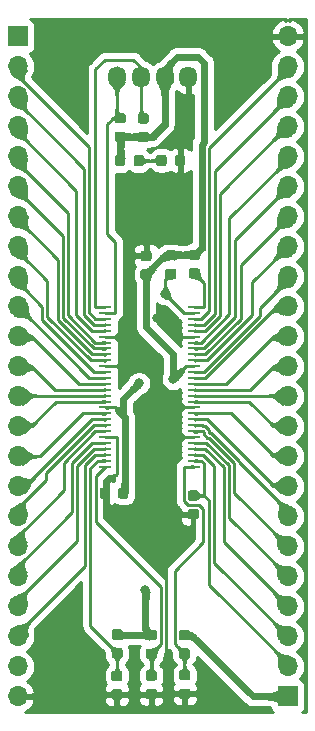
<source format=gtl>
G04 #@! TF.GenerationSoftware,KiCad,Pcbnew,(5.1.2)-1*
G04 #@! TF.CreationDate,2024-04-02T23:27:51+09:00*
G04 #@! TF.ProjectId,gpio40,6770696f-3430-42e6-9b69-6361645f7063,v1.0*
G04 #@! TF.SameCoordinates,Original*
G04 #@! TF.FileFunction,Copper,L1,Top*
G04 #@! TF.FilePolarity,Positive*
%FSLAX46Y46*%
G04 Gerber Fmt 4.6, Leading zero omitted, Abs format (unit mm)*
G04 Created by KiCad (PCBNEW (5.1.2)-1) date 2024-04-02 23:27:51*
%MOMM*%
%LPD*%
G04 APERTURE LIST*
%ADD10R,1.000000X0.285000*%
%ADD11C,0.100000*%
%ADD12C,0.875000*%
%ADD13O,1.700000X1.700000*%
%ADD14R,1.700000X1.700000*%
%ADD15O,1.524000X1.800000*%
%ADD16C,0.800000*%
%ADD17C,0.220000*%
%ADD18C,0.600000*%
%ADD19C,0.254000*%
%ADD20C,0.025400*%
G04 APERTURE END LIST*
D10*
X136850000Y-94050000D03*
X136850000Y-94550000D03*
X136850000Y-95050000D03*
X136850000Y-95550000D03*
X136850000Y-96050000D03*
X136850000Y-96550000D03*
X136850000Y-97050000D03*
X136850000Y-97550000D03*
X136850000Y-98050000D03*
X136850000Y-98550000D03*
X136850000Y-99050000D03*
X136850000Y-99550000D03*
X136850000Y-100050000D03*
X136850000Y-100550000D03*
X136850000Y-101050000D03*
X136850000Y-101550000D03*
X136850000Y-102050000D03*
X136850000Y-102550000D03*
X136850000Y-103050000D03*
X136850000Y-103550000D03*
X136850000Y-104050000D03*
X136850000Y-104550000D03*
X136850000Y-105050000D03*
X136850000Y-105550000D03*
X136850000Y-106050000D03*
X136850000Y-106550000D03*
X136850000Y-107050000D03*
X136850000Y-107550000D03*
X129350000Y-107550000D03*
X129350000Y-107050000D03*
X129350000Y-106550000D03*
X129350000Y-106050000D03*
X129350000Y-105550000D03*
X129350000Y-105050000D03*
X129350000Y-104550000D03*
X129350000Y-104050000D03*
X129350000Y-103550000D03*
X129350000Y-103050000D03*
X129350000Y-102550000D03*
X129350000Y-102050000D03*
X129350000Y-101550000D03*
X129350000Y-101050000D03*
X129350000Y-100550000D03*
X129350000Y-100050000D03*
X129350000Y-99550000D03*
X129350000Y-99050000D03*
X129350000Y-98550000D03*
X129350000Y-98050000D03*
X129350000Y-97550000D03*
X129350000Y-97050000D03*
X129350000Y-96550000D03*
X129350000Y-96050000D03*
X129350000Y-95550000D03*
X129350000Y-95050000D03*
X129350000Y-94550000D03*
X129350000Y-94050000D03*
D11*
G36*
X136317691Y-122949053D02*
G01*
X136338926Y-122952203D01*
X136359750Y-122957419D01*
X136379962Y-122964651D01*
X136399368Y-122973830D01*
X136417781Y-122984866D01*
X136435024Y-122997654D01*
X136450930Y-123012070D01*
X136465346Y-123027976D01*
X136478134Y-123045219D01*
X136489170Y-123063632D01*
X136498349Y-123083038D01*
X136505581Y-123103250D01*
X136510797Y-123124074D01*
X136513947Y-123145309D01*
X136515000Y-123166750D01*
X136515000Y-123604250D01*
X136513947Y-123625691D01*
X136510797Y-123646926D01*
X136505581Y-123667750D01*
X136498349Y-123687962D01*
X136489170Y-123707368D01*
X136478134Y-123725781D01*
X136465346Y-123743024D01*
X136450930Y-123758930D01*
X136435024Y-123773346D01*
X136417781Y-123786134D01*
X136399368Y-123797170D01*
X136379962Y-123806349D01*
X136359750Y-123813581D01*
X136338926Y-123818797D01*
X136317691Y-123821947D01*
X136296250Y-123823000D01*
X135783750Y-123823000D01*
X135762309Y-123821947D01*
X135741074Y-123818797D01*
X135720250Y-123813581D01*
X135700038Y-123806349D01*
X135680632Y-123797170D01*
X135662219Y-123786134D01*
X135644976Y-123773346D01*
X135629070Y-123758930D01*
X135614654Y-123743024D01*
X135601866Y-123725781D01*
X135590830Y-123707368D01*
X135581651Y-123687962D01*
X135574419Y-123667750D01*
X135569203Y-123646926D01*
X135566053Y-123625691D01*
X135565000Y-123604250D01*
X135565000Y-123166750D01*
X135566053Y-123145309D01*
X135569203Y-123124074D01*
X135574419Y-123103250D01*
X135581651Y-123083038D01*
X135590830Y-123063632D01*
X135601866Y-123045219D01*
X135614654Y-123027976D01*
X135629070Y-123012070D01*
X135644976Y-122997654D01*
X135662219Y-122984866D01*
X135680632Y-122973830D01*
X135700038Y-122964651D01*
X135720250Y-122957419D01*
X135741074Y-122952203D01*
X135762309Y-122949053D01*
X135783750Y-122948000D01*
X136296250Y-122948000D01*
X136317691Y-122949053D01*
X136317691Y-122949053D01*
G37*
D12*
X136040000Y-123385500D03*
D11*
G36*
X136317691Y-121374053D02*
G01*
X136338926Y-121377203D01*
X136359750Y-121382419D01*
X136379962Y-121389651D01*
X136399368Y-121398830D01*
X136417781Y-121409866D01*
X136435024Y-121422654D01*
X136450930Y-121437070D01*
X136465346Y-121452976D01*
X136478134Y-121470219D01*
X136489170Y-121488632D01*
X136498349Y-121508038D01*
X136505581Y-121528250D01*
X136510797Y-121549074D01*
X136513947Y-121570309D01*
X136515000Y-121591750D01*
X136515000Y-122029250D01*
X136513947Y-122050691D01*
X136510797Y-122071926D01*
X136505581Y-122092750D01*
X136498349Y-122112962D01*
X136489170Y-122132368D01*
X136478134Y-122150781D01*
X136465346Y-122168024D01*
X136450930Y-122183930D01*
X136435024Y-122198346D01*
X136417781Y-122211134D01*
X136399368Y-122222170D01*
X136379962Y-122231349D01*
X136359750Y-122238581D01*
X136338926Y-122243797D01*
X136317691Y-122246947D01*
X136296250Y-122248000D01*
X135783750Y-122248000D01*
X135762309Y-122246947D01*
X135741074Y-122243797D01*
X135720250Y-122238581D01*
X135700038Y-122231349D01*
X135680632Y-122222170D01*
X135662219Y-122211134D01*
X135644976Y-122198346D01*
X135629070Y-122183930D01*
X135614654Y-122168024D01*
X135601866Y-122150781D01*
X135590830Y-122132368D01*
X135581651Y-122112962D01*
X135574419Y-122092750D01*
X135569203Y-122071926D01*
X135566053Y-122050691D01*
X135565000Y-122029250D01*
X135565000Y-121591750D01*
X135566053Y-121570309D01*
X135569203Y-121549074D01*
X135574419Y-121528250D01*
X135581651Y-121508038D01*
X135590830Y-121488632D01*
X135601866Y-121470219D01*
X135614654Y-121452976D01*
X135629070Y-121437070D01*
X135644976Y-121422654D01*
X135662219Y-121409866D01*
X135680632Y-121398830D01*
X135700038Y-121389651D01*
X135720250Y-121382419D01*
X135741074Y-121377203D01*
X135762309Y-121374053D01*
X135783750Y-121373000D01*
X136296250Y-121373000D01*
X136317691Y-121374053D01*
X136317691Y-121374053D01*
G37*
D12*
X136040000Y-121810500D03*
D11*
G36*
X133527691Y-122959053D02*
G01*
X133548926Y-122962203D01*
X133569750Y-122967419D01*
X133589962Y-122974651D01*
X133609368Y-122983830D01*
X133627781Y-122994866D01*
X133645024Y-123007654D01*
X133660930Y-123022070D01*
X133675346Y-123037976D01*
X133688134Y-123055219D01*
X133699170Y-123073632D01*
X133708349Y-123093038D01*
X133715581Y-123113250D01*
X133720797Y-123134074D01*
X133723947Y-123155309D01*
X133725000Y-123176750D01*
X133725000Y-123614250D01*
X133723947Y-123635691D01*
X133720797Y-123656926D01*
X133715581Y-123677750D01*
X133708349Y-123697962D01*
X133699170Y-123717368D01*
X133688134Y-123735781D01*
X133675346Y-123753024D01*
X133660930Y-123768930D01*
X133645024Y-123783346D01*
X133627781Y-123796134D01*
X133609368Y-123807170D01*
X133589962Y-123816349D01*
X133569750Y-123823581D01*
X133548926Y-123828797D01*
X133527691Y-123831947D01*
X133506250Y-123833000D01*
X132993750Y-123833000D01*
X132972309Y-123831947D01*
X132951074Y-123828797D01*
X132930250Y-123823581D01*
X132910038Y-123816349D01*
X132890632Y-123807170D01*
X132872219Y-123796134D01*
X132854976Y-123783346D01*
X132839070Y-123768930D01*
X132824654Y-123753024D01*
X132811866Y-123735781D01*
X132800830Y-123717368D01*
X132791651Y-123697962D01*
X132784419Y-123677750D01*
X132779203Y-123656926D01*
X132776053Y-123635691D01*
X132775000Y-123614250D01*
X132775000Y-123176750D01*
X132776053Y-123155309D01*
X132779203Y-123134074D01*
X132784419Y-123113250D01*
X132791651Y-123093038D01*
X132800830Y-123073632D01*
X132811866Y-123055219D01*
X132824654Y-123037976D01*
X132839070Y-123022070D01*
X132854976Y-123007654D01*
X132872219Y-122994866D01*
X132890632Y-122983830D01*
X132910038Y-122974651D01*
X132930250Y-122967419D01*
X132951074Y-122962203D01*
X132972309Y-122959053D01*
X132993750Y-122958000D01*
X133506250Y-122958000D01*
X133527691Y-122959053D01*
X133527691Y-122959053D01*
G37*
D12*
X133250000Y-123395500D03*
D11*
G36*
X133527691Y-121384053D02*
G01*
X133548926Y-121387203D01*
X133569750Y-121392419D01*
X133589962Y-121399651D01*
X133609368Y-121408830D01*
X133627781Y-121419866D01*
X133645024Y-121432654D01*
X133660930Y-121447070D01*
X133675346Y-121462976D01*
X133688134Y-121480219D01*
X133699170Y-121498632D01*
X133708349Y-121518038D01*
X133715581Y-121538250D01*
X133720797Y-121559074D01*
X133723947Y-121580309D01*
X133725000Y-121601750D01*
X133725000Y-122039250D01*
X133723947Y-122060691D01*
X133720797Y-122081926D01*
X133715581Y-122102750D01*
X133708349Y-122122962D01*
X133699170Y-122142368D01*
X133688134Y-122160781D01*
X133675346Y-122178024D01*
X133660930Y-122193930D01*
X133645024Y-122208346D01*
X133627781Y-122221134D01*
X133609368Y-122232170D01*
X133589962Y-122241349D01*
X133569750Y-122248581D01*
X133548926Y-122253797D01*
X133527691Y-122256947D01*
X133506250Y-122258000D01*
X132993750Y-122258000D01*
X132972309Y-122256947D01*
X132951074Y-122253797D01*
X132930250Y-122248581D01*
X132910038Y-122241349D01*
X132890632Y-122232170D01*
X132872219Y-122221134D01*
X132854976Y-122208346D01*
X132839070Y-122193930D01*
X132824654Y-122178024D01*
X132811866Y-122160781D01*
X132800830Y-122142368D01*
X132791651Y-122122962D01*
X132784419Y-122102750D01*
X132779203Y-122081926D01*
X132776053Y-122060691D01*
X132775000Y-122039250D01*
X132775000Y-121601750D01*
X132776053Y-121580309D01*
X132779203Y-121559074D01*
X132784419Y-121538250D01*
X132791651Y-121518038D01*
X132800830Y-121498632D01*
X132811866Y-121480219D01*
X132824654Y-121462976D01*
X132839070Y-121447070D01*
X132854976Y-121432654D01*
X132872219Y-121419866D01*
X132890632Y-121408830D01*
X132910038Y-121399651D01*
X132930250Y-121392419D01*
X132951074Y-121387203D01*
X132972309Y-121384053D01*
X132993750Y-121383000D01*
X133506250Y-121383000D01*
X133527691Y-121384053D01*
X133527691Y-121384053D01*
G37*
D12*
X133250000Y-121820500D03*
D11*
G36*
X130627691Y-122909053D02*
G01*
X130648926Y-122912203D01*
X130669750Y-122917419D01*
X130689962Y-122924651D01*
X130709368Y-122933830D01*
X130727781Y-122944866D01*
X130745024Y-122957654D01*
X130760930Y-122972070D01*
X130775346Y-122987976D01*
X130788134Y-123005219D01*
X130799170Y-123023632D01*
X130808349Y-123043038D01*
X130815581Y-123063250D01*
X130820797Y-123084074D01*
X130823947Y-123105309D01*
X130825000Y-123126750D01*
X130825000Y-123564250D01*
X130823947Y-123585691D01*
X130820797Y-123606926D01*
X130815581Y-123627750D01*
X130808349Y-123647962D01*
X130799170Y-123667368D01*
X130788134Y-123685781D01*
X130775346Y-123703024D01*
X130760930Y-123718930D01*
X130745024Y-123733346D01*
X130727781Y-123746134D01*
X130709368Y-123757170D01*
X130689962Y-123766349D01*
X130669750Y-123773581D01*
X130648926Y-123778797D01*
X130627691Y-123781947D01*
X130606250Y-123783000D01*
X130093750Y-123783000D01*
X130072309Y-123781947D01*
X130051074Y-123778797D01*
X130030250Y-123773581D01*
X130010038Y-123766349D01*
X129990632Y-123757170D01*
X129972219Y-123746134D01*
X129954976Y-123733346D01*
X129939070Y-123718930D01*
X129924654Y-123703024D01*
X129911866Y-123685781D01*
X129900830Y-123667368D01*
X129891651Y-123647962D01*
X129884419Y-123627750D01*
X129879203Y-123606926D01*
X129876053Y-123585691D01*
X129875000Y-123564250D01*
X129875000Y-123126750D01*
X129876053Y-123105309D01*
X129879203Y-123084074D01*
X129884419Y-123063250D01*
X129891651Y-123043038D01*
X129900830Y-123023632D01*
X129911866Y-123005219D01*
X129924654Y-122987976D01*
X129939070Y-122972070D01*
X129954976Y-122957654D01*
X129972219Y-122944866D01*
X129990632Y-122933830D01*
X130010038Y-122924651D01*
X130030250Y-122917419D01*
X130051074Y-122912203D01*
X130072309Y-122909053D01*
X130093750Y-122908000D01*
X130606250Y-122908000D01*
X130627691Y-122909053D01*
X130627691Y-122909053D01*
G37*
D12*
X130350000Y-123345500D03*
D11*
G36*
X130627691Y-121334053D02*
G01*
X130648926Y-121337203D01*
X130669750Y-121342419D01*
X130689962Y-121349651D01*
X130709368Y-121358830D01*
X130727781Y-121369866D01*
X130745024Y-121382654D01*
X130760930Y-121397070D01*
X130775346Y-121412976D01*
X130788134Y-121430219D01*
X130799170Y-121448632D01*
X130808349Y-121468038D01*
X130815581Y-121488250D01*
X130820797Y-121509074D01*
X130823947Y-121530309D01*
X130825000Y-121551750D01*
X130825000Y-121989250D01*
X130823947Y-122010691D01*
X130820797Y-122031926D01*
X130815581Y-122052750D01*
X130808349Y-122072962D01*
X130799170Y-122092368D01*
X130788134Y-122110781D01*
X130775346Y-122128024D01*
X130760930Y-122143930D01*
X130745024Y-122158346D01*
X130727781Y-122171134D01*
X130709368Y-122182170D01*
X130689962Y-122191349D01*
X130669750Y-122198581D01*
X130648926Y-122203797D01*
X130627691Y-122206947D01*
X130606250Y-122208000D01*
X130093750Y-122208000D01*
X130072309Y-122206947D01*
X130051074Y-122203797D01*
X130030250Y-122198581D01*
X130010038Y-122191349D01*
X129990632Y-122182170D01*
X129972219Y-122171134D01*
X129954976Y-122158346D01*
X129939070Y-122143930D01*
X129924654Y-122128024D01*
X129911866Y-122110781D01*
X129900830Y-122092368D01*
X129891651Y-122072962D01*
X129884419Y-122052750D01*
X129879203Y-122031926D01*
X129876053Y-122010691D01*
X129875000Y-121989250D01*
X129875000Y-121551750D01*
X129876053Y-121530309D01*
X129879203Y-121509074D01*
X129884419Y-121488250D01*
X129891651Y-121468038D01*
X129900830Y-121448632D01*
X129911866Y-121430219D01*
X129924654Y-121412976D01*
X129939070Y-121397070D01*
X129954976Y-121382654D01*
X129972219Y-121369866D01*
X129990632Y-121358830D01*
X130010038Y-121349651D01*
X130030250Y-121342419D01*
X130051074Y-121337203D01*
X130072309Y-121334053D01*
X130093750Y-121333000D01*
X130606250Y-121333000D01*
X130627691Y-121334053D01*
X130627691Y-121334053D01*
G37*
D12*
X130350000Y-121770500D03*
D11*
G36*
X136357691Y-126351053D02*
G01*
X136378926Y-126354203D01*
X136399750Y-126359419D01*
X136419962Y-126366651D01*
X136439368Y-126375830D01*
X136457781Y-126386866D01*
X136475024Y-126399654D01*
X136490930Y-126414070D01*
X136505346Y-126429976D01*
X136518134Y-126447219D01*
X136529170Y-126465632D01*
X136538349Y-126485038D01*
X136545581Y-126505250D01*
X136550797Y-126526074D01*
X136553947Y-126547309D01*
X136555000Y-126568750D01*
X136555000Y-127006250D01*
X136553947Y-127027691D01*
X136550797Y-127048926D01*
X136545581Y-127069750D01*
X136538349Y-127089962D01*
X136529170Y-127109368D01*
X136518134Y-127127781D01*
X136505346Y-127145024D01*
X136490930Y-127160930D01*
X136475024Y-127175346D01*
X136457781Y-127188134D01*
X136439368Y-127199170D01*
X136419962Y-127208349D01*
X136399750Y-127215581D01*
X136378926Y-127220797D01*
X136357691Y-127223947D01*
X136336250Y-127225000D01*
X135823750Y-127225000D01*
X135802309Y-127223947D01*
X135781074Y-127220797D01*
X135760250Y-127215581D01*
X135740038Y-127208349D01*
X135720632Y-127199170D01*
X135702219Y-127188134D01*
X135684976Y-127175346D01*
X135669070Y-127160930D01*
X135654654Y-127145024D01*
X135641866Y-127127781D01*
X135630830Y-127109368D01*
X135621651Y-127089962D01*
X135614419Y-127069750D01*
X135609203Y-127048926D01*
X135606053Y-127027691D01*
X135605000Y-127006250D01*
X135605000Y-126568750D01*
X135606053Y-126547309D01*
X135609203Y-126526074D01*
X135614419Y-126505250D01*
X135621651Y-126485038D01*
X135630830Y-126465632D01*
X135641866Y-126447219D01*
X135654654Y-126429976D01*
X135669070Y-126414070D01*
X135684976Y-126399654D01*
X135702219Y-126386866D01*
X135720632Y-126375830D01*
X135740038Y-126366651D01*
X135760250Y-126359419D01*
X135781074Y-126354203D01*
X135802309Y-126351053D01*
X135823750Y-126350000D01*
X136336250Y-126350000D01*
X136357691Y-126351053D01*
X136357691Y-126351053D01*
G37*
D12*
X136080000Y-126787500D03*
D11*
G36*
X136357691Y-124776053D02*
G01*
X136378926Y-124779203D01*
X136399750Y-124784419D01*
X136419962Y-124791651D01*
X136439368Y-124800830D01*
X136457781Y-124811866D01*
X136475024Y-124824654D01*
X136490930Y-124839070D01*
X136505346Y-124854976D01*
X136518134Y-124872219D01*
X136529170Y-124890632D01*
X136538349Y-124910038D01*
X136545581Y-124930250D01*
X136550797Y-124951074D01*
X136553947Y-124972309D01*
X136555000Y-124993750D01*
X136555000Y-125431250D01*
X136553947Y-125452691D01*
X136550797Y-125473926D01*
X136545581Y-125494750D01*
X136538349Y-125514962D01*
X136529170Y-125534368D01*
X136518134Y-125552781D01*
X136505346Y-125570024D01*
X136490930Y-125585930D01*
X136475024Y-125600346D01*
X136457781Y-125613134D01*
X136439368Y-125624170D01*
X136419962Y-125633349D01*
X136399750Y-125640581D01*
X136378926Y-125645797D01*
X136357691Y-125648947D01*
X136336250Y-125650000D01*
X135823750Y-125650000D01*
X135802309Y-125648947D01*
X135781074Y-125645797D01*
X135760250Y-125640581D01*
X135740038Y-125633349D01*
X135720632Y-125624170D01*
X135702219Y-125613134D01*
X135684976Y-125600346D01*
X135669070Y-125585930D01*
X135654654Y-125570024D01*
X135641866Y-125552781D01*
X135630830Y-125534368D01*
X135621651Y-125514962D01*
X135614419Y-125494750D01*
X135609203Y-125473926D01*
X135606053Y-125452691D01*
X135605000Y-125431250D01*
X135605000Y-124993750D01*
X135606053Y-124972309D01*
X135609203Y-124951074D01*
X135614419Y-124930250D01*
X135621651Y-124910038D01*
X135630830Y-124890632D01*
X135641866Y-124872219D01*
X135654654Y-124854976D01*
X135669070Y-124839070D01*
X135684976Y-124824654D01*
X135702219Y-124811866D01*
X135720632Y-124800830D01*
X135740038Y-124791651D01*
X135760250Y-124784419D01*
X135781074Y-124779203D01*
X135802309Y-124776053D01*
X135823750Y-124775000D01*
X136336250Y-124775000D01*
X136357691Y-124776053D01*
X136357691Y-124776053D01*
G37*
D12*
X136080000Y-125212500D03*
D11*
G36*
X133517691Y-126383053D02*
G01*
X133538926Y-126386203D01*
X133559750Y-126391419D01*
X133579962Y-126398651D01*
X133599368Y-126407830D01*
X133617781Y-126418866D01*
X133635024Y-126431654D01*
X133650930Y-126446070D01*
X133665346Y-126461976D01*
X133678134Y-126479219D01*
X133689170Y-126497632D01*
X133698349Y-126517038D01*
X133705581Y-126537250D01*
X133710797Y-126558074D01*
X133713947Y-126579309D01*
X133715000Y-126600750D01*
X133715000Y-127038250D01*
X133713947Y-127059691D01*
X133710797Y-127080926D01*
X133705581Y-127101750D01*
X133698349Y-127121962D01*
X133689170Y-127141368D01*
X133678134Y-127159781D01*
X133665346Y-127177024D01*
X133650930Y-127192930D01*
X133635024Y-127207346D01*
X133617781Y-127220134D01*
X133599368Y-127231170D01*
X133579962Y-127240349D01*
X133559750Y-127247581D01*
X133538926Y-127252797D01*
X133517691Y-127255947D01*
X133496250Y-127257000D01*
X132983750Y-127257000D01*
X132962309Y-127255947D01*
X132941074Y-127252797D01*
X132920250Y-127247581D01*
X132900038Y-127240349D01*
X132880632Y-127231170D01*
X132862219Y-127220134D01*
X132844976Y-127207346D01*
X132829070Y-127192930D01*
X132814654Y-127177024D01*
X132801866Y-127159781D01*
X132790830Y-127141368D01*
X132781651Y-127121962D01*
X132774419Y-127101750D01*
X132769203Y-127080926D01*
X132766053Y-127059691D01*
X132765000Y-127038250D01*
X132765000Y-126600750D01*
X132766053Y-126579309D01*
X132769203Y-126558074D01*
X132774419Y-126537250D01*
X132781651Y-126517038D01*
X132790830Y-126497632D01*
X132801866Y-126479219D01*
X132814654Y-126461976D01*
X132829070Y-126446070D01*
X132844976Y-126431654D01*
X132862219Y-126418866D01*
X132880632Y-126407830D01*
X132900038Y-126398651D01*
X132920250Y-126391419D01*
X132941074Y-126386203D01*
X132962309Y-126383053D01*
X132983750Y-126382000D01*
X133496250Y-126382000D01*
X133517691Y-126383053D01*
X133517691Y-126383053D01*
G37*
D12*
X133240000Y-126819500D03*
D11*
G36*
X133517691Y-124808053D02*
G01*
X133538926Y-124811203D01*
X133559750Y-124816419D01*
X133579962Y-124823651D01*
X133599368Y-124832830D01*
X133617781Y-124843866D01*
X133635024Y-124856654D01*
X133650930Y-124871070D01*
X133665346Y-124886976D01*
X133678134Y-124904219D01*
X133689170Y-124922632D01*
X133698349Y-124942038D01*
X133705581Y-124962250D01*
X133710797Y-124983074D01*
X133713947Y-125004309D01*
X133715000Y-125025750D01*
X133715000Y-125463250D01*
X133713947Y-125484691D01*
X133710797Y-125505926D01*
X133705581Y-125526750D01*
X133698349Y-125546962D01*
X133689170Y-125566368D01*
X133678134Y-125584781D01*
X133665346Y-125602024D01*
X133650930Y-125617930D01*
X133635024Y-125632346D01*
X133617781Y-125645134D01*
X133599368Y-125656170D01*
X133579962Y-125665349D01*
X133559750Y-125672581D01*
X133538926Y-125677797D01*
X133517691Y-125680947D01*
X133496250Y-125682000D01*
X132983750Y-125682000D01*
X132962309Y-125680947D01*
X132941074Y-125677797D01*
X132920250Y-125672581D01*
X132900038Y-125665349D01*
X132880632Y-125656170D01*
X132862219Y-125645134D01*
X132844976Y-125632346D01*
X132829070Y-125617930D01*
X132814654Y-125602024D01*
X132801866Y-125584781D01*
X132790830Y-125566368D01*
X132781651Y-125546962D01*
X132774419Y-125526750D01*
X132769203Y-125505926D01*
X132766053Y-125484691D01*
X132765000Y-125463250D01*
X132765000Y-125025750D01*
X132766053Y-125004309D01*
X132769203Y-124983074D01*
X132774419Y-124962250D01*
X132781651Y-124942038D01*
X132790830Y-124922632D01*
X132801866Y-124904219D01*
X132814654Y-124886976D01*
X132829070Y-124871070D01*
X132844976Y-124856654D01*
X132862219Y-124843866D01*
X132880632Y-124832830D01*
X132900038Y-124823651D01*
X132920250Y-124816419D01*
X132941074Y-124811203D01*
X132962309Y-124808053D01*
X132983750Y-124807000D01*
X133496250Y-124807000D01*
X133517691Y-124808053D01*
X133517691Y-124808053D01*
G37*
D12*
X133240000Y-125244500D03*
D11*
G36*
X130607691Y-126411053D02*
G01*
X130628926Y-126414203D01*
X130649750Y-126419419D01*
X130669962Y-126426651D01*
X130689368Y-126435830D01*
X130707781Y-126446866D01*
X130725024Y-126459654D01*
X130740930Y-126474070D01*
X130755346Y-126489976D01*
X130768134Y-126507219D01*
X130779170Y-126525632D01*
X130788349Y-126545038D01*
X130795581Y-126565250D01*
X130800797Y-126586074D01*
X130803947Y-126607309D01*
X130805000Y-126628750D01*
X130805000Y-127066250D01*
X130803947Y-127087691D01*
X130800797Y-127108926D01*
X130795581Y-127129750D01*
X130788349Y-127149962D01*
X130779170Y-127169368D01*
X130768134Y-127187781D01*
X130755346Y-127205024D01*
X130740930Y-127220930D01*
X130725024Y-127235346D01*
X130707781Y-127248134D01*
X130689368Y-127259170D01*
X130669962Y-127268349D01*
X130649750Y-127275581D01*
X130628926Y-127280797D01*
X130607691Y-127283947D01*
X130586250Y-127285000D01*
X130073750Y-127285000D01*
X130052309Y-127283947D01*
X130031074Y-127280797D01*
X130010250Y-127275581D01*
X129990038Y-127268349D01*
X129970632Y-127259170D01*
X129952219Y-127248134D01*
X129934976Y-127235346D01*
X129919070Y-127220930D01*
X129904654Y-127205024D01*
X129891866Y-127187781D01*
X129880830Y-127169368D01*
X129871651Y-127149962D01*
X129864419Y-127129750D01*
X129859203Y-127108926D01*
X129856053Y-127087691D01*
X129855000Y-127066250D01*
X129855000Y-126628750D01*
X129856053Y-126607309D01*
X129859203Y-126586074D01*
X129864419Y-126565250D01*
X129871651Y-126545038D01*
X129880830Y-126525632D01*
X129891866Y-126507219D01*
X129904654Y-126489976D01*
X129919070Y-126474070D01*
X129934976Y-126459654D01*
X129952219Y-126446866D01*
X129970632Y-126435830D01*
X129990038Y-126426651D01*
X130010250Y-126419419D01*
X130031074Y-126414203D01*
X130052309Y-126411053D01*
X130073750Y-126410000D01*
X130586250Y-126410000D01*
X130607691Y-126411053D01*
X130607691Y-126411053D01*
G37*
D12*
X130330000Y-126847500D03*
D11*
G36*
X130607691Y-124836053D02*
G01*
X130628926Y-124839203D01*
X130649750Y-124844419D01*
X130669962Y-124851651D01*
X130689368Y-124860830D01*
X130707781Y-124871866D01*
X130725024Y-124884654D01*
X130740930Y-124899070D01*
X130755346Y-124914976D01*
X130768134Y-124932219D01*
X130779170Y-124950632D01*
X130788349Y-124970038D01*
X130795581Y-124990250D01*
X130800797Y-125011074D01*
X130803947Y-125032309D01*
X130805000Y-125053750D01*
X130805000Y-125491250D01*
X130803947Y-125512691D01*
X130800797Y-125533926D01*
X130795581Y-125554750D01*
X130788349Y-125574962D01*
X130779170Y-125594368D01*
X130768134Y-125612781D01*
X130755346Y-125630024D01*
X130740930Y-125645930D01*
X130725024Y-125660346D01*
X130707781Y-125673134D01*
X130689368Y-125684170D01*
X130669962Y-125693349D01*
X130649750Y-125700581D01*
X130628926Y-125705797D01*
X130607691Y-125708947D01*
X130586250Y-125710000D01*
X130073750Y-125710000D01*
X130052309Y-125708947D01*
X130031074Y-125705797D01*
X130010250Y-125700581D01*
X129990038Y-125693349D01*
X129970632Y-125684170D01*
X129952219Y-125673134D01*
X129934976Y-125660346D01*
X129919070Y-125645930D01*
X129904654Y-125630024D01*
X129891866Y-125612781D01*
X129880830Y-125594368D01*
X129871651Y-125574962D01*
X129864419Y-125554750D01*
X129859203Y-125533926D01*
X129856053Y-125512691D01*
X129855000Y-125491250D01*
X129855000Y-125053750D01*
X129856053Y-125032309D01*
X129859203Y-125011074D01*
X129864419Y-124990250D01*
X129871651Y-124970038D01*
X129880830Y-124950632D01*
X129891866Y-124932219D01*
X129904654Y-124914976D01*
X129919070Y-124899070D01*
X129934976Y-124884654D01*
X129952219Y-124871866D01*
X129970632Y-124860830D01*
X129990038Y-124851651D01*
X130010250Y-124844419D01*
X130031074Y-124839203D01*
X130052309Y-124836053D01*
X130073750Y-124835000D01*
X130586250Y-124835000D01*
X130607691Y-124836053D01*
X130607691Y-124836053D01*
G37*
D12*
X130330000Y-125272500D03*
D11*
G36*
X135915691Y-81156053D02*
G01*
X135936926Y-81159203D01*
X135957750Y-81164419D01*
X135977962Y-81171651D01*
X135997368Y-81180830D01*
X136015781Y-81191866D01*
X136033024Y-81204654D01*
X136048930Y-81219070D01*
X136063346Y-81234976D01*
X136076134Y-81252219D01*
X136087170Y-81270632D01*
X136096349Y-81290038D01*
X136103581Y-81310250D01*
X136108797Y-81331074D01*
X136111947Y-81352309D01*
X136113000Y-81373750D01*
X136113000Y-81886250D01*
X136111947Y-81907691D01*
X136108797Y-81928926D01*
X136103581Y-81949750D01*
X136096349Y-81969962D01*
X136087170Y-81989368D01*
X136076134Y-82007781D01*
X136063346Y-82025024D01*
X136048930Y-82040930D01*
X136033024Y-82055346D01*
X136015781Y-82068134D01*
X135997368Y-82079170D01*
X135977962Y-82088349D01*
X135957750Y-82095581D01*
X135936926Y-82100797D01*
X135915691Y-82103947D01*
X135894250Y-82105000D01*
X135456750Y-82105000D01*
X135435309Y-82103947D01*
X135414074Y-82100797D01*
X135393250Y-82095581D01*
X135373038Y-82088349D01*
X135353632Y-82079170D01*
X135335219Y-82068134D01*
X135317976Y-82055346D01*
X135302070Y-82040930D01*
X135287654Y-82025024D01*
X135274866Y-82007781D01*
X135263830Y-81989368D01*
X135254651Y-81969962D01*
X135247419Y-81949750D01*
X135242203Y-81928926D01*
X135239053Y-81907691D01*
X135238000Y-81886250D01*
X135238000Y-81373750D01*
X135239053Y-81352309D01*
X135242203Y-81331074D01*
X135247419Y-81310250D01*
X135254651Y-81290038D01*
X135263830Y-81270632D01*
X135274866Y-81252219D01*
X135287654Y-81234976D01*
X135302070Y-81219070D01*
X135317976Y-81204654D01*
X135335219Y-81191866D01*
X135353632Y-81180830D01*
X135373038Y-81171651D01*
X135393250Y-81164419D01*
X135414074Y-81159203D01*
X135435309Y-81156053D01*
X135456750Y-81155000D01*
X135894250Y-81155000D01*
X135915691Y-81156053D01*
X135915691Y-81156053D01*
G37*
D12*
X135675500Y-81630000D03*
D11*
G36*
X134340691Y-81156053D02*
G01*
X134361926Y-81159203D01*
X134382750Y-81164419D01*
X134402962Y-81171651D01*
X134422368Y-81180830D01*
X134440781Y-81191866D01*
X134458024Y-81204654D01*
X134473930Y-81219070D01*
X134488346Y-81234976D01*
X134501134Y-81252219D01*
X134512170Y-81270632D01*
X134521349Y-81290038D01*
X134528581Y-81310250D01*
X134533797Y-81331074D01*
X134536947Y-81352309D01*
X134538000Y-81373750D01*
X134538000Y-81886250D01*
X134536947Y-81907691D01*
X134533797Y-81928926D01*
X134528581Y-81949750D01*
X134521349Y-81969962D01*
X134512170Y-81989368D01*
X134501134Y-82007781D01*
X134488346Y-82025024D01*
X134473930Y-82040930D01*
X134458024Y-82055346D01*
X134440781Y-82068134D01*
X134422368Y-82079170D01*
X134402962Y-82088349D01*
X134382750Y-82095581D01*
X134361926Y-82100797D01*
X134340691Y-82103947D01*
X134319250Y-82105000D01*
X133881750Y-82105000D01*
X133860309Y-82103947D01*
X133839074Y-82100797D01*
X133818250Y-82095581D01*
X133798038Y-82088349D01*
X133778632Y-82079170D01*
X133760219Y-82068134D01*
X133742976Y-82055346D01*
X133727070Y-82040930D01*
X133712654Y-82025024D01*
X133699866Y-82007781D01*
X133688830Y-81989368D01*
X133679651Y-81969962D01*
X133672419Y-81949750D01*
X133667203Y-81928926D01*
X133664053Y-81907691D01*
X133663000Y-81886250D01*
X133663000Y-81373750D01*
X133664053Y-81352309D01*
X133667203Y-81331074D01*
X133672419Y-81310250D01*
X133679651Y-81290038D01*
X133688830Y-81270632D01*
X133699866Y-81252219D01*
X133712654Y-81234976D01*
X133727070Y-81219070D01*
X133742976Y-81204654D01*
X133760219Y-81191866D01*
X133778632Y-81180830D01*
X133798038Y-81171651D01*
X133818250Y-81164419D01*
X133839074Y-81159203D01*
X133860309Y-81156053D01*
X133881750Y-81155000D01*
X134319250Y-81155000D01*
X134340691Y-81156053D01*
X134340691Y-81156053D01*
G37*
D12*
X134100500Y-81630000D03*
D11*
G36*
X137077691Y-111139053D02*
G01*
X137098926Y-111142203D01*
X137119750Y-111147419D01*
X137139962Y-111154651D01*
X137159368Y-111163830D01*
X137177781Y-111174866D01*
X137195024Y-111187654D01*
X137210930Y-111202070D01*
X137225346Y-111217976D01*
X137238134Y-111235219D01*
X137249170Y-111253632D01*
X137258349Y-111273038D01*
X137265581Y-111293250D01*
X137270797Y-111314074D01*
X137273947Y-111335309D01*
X137275000Y-111356750D01*
X137275000Y-111794250D01*
X137273947Y-111815691D01*
X137270797Y-111836926D01*
X137265581Y-111857750D01*
X137258349Y-111877962D01*
X137249170Y-111897368D01*
X137238134Y-111915781D01*
X137225346Y-111933024D01*
X137210930Y-111948930D01*
X137195024Y-111963346D01*
X137177781Y-111976134D01*
X137159368Y-111987170D01*
X137139962Y-111996349D01*
X137119750Y-112003581D01*
X137098926Y-112008797D01*
X137077691Y-112011947D01*
X137056250Y-112013000D01*
X136543750Y-112013000D01*
X136522309Y-112011947D01*
X136501074Y-112008797D01*
X136480250Y-112003581D01*
X136460038Y-111996349D01*
X136440632Y-111987170D01*
X136422219Y-111976134D01*
X136404976Y-111963346D01*
X136389070Y-111948930D01*
X136374654Y-111933024D01*
X136361866Y-111915781D01*
X136350830Y-111897368D01*
X136341651Y-111877962D01*
X136334419Y-111857750D01*
X136329203Y-111836926D01*
X136326053Y-111815691D01*
X136325000Y-111794250D01*
X136325000Y-111356750D01*
X136326053Y-111335309D01*
X136329203Y-111314074D01*
X136334419Y-111293250D01*
X136341651Y-111273038D01*
X136350830Y-111253632D01*
X136361866Y-111235219D01*
X136374654Y-111217976D01*
X136389070Y-111202070D01*
X136404976Y-111187654D01*
X136422219Y-111174866D01*
X136440632Y-111163830D01*
X136460038Y-111154651D01*
X136480250Y-111147419D01*
X136501074Y-111142203D01*
X136522309Y-111139053D01*
X136543750Y-111138000D01*
X137056250Y-111138000D01*
X137077691Y-111139053D01*
X137077691Y-111139053D01*
G37*
D12*
X136800000Y-111575500D03*
D11*
G36*
X137077691Y-109564053D02*
G01*
X137098926Y-109567203D01*
X137119750Y-109572419D01*
X137139962Y-109579651D01*
X137159368Y-109588830D01*
X137177781Y-109599866D01*
X137195024Y-109612654D01*
X137210930Y-109627070D01*
X137225346Y-109642976D01*
X137238134Y-109660219D01*
X137249170Y-109678632D01*
X137258349Y-109698038D01*
X137265581Y-109718250D01*
X137270797Y-109739074D01*
X137273947Y-109760309D01*
X137275000Y-109781750D01*
X137275000Y-110219250D01*
X137273947Y-110240691D01*
X137270797Y-110261926D01*
X137265581Y-110282750D01*
X137258349Y-110302962D01*
X137249170Y-110322368D01*
X137238134Y-110340781D01*
X137225346Y-110358024D01*
X137210930Y-110373930D01*
X137195024Y-110388346D01*
X137177781Y-110401134D01*
X137159368Y-110412170D01*
X137139962Y-110421349D01*
X137119750Y-110428581D01*
X137098926Y-110433797D01*
X137077691Y-110436947D01*
X137056250Y-110438000D01*
X136543750Y-110438000D01*
X136522309Y-110436947D01*
X136501074Y-110433797D01*
X136480250Y-110428581D01*
X136460038Y-110421349D01*
X136440632Y-110412170D01*
X136422219Y-110401134D01*
X136404976Y-110388346D01*
X136389070Y-110373930D01*
X136374654Y-110358024D01*
X136361866Y-110340781D01*
X136350830Y-110322368D01*
X136341651Y-110302962D01*
X136334419Y-110282750D01*
X136329203Y-110261926D01*
X136326053Y-110240691D01*
X136325000Y-110219250D01*
X136325000Y-109781750D01*
X136326053Y-109760309D01*
X136329203Y-109739074D01*
X136334419Y-109718250D01*
X136341651Y-109698038D01*
X136350830Y-109678632D01*
X136361866Y-109660219D01*
X136374654Y-109642976D01*
X136389070Y-109627070D01*
X136404976Y-109612654D01*
X136422219Y-109599866D01*
X136440632Y-109588830D01*
X136460038Y-109579651D01*
X136480250Y-109572419D01*
X136501074Y-109567203D01*
X136522309Y-109564053D01*
X136543750Y-109563000D01*
X137056250Y-109563000D01*
X137077691Y-109564053D01*
X137077691Y-109564053D01*
G37*
D12*
X136800000Y-110000500D03*
D11*
G36*
X137177691Y-90763553D02*
G01*
X137198926Y-90766703D01*
X137219750Y-90771919D01*
X137239962Y-90779151D01*
X137259368Y-90788330D01*
X137277781Y-90799366D01*
X137295024Y-90812154D01*
X137310930Y-90826570D01*
X137325346Y-90842476D01*
X137338134Y-90859719D01*
X137349170Y-90878132D01*
X137358349Y-90897538D01*
X137365581Y-90917750D01*
X137370797Y-90938574D01*
X137373947Y-90959809D01*
X137375000Y-90981250D01*
X137375000Y-91418750D01*
X137373947Y-91440191D01*
X137370797Y-91461426D01*
X137365581Y-91482250D01*
X137358349Y-91502462D01*
X137349170Y-91521868D01*
X137338134Y-91540281D01*
X137325346Y-91557524D01*
X137310930Y-91573430D01*
X137295024Y-91587846D01*
X137277781Y-91600634D01*
X137259368Y-91611670D01*
X137239962Y-91620849D01*
X137219750Y-91628081D01*
X137198926Y-91633297D01*
X137177691Y-91636447D01*
X137156250Y-91637500D01*
X136643750Y-91637500D01*
X136622309Y-91636447D01*
X136601074Y-91633297D01*
X136580250Y-91628081D01*
X136560038Y-91620849D01*
X136540632Y-91611670D01*
X136522219Y-91600634D01*
X136504976Y-91587846D01*
X136489070Y-91573430D01*
X136474654Y-91557524D01*
X136461866Y-91540281D01*
X136450830Y-91521868D01*
X136441651Y-91502462D01*
X136434419Y-91482250D01*
X136429203Y-91461426D01*
X136426053Y-91440191D01*
X136425000Y-91418750D01*
X136425000Y-90981250D01*
X136426053Y-90959809D01*
X136429203Y-90938574D01*
X136434419Y-90917750D01*
X136441651Y-90897538D01*
X136450830Y-90878132D01*
X136461866Y-90859719D01*
X136474654Y-90842476D01*
X136489070Y-90826570D01*
X136504976Y-90812154D01*
X136522219Y-90799366D01*
X136540632Y-90788330D01*
X136560038Y-90779151D01*
X136580250Y-90771919D01*
X136601074Y-90766703D01*
X136622309Y-90763553D01*
X136643750Y-90762500D01*
X137156250Y-90762500D01*
X137177691Y-90763553D01*
X137177691Y-90763553D01*
G37*
D12*
X136900000Y-91200000D03*
D11*
G36*
X137177691Y-89188553D02*
G01*
X137198926Y-89191703D01*
X137219750Y-89196919D01*
X137239962Y-89204151D01*
X137259368Y-89213330D01*
X137277781Y-89224366D01*
X137295024Y-89237154D01*
X137310930Y-89251570D01*
X137325346Y-89267476D01*
X137338134Y-89284719D01*
X137349170Y-89303132D01*
X137358349Y-89322538D01*
X137365581Y-89342750D01*
X137370797Y-89363574D01*
X137373947Y-89384809D01*
X137375000Y-89406250D01*
X137375000Y-89843750D01*
X137373947Y-89865191D01*
X137370797Y-89886426D01*
X137365581Y-89907250D01*
X137358349Y-89927462D01*
X137349170Y-89946868D01*
X137338134Y-89965281D01*
X137325346Y-89982524D01*
X137310930Y-89998430D01*
X137295024Y-90012846D01*
X137277781Y-90025634D01*
X137259368Y-90036670D01*
X137239962Y-90045849D01*
X137219750Y-90053081D01*
X137198926Y-90058297D01*
X137177691Y-90061447D01*
X137156250Y-90062500D01*
X136643750Y-90062500D01*
X136622309Y-90061447D01*
X136601074Y-90058297D01*
X136580250Y-90053081D01*
X136560038Y-90045849D01*
X136540632Y-90036670D01*
X136522219Y-90025634D01*
X136504976Y-90012846D01*
X136489070Y-89998430D01*
X136474654Y-89982524D01*
X136461866Y-89965281D01*
X136450830Y-89946868D01*
X136441651Y-89927462D01*
X136434419Y-89907250D01*
X136429203Y-89886426D01*
X136426053Y-89865191D01*
X136425000Y-89843750D01*
X136425000Y-89406250D01*
X136426053Y-89384809D01*
X136429203Y-89363574D01*
X136434419Y-89342750D01*
X136441651Y-89322538D01*
X136450830Y-89303132D01*
X136461866Y-89284719D01*
X136474654Y-89267476D01*
X136489070Y-89251570D01*
X136504976Y-89237154D01*
X136522219Y-89224366D01*
X136540632Y-89213330D01*
X136560038Y-89204151D01*
X136580250Y-89196919D01*
X136601074Y-89191703D01*
X136622309Y-89188553D01*
X136643750Y-89187500D01*
X137156250Y-89187500D01*
X137177691Y-89188553D01*
X137177691Y-89188553D01*
G37*
D12*
X136900000Y-89625000D03*
D11*
G36*
X135177691Y-90801053D02*
G01*
X135198926Y-90804203D01*
X135219750Y-90809419D01*
X135239962Y-90816651D01*
X135259368Y-90825830D01*
X135277781Y-90836866D01*
X135295024Y-90849654D01*
X135310930Y-90864070D01*
X135325346Y-90879976D01*
X135338134Y-90897219D01*
X135349170Y-90915632D01*
X135358349Y-90935038D01*
X135365581Y-90955250D01*
X135370797Y-90976074D01*
X135373947Y-90997309D01*
X135375000Y-91018750D01*
X135375000Y-91456250D01*
X135373947Y-91477691D01*
X135370797Y-91498926D01*
X135365581Y-91519750D01*
X135358349Y-91539962D01*
X135349170Y-91559368D01*
X135338134Y-91577781D01*
X135325346Y-91595024D01*
X135310930Y-91610930D01*
X135295024Y-91625346D01*
X135277781Y-91638134D01*
X135259368Y-91649170D01*
X135239962Y-91658349D01*
X135219750Y-91665581D01*
X135198926Y-91670797D01*
X135177691Y-91673947D01*
X135156250Y-91675000D01*
X134643750Y-91675000D01*
X134622309Y-91673947D01*
X134601074Y-91670797D01*
X134580250Y-91665581D01*
X134560038Y-91658349D01*
X134540632Y-91649170D01*
X134522219Y-91638134D01*
X134504976Y-91625346D01*
X134489070Y-91610930D01*
X134474654Y-91595024D01*
X134461866Y-91577781D01*
X134450830Y-91559368D01*
X134441651Y-91539962D01*
X134434419Y-91519750D01*
X134429203Y-91498926D01*
X134426053Y-91477691D01*
X134425000Y-91456250D01*
X134425000Y-91018750D01*
X134426053Y-90997309D01*
X134429203Y-90976074D01*
X134434419Y-90955250D01*
X134441651Y-90935038D01*
X134450830Y-90915632D01*
X134461866Y-90897219D01*
X134474654Y-90879976D01*
X134489070Y-90864070D01*
X134504976Y-90849654D01*
X134522219Y-90836866D01*
X134540632Y-90825830D01*
X134560038Y-90816651D01*
X134580250Y-90809419D01*
X134601074Y-90804203D01*
X134622309Y-90801053D01*
X134643750Y-90800000D01*
X135156250Y-90800000D01*
X135177691Y-90801053D01*
X135177691Y-90801053D01*
G37*
D12*
X134900000Y-91237500D03*
D11*
G36*
X135177691Y-89226053D02*
G01*
X135198926Y-89229203D01*
X135219750Y-89234419D01*
X135239962Y-89241651D01*
X135259368Y-89250830D01*
X135277781Y-89261866D01*
X135295024Y-89274654D01*
X135310930Y-89289070D01*
X135325346Y-89304976D01*
X135338134Y-89322219D01*
X135349170Y-89340632D01*
X135358349Y-89360038D01*
X135365581Y-89380250D01*
X135370797Y-89401074D01*
X135373947Y-89422309D01*
X135375000Y-89443750D01*
X135375000Y-89881250D01*
X135373947Y-89902691D01*
X135370797Y-89923926D01*
X135365581Y-89944750D01*
X135358349Y-89964962D01*
X135349170Y-89984368D01*
X135338134Y-90002781D01*
X135325346Y-90020024D01*
X135310930Y-90035930D01*
X135295024Y-90050346D01*
X135277781Y-90063134D01*
X135259368Y-90074170D01*
X135239962Y-90083349D01*
X135219750Y-90090581D01*
X135198926Y-90095797D01*
X135177691Y-90098947D01*
X135156250Y-90100000D01*
X134643750Y-90100000D01*
X134622309Y-90098947D01*
X134601074Y-90095797D01*
X134580250Y-90090581D01*
X134560038Y-90083349D01*
X134540632Y-90074170D01*
X134522219Y-90063134D01*
X134504976Y-90050346D01*
X134489070Y-90035930D01*
X134474654Y-90020024D01*
X134461866Y-90002781D01*
X134450830Y-89984368D01*
X134441651Y-89964962D01*
X134434419Y-89944750D01*
X134429203Y-89923926D01*
X134426053Y-89902691D01*
X134425000Y-89881250D01*
X134425000Y-89443750D01*
X134426053Y-89422309D01*
X134429203Y-89401074D01*
X134434419Y-89380250D01*
X134441651Y-89360038D01*
X134450830Y-89340632D01*
X134461866Y-89322219D01*
X134474654Y-89304976D01*
X134489070Y-89289070D01*
X134504976Y-89274654D01*
X134522219Y-89261866D01*
X134540632Y-89250830D01*
X134560038Y-89241651D01*
X134580250Y-89234419D01*
X134601074Y-89229203D01*
X134622309Y-89226053D01*
X134643750Y-89225000D01*
X135156250Y-89225000D01*
X135177691Y-89226053D01*
X135177691Y-89226053D01*
G37*
D12*
X134900000Y-89662500D03*
D11*
G36*
X132837691Y-77636053D02*
G01*
X132858926Y-77639203D01*
X132879750Y-77644419D01*
X132899962Y-77651651D01*
X132919368Y-77660830D01*
X132937781Y-77671866D01*
X132955024Y-77684654D01*
X132970930Y-77699070D01*
X132985346Y-77714976D01*
X132998134Y-77732219D01*
X133009170Y-77750632D01*
X133018349Y-77770038D01*
X133025581Y-77790250D01*
X133030797Y-77811074D01*
X133033947Y-77832309D01*
X133035000Y-77853750D01*
X133035000Y-78291250D01*
X133033947Y-78312691D01*
X133030797Y-78333926D01*
X133025581Y-78354750D01*
X133018349Y-78374962D01*
X133009170Y-78394368D01*
X132998134Y-78412781D01*
X132985346Y-78430024D01*
X132970930Y-78445930D01*
X132955024Y-78460346D01*
X132937781Y-78473134D01*
X132919368Y-78484170D01*
X132899962Y-78493349D01*
X132879750Y-78500581D01*
X132858926Y-78505797D01*
X132837691Y-78508947D01*
X132816250Y-78510000D01*
X132303750Y-78510000D01*
X132282309Y-78508947D01*
X132261074Y-78505797D01*
X132240250Y-78500581D01*
X132220038Y-78493349D01*
X132200632Y-78484170D01*
X132182219Y-78473134D01*
X132164976Y-78460346D01*
X132149070Y-78445930D01*
X132134654Y-78430024D01*
X132121866Y-78412781D01*
X132110830Y-78394368D01*
X132101651Y-78374962D01*
X132094419Y-78354750D01*
X132089203Y-78333926D01*
X132086053Y-78312691D01*
X132085000Y-78291250D01*
X132085000Y-77853750D01*
X132086053Y-77832309D01*
X132089203Y-77811074D01*
X132094419Y-77790250D01*
X132101651Y-77770038D01*
X132110830Y-77750632D01*
X132121866Y-77732219D01*
X132134654Y-77714976D01*
X132149070Y-77699070D01*
X132164976Y-77684654D01*
X132182219Y-77671866D01*
X132200632Y-77660830D01*
X132220038Y-77651651D01*
X132240250Y-77644419D01*
X132261074Y-77639203D01*
X132282309Y-77636053D01*
X132303750Y-77635000D01*
X132816250Y-77635000D01*
X132837691Y-77636053D01*
X132837691Y-77636053D01*
G37*
D12*
X132560000Y-78072500D03*
D11*
G36*
X132837691Y-79211053D02*
G01*
X132858926Y-79214203D01*
X132879750Y-79219419D01*
X132899962Y-79226651D01*
X132919368Y-79235830D01*
X132937781Y-79246866D01*
X132955024Y-79259654D01*
X132970930Y-79274070D01*
X132985346Y-79289976D01*
X132998134Y-79307219D01*
X133009170Y-79325632D01*
X133018349Y-79345038D01*
X133025581Y-79365250D01*
X133030797Y-79386074D01*
X133033947Y-79407309D01*
X133035000Y-79428750D01*
X133035000Y-79866250D01*
X133033947Y-79887691D01*
X133030797Y-79908926D01*
X133025581Y-79929750D01*
X133018349Y-79949962D01*
X133009170Y-79969368D01*
X132998134Y-79987781D01*
X132985346Y-80005024D01*
X132970930Y-80020930D01*
X132955024Y-80035346D01*
X132937781Y-80048134D01*
X132919368Y-80059170D01*
X132899962Y-80068349D01*
X132879750Y-80075581D01*
X132858926Y-80080797D01*
X132837691Y-80083947D01*
X132816250Y-80085000D01*
X132303750Y-80085000D01*
X132282309Y-80083947D01*
X132261074Y-80080797D01*
X132240250Y-80075581D01*
X132220038Y-80068349D01*
X132200632Y-80059170D01*
X132182219Y-80048134D01*
X132164976Y-80035346D01*
X132149070Y-80020930D01*
X132134654Y-80005024D01*
X132121866Y-79987781D01*
X132110830Y-79969368D01*
X132101651Y-79949962D01*
X132094419Y-79929750D01*
X132089203Y-79908926D01*
X132086053Y-79887691D01*
X132085000Y-79866250D01*
X132085000Y-79428750D01*
X132086053Y-79407309D01*
X132089203Y-79386074D01*
X132094419Y-79365250D01*
X132101651Y-79345038D01*
X132110830Y-79325632D01*
X132121866Y-79307219D01*
X132134654Y-79289976D01*
X132149070Y-79274070D01*
X132164976Y-79259654D01*
X132182219Y-79246866D01*
X132200632Y-79235830D01*
X132220038Y-79226651D01*
X132240250Y-79219419D01*
X132261074Y-79214203D01*
X132282309Y-79211053D01*
X132303750Y-79210000D01*
X132816250Y-79210000D01*
X132837691Y-79211053D01*
X132837691Y-79211053D01*
G37*
D12*
X132560000Y-79647500D03*
D11*
G36*
X130887691Y-77623553D02*
G01*
X130908926Y-77626703D01*
X130929750Y-77631919D01*
X130949962Y-77639151D01*
X130969368Y-77648330D01*
X130987781Y-77659366D01*
X131005024Y-77672154D01*
X131020930Y-77686570D01*
X131035346Y-77702476D01*
X131048134Y-77719719D01*
X131059170Y-77738132D01*
X131068349Y-77757538D01*
X131075581Y-77777750D01*
X131080797Y-77798574D01*
X131083947Y-77819809D01*
X131085000Y-77841250D01*
X131085000Y-78278750D01*
X131083947Y-78300191D01*
X131080797Y-78321426D01*
X131075581Y-78342250D01*
X131068349Y-78362462D01*
X131059170Y-78381868D01*
X131048134Y-78400281D01*
X131035346Y-78417524D01*
X131020930Y-78433430D01*
X131005024Y-78447846D01*
X130987781Y-78460634D01*
X130969368Y-78471670D01*
X130949962Y-78480849D01*
X130929750Y-78488081D01*
X130908926Y-78493297D01*
X130887691Y-78496447D01*
X130866250Y-78497500D01*
X130353750Y-78497500D01*
X130332309Y-78496447D01*
X130311074Y-78493297D01*
X130290250Y-78488081D01*
X130270038Y-78480849D01*
X130250632Y-78471670D01*
X130232219Y-78460634D01*
X130214976Y-78447846D01*
X130199070Y-78433430D01*
X130184654Y-78417524D01*
X130171866Y-78400281D01*
X130160830Y-78381868D01*
X130151651Y-78362462D01*
X130144419Y-78342250D01*
X130139203Y-78321426D01*
X130136053Y-78300191D01*
X130135000Y-78278750D01*
X130135000Y-77841250D01*
X130136053Y-77819809D01*
X130139203Y-77798574D01*
X130144419Y-77777750D01*
X130151651Y-77757538D01*
X130160830Y-77738132D01*
X130171866Y-77719719D01*
X130184654Y-77702476D01*
X130199070Y-77686570D01*
X130214976Y-77672154D01*
X130232219Y-77659366D01*
X130250632Y-77648330D01*
X130270038Y-77639151D01*
X130290250Y-77631919D01*
X130311074Y-77626703D01*
X130332309Y-77623553D01*
X130353750Y-77622500D01*
X130866250Y-77622500D01*
X130887691Y-77623553D01*
X130887691Y-77623553D01*
G37*
D12*
X130610000Y-78060000D03*
D11*
G36*
X130887691Y-79198553D02*
G01*
X130908926Y-79201703D01*
X130929750Y-79206919D01*
X130949962Y-79214151D01*
X130969368Y-79223330D01*
X130987781Y-79234366D01*
X131005024Y-79247154D01*
X131020930Y-79261570D01*
X131035346Y-79277476D01*
X131048134Y-79294719D01*
X131059170Y-79313132D01*
X131068349Y-79332538D01*
X131075581Y-79352750D01*
X131080797Y-79373574D01*
X131083947Y-79394809D01*
X131085000Y-79416250D01*
X131085000Y-79853750D01*
X131083947Y-79875191D01*
X131080797Y-79896426D01*
X131075581Y-79917250D01*
X131068349Y-79937462D01*
X131059170Y-79956868D01*
X131048134Y-79975281D01*
X131035346Y-79992524D01*
X131020930Y-80008430D01*
X131005024Y-80022846D01*
X130987781Y-80035634D01*
X130969368Y-80046670D01*
X130949962Y-80055849D01*
X130929750Y-80063081D01*
X130908926Y-80068297D01*
X130887691Y-80071447D01*
X130866250Y-80072500D01*
X130353750Y-80072500D01*
X130332309Y-80071447D01*
X130311074Y-80068297D01*
X130290250Y-80063081D01*
X130270038Y-80055849D01*
X130250632Y-80046670D01*
X130232219Y-80035634D01*
X130214976Y-80022846D01*
X130199070Y-80008430D01*
X130184654Y-79992524D01*
X130171866Y-79975281D01*
X130160830Y-79956868D01*
X130151651Y-79937462D01*
X130144419Y-79917250D01*
X130139203Y-79896426D01*
X130136053Y-79875191D01*
X130135000Y-79853750D01*
X130135000Y-79416250D01*
X130136053Y-79394809D01*
X130139203Y-79373574D01*
X130144419Y-79352750D01*
X130151651Y-79332538D01*
X130160830Y-79313132D01*
X130171866Y-79294719D01*
X130184654Y-79277476D01*
X130199070Y-79261570D01*
X130214976Y-79247154D01*
X130232219Y-79234366D01*
X130250632Y-79223330D01*
X130270038Y-79214151D01*
X130290250Y-79206919D01*
X130311074Y-79201703D01*
X130332309Y-79198553D01*
X130353750Y-79197500D01*
X130866250Y-79197500D01*
X130887691Y-79198553D01*
X130887691Y-79198553D01*
G37*
D12*
X130610000Y-79635000D03*
D13*
X144780000Y-71120000D03*
X144780000Y-73660000D03*
X144780000Y-76200000D03*
X144780000Y-78740000D03*
X144780000Y-81280000D03*
X144780000Y-83820000D03*
X144780000Y-86360000D03*
X144780000Y-88900000D03*
X144780000Y-91440000D03*
X144780000Y-93980000D03*
X144780000Y-96520000D03*
X144780000Y-99060000D03*
X144780000Y-101600000D03*
X144780000Y-104140000D03*
X144780000Y-106680000D03*
X144780000Y-109220000D03*
X144780000Y-111760000D03*
X144780000Y-114300000D03*
X144780000Y-116840000D03*
X144780000Y-119380000D03*
X144780000Y-121920000D03*
X144780000Y-124460000D03*
D14*
X144780000Y-127000000D03*
D13*
X121920000Y-127000000D03*
X121920000Y-124460000D03*
X121920000Y-121920000D03*
X121920000Y-119380000D03*
X121920000Y-116840000D03*
X121920000Y-114300000D03*
X121920000Y-111760000D03*
X121920000Y-109220000D03*
X121920000Y-106680000D03*
X121920000Y-104140000D03*
X121920000Y-101600000D03*
X121920000Y-99060000D03*
X121920000Y-96520000D03*
X121920000Y-93980000D03*
X121920000Y-91440000D03*
X121920000Y-88900000D03*
X121920000Y-86360000D03*
X121920000Y-83820000D03*
X121920000Y-81280000D03*
X121920000Y-78740000D03*
X121920000Y-76200000D03*
X121920000Y-73660000D03*
D14*
X121920000Y-71120000D03*
D15*
X136370000Y-74600000D03*
X134370000Y-74600000D03*
X132370000Y-74600000D03*
X130370000Y-74600000D03*
D11*
G36*
X130840691Y-81176053D02*
G01*
X130861926Y-81179203D01*
X130882750Y-81184419D01*
X130902962Y-81191651D01*
X130922368Y-81200830D01*
X130940781Y-81211866D01*
X130958024Y-81224654D01*
X130973930Y-81239070D01*
X130988346Y-81254976D01*
X131001134Y-81272219D01*
X131012170Y-81290632D01*
X131021349Y-81310038D01*
X131028581Y-81330250D01*
X131033797Y-81351074D01*
X131036947Y-81372309D01*
X131038000Y-81393750D01*
X131038000Y-81906250D01*
X131036947Y-81927691D01*
X131033797Y-81948926D01*
X131028581Y-81969750D01*
X131021349Y-81989962D01*
X131012170Y-82009368D01*
X131001134Y-82027781D01*
X130988346Y-82045024D01*
X130973930Y-82060930D01*
X130958024Y-82075346D01*
X130940781Y-82088134D01*
X130922368Y-82099170D01*
X130902962Y-82108349D01*
X130882750Y-82115581D01*
X130861926Y-82120797D01*
X130840691Y-82123947D01*
X130819250Y-82125000D01*
X130381750Y-82125000D01*
X130360309Y-82123947D01*
X130339074Y-82120797D01*
X130318250Y-82115581D01*
X130298038Y-82108349D01*
X130278632Y-82099170D01*
X130260219Y-82088134D01*
X130242976Y-82075346D01*
X130227070Y-82060930D01*
X130212654Y-82045024D01*
X130199866Y-82027781D01*
X130188830Y-82009368D01*
X130179651Y-81989962D01*
X130172419Y-81969750D01*
X130167203Y-81948926D01*
X130164053Y-81927691D01*
X130163000Y-81906250D01*
X130163000Y-81393750D01*
X130164053Y-81372309D01*
X130167203Y-81351074D01*
X130172419Y-81330250D01*
X130179651Y-81310038D01*
X130188830Y-81290632D01*
X130199866Y-81272219D01*
X130212654Y-81254976D01*
X130227070Y-81239070D01*
X130242976Y-81224654D01*
X130260219Y-81211866D01*
X130278632Y-81200830D01*
X130298038Y-81191651D01*
X130318250Y-81184419D01*
X130339074Y-81179203D01*
X130360309Y-81176053D01*
X130381750Y-81175000D01*
X130819250Y-81175000D01*
X130840691Y-81176053D01*
X130840691Y-81176053D01*
G37*
D12*
X130600500Y-81650000D03*
D11*
G36*
X132415691Y-81176053D02*
G01*
X132436926Y-81179203D01*
X132457750Y-81184419D01*
X132477962Y-81191651D01*
X132497368Y-81200830D01*
X132515781Y-81211866D01*
X132533024Y-81224654D01*
X132548930Y-81239070D01*
X132563346Y-81254976D01*
X132576134Y-81272219D01*
X132587170Y-81290632D01*
X132596349Y-81310038D01*
X132603581Y-81330250D01*
X132608797Y-81351074D01*
X132611947Y-81372309D01*
X132613000Y-81393750D01*
X132613000Y-81906250D01*
X132611947Y-81927691D01*
X132608797Y-81948926D01*
X132603581Y-81969750D01*
X132596349Y-81989962D01*
X132587170Y-82009368D01*
X132576134Y-82027781D01*
X132563346Y-82045024D01*
X132548930Y-82060930D01*
X132533024Y-82075346D01*
X132515781Y-82088134D01*
X132497368Y-82099170D01*
X132477962Y-82108349D01*
X132457750Y-82115581D01*
X132436926Y-82120797D01*
X132415691Y-82123947D01*
X132394250Y-82125000D01*
X131956750Y-82125000D01*
X131935309Y-82123947D01*
X131914074Y-82120797D01*
X131893250Y-82115581D01*
X131873038Y-82108349D01*
X131853632Y-82099170D01*
X131835219Y-82088134D01*
X131817976Y-82075346D01*
X131802070Y-82060930D01*
X131787654Y-82045024D01*
X131774866Y-82027781D01*
X131763830Y-82009368D01*
X131754651Y-81989962D01*
X131747419Y-81969750D01*
X131742203Y-81948926D01*
X131739053Y-81927691D01*
X131738000Y-81906250D01*
X131738000Y-81393750D01*
X131739053Y-81372309D01*
X131742203Y-81351074D01*
X131747419Y-81330250D01*
X131754651Y-81310038D01*
X131763830Y-81290632D01*
X131774866Y-81272219D01*
X131787654Y-81254976D01*
X131802070Y-81239070D01*
X131817976Y-81224654D01*
X131835219Y-81211866D01*
X131853632Y-81200830D01*
X131873038Y-81191651D01*
X131893250Y-81184419D01*
X131914074Y-81179203D01*
X131935309Y-81176053D01*
X131956750Y-81175000D01*
X132394250Y-81175000D01*
X132415691Y-81176053D01*
X132415691Y-81176053D01*
G37*
D12*
X132175500Y-81650000D03*
D11*
G36*
X133077691Y-89276053D02*
G01*
X133098926Y-89279203D01*
X133119750Y-89284419D01*
X133139962Y-89291651D01*
X133159368Y-89300830D01*
X133177781Y-89311866D01*
X133195024Y-89324654D01*
X133210930Y-89339070D01*
X133225346Y-89354976D01*
X133238134Y-89372219D01*
X133249170Y-89390632D01*
X133258349Y-89410038D01*
X133265581Y-89430250D01*
X133270797Y-89451074D01*
X133273947Y-89472309D01*
X133275000Y-89493750D01*
X133275000Y-89931250D01*
X133273947Y-89952691D01*
X133270797Y-89973926D01*
X133265581Y-89994750D01*
X133258349Y-90014962D01*
X133249170Y-90034368D01*
X133238134Y-90052781D01*
X133225346Y-90070024D01*
X133210930Y-90085930D01*
X133195024Y-90100346D01*
X133177781Y-90113134D01*
X133159368Y-90124170D01*
X133139962Y-90133349D01*
X133119750Y-90140581D01*
X133098926Y-90145797D01*
X133077691Y-90148947D01*
X133056250Y-90150000D01*
X132543750Y-90150000D01*
X132522309Y-90148947D01*
X132501074Y-90145797D01*
X132480250Y-90140581D01*
X132460038Y-90133349D01*
X132440632Y-90124170D01*
X132422219Y-90113134D01*
X132404976Y-90100346D01*
X132389070Y-90085930D01*
X132374654Y-90070024D01*
X132361866Y-90052781D01*
X132350830Y-90034368D01*
X132341651Y-90014962D01*
X132334419Y-89994750D01*
X132329203Y-89973926D01*
X132326053Y-89952691D01*
X132325000Y-89931250D01*
X132325000Y-89493750D01*
X132326053Y-89472309D01*
X132329203Y-89451074D01*
X132334419Y-89430250D01*
X132341651Y-89410038D01*
X132350830Y-89390632D01*
X132361866Y-89372219D01*
X132374654Y-89354976D01*
X132389070Y-89339070D01*
X132404976Y-89324654D01*
X132422219Y-89311866D01*
X132440632Y-89300830D01*
X132460038Y-89291651D01*
X132480250Y-89284419D01*
X132501074Y-89279203D01*
X132522309Y-89276053D01*
X132543750Y-89275000D01*
X133056250Y-89275000D01*
X133077691Y-89276053D01*
X133077691Y-89276053D01*
G37*
D12*
X132800000Y-89712500D03*
D11*
G36*
X133077691Y-90851053D02*
G01*
X133098926Y-90854203D01*
X133119750Y-90859419D01*
X133139962Y-90866651D01*
X133159368Y-90875830D01*
X133177781Y-90886866D01*
X133195024Y-90899654D01*
X133210930Y-90914070D01*
X133225346Y-90929976D01*
X133238134Y-90947219D01*
X133249170Y-90965632D01*
X133258349Y-90985038D01*
X133265581Y-91005250D01*
X133270797Y-91026074D01*
X133273947Y-91047309D01*
X133275000Y-91068750D01*
X133275000Y-91506250D01*
X133273947Y-91527691D01*
X133270797Y-91548926D01*
X133265581Y-91569750D01*
X133258349Y-91589962D01*
X133249170Y-91609368D01*
X133238134Y-91627781D01*
X133225346Y-91645024D01*
X133210930Y-91660930D01*
X133195024Y-91675346D01*
X133177781Y-91688134D01*
X133159368Y-91699170D01*
X133139962Y-91708349D01*
X133119750Y-91715581D01*
X133098926Y-91720797D01*
X133077691Y-91723947D01*
X133056250Y-91725000D01*
X132543750Y-91725000D01*
X132522309Y-91723947D01*
X132501074Y-91720797D01*
X132480250Y-91715581D01*
X132460038Y-91708349D01*
X132440632Y-91699170D01*
X132422219Y-91688134D01*
X132404976Y-91675346D01*
X132389070Y-91660930D01*
X132374654Y-91645024D01*
X132361866Y-91627781D01*
X132350830Y-91609368D01*
X132341651Y-91589962D01*
X132334419Y-91569750D01*
X132329203Y-91548926D01*
X132326053Y-91527691D01*
X132325000Y-91506250D01*
X132325000Y-91068750D01*
X132326053Y-91047309D01*
X132329203Y-91026074D01*
X132334419Y-91005250D01*
X132341651Y-90985038D01*
X132350830Y-90965632D01*
X132361866Y-90947219D01*
X132374654Y-90929976D01*
X132389070Y-90914070D01*
X132404976Y-90899654D01*
X132422219Y-90886866D01*
X132440632Y-90875830D01*
X132460038Y-90866651D01*
X132480250Y-90859419D01*
X132501074Y-90854203D01*
X132522309Y-90851053D01*
X132543750Y-90850000D01*
X133056250Y-90850000D01*
X133077691Y-90851053D01*
X133077691Y-90851053D01*
G37*
D12*
X132800000Y-91287500D03*
D11*
G36*
X129540691Y-109326053D02*
G01*
X129561926Y-109329203D01*
X129582750Y-109334419D01*
X129602962Y-109341651D01*
X129622368Y-109350830D01*
X129640781Y-109361866D01*
X129658024Y-109374654D01*
X129673930Y-109389070D01*
X129688346Y-109404976D01*
X129701134Y-109422219D01*
X129712170Y-109440632D01*
X129721349Y-109460038D01*
X129728581Y-109480250D01*
X129733797Y-109501074D01*
X129736947Y-109522309D01*
X129738000Y-109543750D01*
X129738000Y-110056250D01*
X129736947Y-110077691D01*
X129733797Y-110098926D01*
X129728581Y-110119750D01*
X129721349Y-110139962D01*
X129712170Y-110159368D01*
X129701134Y-110177781D01*
X129688346Y-110195024D01*
X129673930Y-110210930D01*
X129658024Y-110225346D01*
X129640781Y-110238134D01*
X129622368Y-110249170D01*
X129602962Y-110258349D01*
X129582750Y-110265581D01*
X129561926Y-110270797D01*
X129540691Y-110273947D01*
X129519250Y-110275000D01*
X129081750Y-110275000D01*
X129060309Y-110273947D01*
X129039074Y-110270797D01*
X129018250Y-110265581D01*
X128998038Y-110258349D01*
X128978632Y-110249170D01*
X128960219Y-110238134D01*
X128942976Y-110225346D01*
X128927070Y-110210930D01*
X128912654Y-110195024D01*
X128899866Y-110177781D01*
X128888830Y-110159368D01*
X128879651Y-110139962D01*
X128872419Y-110119750D01*
X128867203Y-110098926D01*
X128864053Y-110077691D01*
X128863000Y-110056250D01*
X128863000Y-109543750D01*
X128864053Y-109522309D01*
X128867203Y-109501074D01*
X128872419Y-109480250D01*
X128879651Y-109460038D01*
X128888830Y-109440632D01*
X128899866Y-109422219D01*
X128912654Y-109404976D01*
X128927070Y-109389070D01*
X128942976Y-109374654D01*
X128960219Y-109361866D01*
X128978632Y-109350830D01*
X128998038Y-109341651D01*
X129018250Y-109334419D01*
X129039074Y-109329203D01*
X129060309Y-109326053D01*
X129081750Y-109325000D01*
X129519250Y-109325000D01*
X129540691Y-109326053D01*
X129540691Y-109326053D01*
G37*
D12*
X129300500Y-109800000D03*
D11*
G36*
X131115691Y-109326053D02*
G01*
X131136926Y-109329203D01*
X131157750Y-109334419D01*
X131177962Y-109341651D01*
X131197368Y-109350830D01*
X131215781Y-109361866D01*
X131233024Y-109374654D01*
X131248930Y-109389070D01*
X131263346Y-109404976D01*
X131276134Y-109422219D01*
X131287170Y-109440632D01*
X131296349Y-109460038D01*
X131303581Y-109480250D01*
X131308797Y-109501074D01*
X131311947Y-109522309D01*
X131313000Y-109543750D01*
X131313000Y-110056250D01*
X131311947Y-110077691D01*
X131308797Y-110098926D01*
X131303581Y-110119750D01*
X131296349Y-110139962D01*
X131287170Y-110159368D01*
X131276134Y-110177781D01*
X131263346Y-110195024D01*
X131248930Y-110210930D01*
X131233024Y-110225346D01*
X131215781Y-110238134D01*
X131197368Y-110249170D01*
X131177962Y-110258349D01*
X131157750Y-110265581D01*
X131136926Y-110270797D01*
X131115691Y-110273947D01*
X131094250Y-110275000D01*
X130656750Y-110275000D01*
X130635309Y-110273947D01*
X130614074Y-110270797D01*
X130593250Y-110265581D01*
X130573038Y-110258349D01*
X130553632Y-110249170D01*
X130535219Y-110238134D01*
X130517976Y-110225346D01*
X130502070Y-110210930D01*
X130487654Y-110195024D01*
X130474866Y-110177781D01*
X130463830Y-110159368D01*
X130454651Y-110139962D01*
X130447419Y-110119750D01*
X130442203Y-110098926D01*
X130439053Y-110077691D01*
X130438000Y-110056250D01*
X130438000Y-109543750D01*
X130439053Y-109522309D01*
X130442203Y-109501074D01*
X130447419Y-109480250D01*
X130454651Y-109460038D01*
X130463830Y-109440632D01*
X130474866Y-109422219D01*
X130487654Y-109404976D01*
X130502070Y-109389070D01*
X130517976Y-109374654D01*
X130535219Y-109361866D01*
X130553632Y-109350830D01*
X130573038Y-109341651D01*
X130593250Y-109334419D01*
X130614074Y-109329203D01*
X130635309Y-109326053D01*
X130656750Y-109325000D01*
X131094250Y-109325000D01*
X131115691Y-109326053D01*
X131115691Y-109326053D01*
G37*
D12*
X130875500Y-109800000D03*
D16*
X133700000Y-95000000D03*
X132000000Y-97900000D03*
X138360000Y-126780000D03*
X135093000Y-100125000D03*
X132751800Y-118014300D03*
X132200000Y-100500000D03*
X134415800Y-92946000D03*
D17*
X134826000Y-111575500D02*
X136800000Y-111575500D01*
X133856500Y-110606000D02*
X134826000Y-111575500D01*
X136019700Y-105050000D02*
X133856500Y-107213200D01*
X133856500Y-107213200D02*
X133856500Y-110606000D01*
X129618000Y-109800000D02*
X129300500Y-109800000D01*
X133240000Y-126819500D02*
X130358000Y-126819500D01*
X130358000Y-126819500D02*
X130330000Y-126847500D01*
X129350000Y-96550000D02*
X130180300Y-96550000D01*
X136850000Y-102550000D02*
X136019700Y-102550000D01*
X136850000Y-105050000D02*
X136019700Y-105050000D01*
X121920000Y-127000000D02*
X123100300Y-127000000D01*
X130330000Y-126847500D02*
X123252800Y-126847500D01*
X123252800Y-126847500D02*
X123100300Y-127000000D01*
X136850000Y-96550000D02*
X135450000Y-96550000D01*
X135450000Y-96550000D02*
X133900000Y-95000000D01*
X133900000Y-95000000D02*
X133700000Y-95000000D01*
X132800000Y-86200000D02*
X132800000Y-89712500D01*
X135675500Y-81330000D02*
X135675500Y-83324500D01*
X135675500Y-83324500D02*
X132800000Y-86200000D01*
X135630000Y-102939700D02*
X136019700Y-102550000D01*
X136019700Y-105050000D02*
X135630000Y-104660300D01*
X135630000Y-104660300D02*
X135630000Y-102939700D01*
X129618000Y-110758000D02*
X129618000Y-109800000D01*
X129890000Y-111030000D02*
X129618000Y-110758000D01*
X133856500Y-110606000D02*
X133432500Y-111030000D01*
X133432500Y-111030000D02*
X129890000Y-111030000D01*
X130310000Y-105050000D02*
X129350000Y-105050000D01*
X129618000Y-109800000D02*
X129618000Y-108832000D01*
X129618000Y-108832000D02*
X130310000Y-108140000D01*
X130310000Y-108140000D02*
X130310000Y-105050000D01*
X134530000Y-111871500D02*
X134826000Y-111575500D01*
X134751000Y-125698000D02*
X134530000Y-125477000D01*
X134530000Y-125477000D02*
X134530000Y-111871500D01*
X134751000Y-126249000D02*
X134751000Y-125698000D01*
X133240000Y-126819500D02*
X134180500Y-126819500D01*
X134180500Y-126819500D02*
X134751000Y-126249000D01*
X135067500Y-126787500D02*
X136080000Y-126787500D01*
X134751000Y-125698000D02*
X134751000Y-126471000D01*
X134751000Y-126471000D02*
X135067500Y-126787500D01*
X136080000Y-126787500D02*
X138352500Y-126787500D01*
X138352500Y-126787500D02*
X138360000Y-126780000D01*
X130510000Y-99050000D02*
X129350000Y-99050000D01*
X130180300Y-96550000D02*
X130510000Y-96879700D01*
X130510000Y-96879700D02*
X130510000Y-99050000D01*
X131625000Y-95875000D02*
X131625000Y-95855000D01*
X134040000Y-98290000D02*
X131625000Y-95875000D01*
X136019700Y-102550000D02*
X134040000Y-100570300D01*
X134040000Y-100570300D02*
X134040000Y-98290000D01*
X131680000Y-96100000D02*
X131770000Y-96190000D01*
X131680000Y-89920000D02*
X131680000Y-96100000D01*
X132800000Y-89712500D02*
X131887500Y-89712500D01*
X131887500Y-89712500D02*
X131680000Y-89920000D01*
X130540300Y-96190000D02*
X130180300Y-96550000D01*
X131770000Y-96190000D02*
X130540300Y-96190000D01*
X132000000Y-97900000D02*
X131770000Y-97670000D01*
X131770000Y-97670000D02*
X131770000Y-96190000D01*
X136370000Y-79900000D02*
X135710000Y-80560000D01*
X136370000Y-74014500D02*
X136370000Y-79900000D01*
X135675500Y-81334500D02*
X135675500Y-81630000D01*
X135730000Y-80260000D02*
X135730000Y-81280000D01*
X135730000Y-81280000D02*
X135675500Y-81334500D01*
X132751800Y-121770500D02*
X132751800Y-118014300D01*
X132751800Y-121770500D02*
X133200000Y-121770500D01*
X133200000Y-121770500D02*
X133250000Y-121820500D01*
X130350000Y-121770500D02*
X132751800Y-121770500D01*
X130600500Y-79625500D02*
X130310000Y-79335000D01*
X130600500Y-81350000D02*
X130600500Y-79625500D01*
X129350000Y-102550000D02*
X130180300Y-102550000D01*
X130626000Y-79600000D02*
X130600500Y-79625500D01*
X134370000Y-78330000D02*
X133100000Y-79600000D01*
X133100000Y-79600000D02*
X130626000Y-79600000D01*
X135220000Y-72900000D02*
X134370000Y-73750000D01*
X137208600Y-72900000D02*
X135220000Y-72900000D01*
X134370000Y-73750000D02*
X134370000Y-78330000D01*
X121920000Y-71120000D02*
X121920000Y-71680000D01*
D18*
X134370000Y-74600000D02*
X134370000Y-78630000D01*
X133352500Y-79647500D02*
X134370000Y-78630000D01*
X132560000Y-79647500D02*
X133352500Y-79647500D01*
X132547500Y-79635000D02*
X132560000Y-79647500D01*
X130610000Y-79635000D02*
X132547500Y-79635000D01*
X130610000Y-81640500D02*
X130600500Y-81650000D01*
X130610000Y-79635000D02*
X130610000Y-81640500D01*
X135093000Y-100125000D02*
X135759000Y-99459000D01*
X130875500Y-103245200D02*
X130415150Y-102784850D01*
D17*
X130415150Y-102784850D02*
X130180300Y-102550000D01*
D18*
X134370000Y-74600000D02*
X134370000Y-73930000D01*
X135400000Y-72900000D02*
X137208600Y-72900000D01*
X134370000Y-73930000D02*
X135400000Y-72900000D01*
X137512400Y-80296632D02*
X137512400Y-89012600D01*
X137700000Y-80109032D02*
X137512400Y-80296632D01*
X137700000Y-73391400D02*
X137700000Y-80109032D01*
X137208600Y-72900000D02*
X137700000Y-73391400D01*
X137512400Y-89012600D02*
X136900000Y-89625000D01*
X134937500Y-89625000D02*
X134900000Y-89662500D01*
X136900000Y-89625000D02*
X134937500Y-89625000D01*
X134425000Y-89662500D02*
X132800000Y-91287500D01*
X134900000Y-89662500D02*
X134425000Y-89662500D01*
X132779999Y-95699999D02*
X132800000Y-95720000D01*
X132779999Y-94558399D02*
X132779999Y-95699999D01*
X132800000Y-94538398D02*
X132779999Y-94558399D01*
X132800000Y-91287500D02*
X132800000Y-94538398D01*
X135093000Y-98013000D02*
X135093000Y-100125000D01*
X132779999Y-95699999D02*
X135093000Y-98013000D01*
D17*
X135190000Y-98110000D02*
X132800000Y-95720000D01*
X136019700Y-99198300D02*
X135759000Y-99459000D01*
X136850000Y-99050000D02*
X136168000Y-99050000D01*
X136168000Y-99050000D02*
X136019700Y-99198300D01*
D18*
X130875500Y-103245200D02*
X130875500Y-101824500D01*
X130875500Y-101824500D02*
X132200000Y-100500000D01*
X132751800Y-121322300D02*
X133250000Y-121820500D01*
X132751800Y-118014300D02*
X132751800Y-121322300D01*
X130400000Y-121820500D02*
X130350000Y-121770500D01*
X133250000Y-121820500D02*
X130400000Y-121820500D01*
X136615000Y-121810500D02*
X136625500Y-121800000D01*
X136040000Y-121810500D02*
X136615000Y-121810500D01*
X141825500Y-127000000D02*
X144780000Y-127000000D01*
X136625500Y-121800000D02*
X141825500Y-127000000D01*
X130990000Y-103359700D02*
X130875500Y-103245200D01*
X130875500Y-109800000D02*
X130990000Y-109685500D01*
X130990000Y-109685500D02*
X130990000Y-103359700D01*
D17*
X132175500Y-81650000D02*
X134080500Y-81650000D01*
X134080500Y-81650000D02*
X134100500Y-81630000D01*
X128519700Y-94050000D02*
X129350000Y-94050000D01*
X132370000Y-77662500D02*
X132370000Y-73750000D01*
X132260000Y-77772500D02*
X132370000Y-77662500D01*
X132370000Y-73750000D02*
X131720000Y-73100000D01*
X131720000Y-73100000D02*
X129322200Y-73100000D01*
X129322200Y-73100000D02*
X128519700Y-73902500D01*
X128519700Y-73902500D02*
X128519700Y-94050000D01*
X130310000Y-77760000D02*
X129502700Y-78567300D01*
X129502700Y-78567300D02*
X129502700Y-87845400D01*
X129502700Y-87845400D02*
X130180300Y-88523000D01*
X130180300Y-88523000D02*
X130180300Y-94550000D01*
X130370000Y-74980300D02*
X130310000Y-75040300D01*
X130310000Y-75040300D02*
X130310000Y-77760000D01*
X129350000Y-94550000D02*
X130180300Y-94550000D01*
X130370000Y-73750000D02*
X130370000Y-74980300D01*
X136019700Y-94550000D02*
X134415800Y-92946100D01*
X134415800Y-92946100D02*
X134415800Y-92946000D01*
X134415800Y-92946000D02*
X134415800Y-91721700D01*
X134415800Y-91721700D02*
X134900000Y-91237500D01*
X136850000Y-94550000D02*
X136019700Y-94550000D01*
X129350000Y-106550000D02*
X128519700Y-106550000D01*
X121920000Y-121680000D02*
X121920000Y-121920000D01*
X127639100Y-115960900D02*
X121920000Y-121680000D01*
X127639100Y-107430600D02*
X127639100Y-115960900D01*
X128519700Y-106550000D02*
X127639100Y-107430600D01*
X128384800Y-106050000D02*
X129350000Y-106050000D01*
X126960900Y-107473900D02*
X128384800Y-106050000D01*
X126960900Y-113839100D02*
X126960900Y-107473900D01*
X121920000Y-119380000D02*
X121920000Y-118880000D01*
X121920000Y-118880000D02*
X126960900Y-113839100D01*
X121920000Y-116028500D02*
X121920000Y-116840000D01*
X126520600Y-111427900D02*
X121920000Y-116028500D01*
X126520600Y-107218500D02*
X126520600Y-111427900D01*
X129350000Y-105550000D02*
X128189100Y-105550000D01*
X128189100Y-105550000D02*
X126520600Y-107218500D01*
X121920000Y-113488600D02*
X121920000Y-114300000D01*
X125860300Y-109548300D02*
X121920000Y-113488600D01*
X125860300Y-107209400D02*
X125860300Y-109548300D01*
X129350000Y-104550000D02*
X128519700Y-104550000D01*
X128519700Y-104550000D02*
X125860300Y-107209400D01*
X121920000Y-111096100D02*
X121920000Y-111760000D01*
X124326800Y-108689300D02*
X121920000Y-111096100D01*
X124326800Y-108102700D02*
X124326800Y-108689300D01*
X129350000Y-104050000D02*
X128379500Y-104050000D01*
X128379500Y-104050000D02*
X124326800Y-108102700D01*
X122568800Y-109220000D02*
X121920000Y-109220000D01*
X129350000Y-103550000D02*
X128238800Y-103550000D01*
X128238800Y-103550000D02*
X122568800Y-109220000D01*
X123100300Y-106680000D02*
X123821500Y-106680000D01*
X123821500Y-106680000D02*
X127451500Y-103050000D01*
X127451500Y-103050000D02*
X129350000Y-103050000D01*
X121920000Y-106680000D02*
X123100300Y-106680000D01*
X121920000Y-104140000D02*
X123100300Y-104140000D01*
X123100300Y-104140000D02*
X125190300Y-102050000D01*
X125190300Y-102050000D02*
X129350000Y-102050000D01*
X129350000Y-101550000D02*
X123150300Y-101550000D01*
X123150300Y-101550000D02*
X123100300Y-101600000D01*
X121920000Y-101600000D02*
X123100300Y-101600000D01*
X129350000Y-101050000D02*
X125090300Y-101050000D01*
X125090300Y-101050000D02*
X123100300Y-99060000D01*
X121920000Y-99060000D02*
X123100300Y-99060000D01*
X129350000Y-100550000D02*
X127130300Y-100550000D01*
X127130300Y-100550000D02*
X123100300Y-96520000D01*
X121920000Y-96520000D02*
X123100300Y-96520000D01*
X121920000Y-93980000D02*
X127990000Y-100050000D01*
X127990000Y-100050000D02*
X129350000Y-100050000D01*
X128519700Y-99550000D02*
X129350000Y-99550000D01*
X128396900Y-99550000D02*
X128519700Y-99550000D01*
X124009000Y-95162100D02*
X128396900Y-99550000D01*
X124009000Y-94009000D02*
X124009000Y-95162100D01*
X121920000Y-91440000D02*
X121920000Y-91920000D01*
X121920000Y-91920000D02*
X124009000Y-94009000D01*
X128102900Y-98550000D02*
X129350000Y-98550000D01*
X124449400Y-94896500D02*
X128102900Y-98550000D01*
X124449400Y-91849400D02*
X124449400Y-94896500D01*
X121920000Y-88900000D02*
X121920000Y-89320000D01*
X121920000Y-89320000D02*
X124449400Y-91849400D01*
X121920000Y-86620000D02*
X121920000Y-86360000D01*
X125329900Y-90029900D02*
X121920000Y-86620000D01*
X125329900Y-95145700D02*
X125329900Y-90029900D01*
X129350000Y-98050000D02*
X128234200Y-98050000D01*
X128234200Y-98050000D02*
X125329900Y-95145700D01*
X121920000Y-84220000D02*
X121920000Y-83820000D01*
X125770200Y-88070200D02*
X121920000Y-84220000D01*
X125770200Y-94956200D02*
X125770200Y-88070200D01*
X129350000Y-97550000D02*
X128364000Y-97550000D01*
X128364000Y-97550000D02*
X125770200Y-94956200D01*
X121920000Y-81820000D02*
X121920000Y-81280000D01*
X126210500Y-86110500D02*
X121920000Y-81820000D01*
X126210500Y-94740800D02*
X126210500Y-86110500D01*
X129350000Y-97050000D02*
X128519700Y-97050000D01*
X128519700Y-97050000D02*
X126210500Y-94740800D01*
X121920000Y-79220000D02*
X121920000Y-78740000D01*
X126889600Y-84189600D02*
X121920000Y-79220000D01*
X126889600Y-94707100D02*
X126889600Y-84189600D01*
X129350000Y-96050000D02*
X128232500Y-96050000D01*
X128232500Y-96050000D02*
X126889600Y-94707100D01*
X121920000Y-76720000D02*
X121920000Y-76200000D01*
X127531400Y-82331400D02*
X121920000Y-76720000D01*
X127531400Y-94696200D02*
X127531400Y-82331400D01*
X129350000Y-95550000D02*
X128385200Y-95550000D01*
X128385200Y-95550000D02*
X127531400Y-94696200D01*
X121920000Y-74471500D02*
X121920000Y-73660000D01*
X127971700Y-80523200D02*
X121920000Y-74471500D01*
X127971700Y-94502000D02*
X127971700Y-80523200D01*
X129350000Y-95050000D02*
X128519700Y-95050000D01*
X128519700Y-95050000D02*
X127971700Y-94502000D01*
X137492000Y-95050000D02*
X136850000Y-95050000D01*
X138156900Y-94385100D02*
X137492000Y-95050000D01*
X138156900Y-80543100D02*
X138156900Y-94385100D01*
X144780000Y-73660000D02*
X144780000Y-73920000D01*
X144780000Y-73920000D02*
X138156900Y-80543100D01*
X144780000Y-76320000D02*
X144780000Y-76200000D01*
X138597200Y-82502800D02*
X144780000Y-76320000D01*
X138597200Y-94633100D02*
X138597200Y-82502800D01*
X136850000Y-95550000D02*
X137680300Y-95550000D01*
X137680300Y-95550000D02*
X138597200Y-94633100D01*
X137680300Y-96050000D02*
X136850000Y-96050000D01*
X137804900Y-96050000D02*
X137680300Y-96050000D01*
X139037500Y-94817400D02*
X137804900Y-96050000D01*
X139037500Y-84462500D02*
X139037500Y-94817400D01*
X144780000Y-78740000D02*
X144760000Y-78740000D01*
X144760000Y-78740000D02*
X139037500Y-84462500D01*
X137470400Y-97050000D02*
X136850000Y-97050000D01*
X139853800Y-94666600D02*
X137470400Y-97050000D01*
X139853800Y-86546200D02*
X139853800Y-94666600D01*
X144780000Y-81280000D02*
X144780000Y-81620000D01*
X144780000Y-81620000D02*
X139853800Y-86546200D01*
X144780000Y-83920000D02*
X144780000Y-83820000D01*
X140358400Y-88341600D02*
X144780000Y-83920000D01*
X140358400Y-94873500D02*
X140358400Y-88341600D01*
X136850000Y-97550000D02*
X137681900Y-97550000D01*
X137681900Y-97550000D02*
X140358400Y-94873500D01*
X144780000Y-86520000D02*
X144780000Y-86360000D01*
X140798700Y-90501300D02*
X144780000Y-86520000D01*
X140798700Y-95061000D02*
X140798700Y-90501300D01*
X136850000Y-98050000D02*
X137809700Y-98050000D01*
X137809700Y-98050000D02*
X140798700Y-95061000D01*
X137943700Y-98550000D02*
X136850000Y-98550000D01*
X141740800Y-94752900D02*
X137943700Y-98550000D01*
X141740800Y-91959200D02*
X141740800Y-94752900D01*
X144780000Y-88900000D02*
X144780000Y-88920000D01*
X144780000Y-88920000D02*
X141740800Y-91959200D01*
X137680300Y-99550000D02*
X136850000Y-99550000D01*
X142410100Y-94820200D02*
X137680300Y-99550000D01*
X142410100Y-94089900D02*
X142410100Y-94820200D01*
X144780000Y-91440000D02*
X144780000Y-91720000D01*
X144780000Y-91720000D02*
X142410100Y-94089900D01*
X143879200Y-93980000D02*
X144780000Y-93980000D01*
X136850000Y-100050000D02*
X137809200Y-100050000D01*
X137809200Y-100050000D02*
X143879200Y-93980000D01*
X144780000Y-96520000D02*
X143599700Y-96520000D01*
X143599700Y-96520000D02*
X139569700Y-100550000D01*
X139569700Y-100550000D02*
X136850000Y-100550000D01*
X144780000Y-99060000D02*
X143599700Y-99060000D01*
X143599700Y-99060000D02*
X141609700Y-101050000D01*
X141609700Y-101050000D02*
X136850000Y-101050000D01*
X144780000Y-101600000D02*
X143599700Y-101600000D01*
X143599700Y-101600000D02*
X143549700Y-101550000D01*
X143549700Y-101550000D02*
X136850000Y-101550000D01*
X144780000Y-104140000D02*
X143599700Y-104140000D01*
X143599700Y-104140000D02*
X141509700Y-102050000D01*
X141509700Y-102050000D02*
X136850000Y-102050000D01*
X144780000Y-106680000D02*
X143599700Y-106680000D01*
X143599700Y-106680000D02*
X139969700Y-103050000D01*
X139969700Y-103050000D02*
X136850000Y-103050000D01*
X144780000Y-109220000D02*
X143599700Y-109220000D01*
X143599700Y-109220000D02*
X137929700Y-103550000D01*
X137929700Y-103550000D02*
X136850000Y-103550000D01*
X137550000Y-104050000D02*
X136850000Y-104050000D01*
X137637488Y-104137488D02*
X137550000Y-104050000D01*
X137796259Y-104137488D02*
X137637488Y-104137488D01*
X138120012Y-104620012D02*
X138120012Y-104461241D01*
X140692219Y-107192219D02*
X140692218Y-107092218D01*
X144780000Y-111280000D02*
X140692219Y-107192219D01*
X144780000Y-111760000D02*
X144780000Y-111280000D01*
X140692218Y-107092218D02*
X138269981Y-104669980D01*
X138269981Y-104669980D02*
X138169980Y-104669980D01*
X138169980Y-104669980D02*
X138120012Y-104620012D01*
X138120012Y-104461241D02*
X137796259Y-104137488D01*
X140252210Y-109772210D02*
X140252209Y-107274477D01*
X144780000Y-114300000D02*
X140252210Y-109772210D01*
X137680001Y-104643499D02*
X137614001Y-104577499D01*
X140252209Y-107274477D02*
X138087723Y-105109991D01*
X138087723Y-105109991D02*
X137987723Y-105109991D01*
X137614001Y-104577499D02*
X136877499Y-104577499D01*
X136877499Y-104577499D02*
X136850000Y-104550000D01*
X137680001Y-104802269D02*
X137680001Y-104643499D01*
X137987723Y-105109991D02*
X137680001Y-104802269D01*
X139812200Y-107456736D02*
X137905464Y-105550000D01*
X144780000Y-116840000D02*
X139812200Y-111872200D01*
X137570000Y-105550000D02*
X136850000Y-105550000D01*
X137905464Y-105550000D02*
X137570000Y-105550000D01*
X139812200Y-111872200D02*
X139812200Y-107456736D01*
X144780000Y-119380000D02*
X139357700Y-113957700D01*
X137783196Y-106050000D02*
X137570000Y-106050000D01*
X139357700Y-107624504D02*
X137783196Y-106050000D01*
X137570000Y-106050000D02*
X136850000Y-106050000D01*
X139357700Y-113957700D02*
X139357700Y-107624504D01*
X137570000Y-106550000D02*
X136850000Y-106550000D01*
X137660928Y-106550000D02*
X137570000Y-106550000D01*
X138591500Y-115731500D02*
X138591500Y-107480572D01*
X144780000Y-121920000D02*
X138591500Y-115731500D01*
X138591500Y-107480572D02*
X137660928Y-106550000D01*
X137708500Y-110000500D02*
X136800000Y-110000500D01*
X137708500Y-110000500D02*
X137708500Y-107289500D01*
X137708500Y-107289500D02*
X137469000Y-107050000D01*
X137469000Y-107050000D02*
X136850000Y-107050000D01*
X138151100Y-110443100D02*
X137708500Y-110000500D01*
X138151100Y-117551100D02*
X138151100Y-110443100D01*
X144780000Y-124460000D02*
X144780000Y-124180000D01*
X144780000Y-124180000D02*
X138151100Y-117551100D01*
X136850000Y-94050000D02*
X137680300Y-94050000D01*
X136900000Y-91200000D02*
X137680300Y-91980300D01*
X137680300Y-91980300D02*
X137680300Y-94050000D01*
X129350000Y-107050000D02*
X128740400Y-107050000D01*
X128740400Y-107050000D02*
X128079400Y-107711000D01*
X128079400Y-107711000D02*
X128079400Y-121074900D01*
X128079400Y-121074900D02*
X130350000Y-123345500D01*
X130350000Y-123345500D02*
X130350000Y-125252500D01*
X130350000Y-125252500D02*
X130330000Y-125272500D01*
X133250000Y-123395500D02*
X134061800Y-122583700D01*
X134061800Y-122583700D02*
X134061800Y-117742700D01*
X134061800Y-117742700D02*
X128525800Y-112206700D01*
X128525800Y-112206700D02*
X128525800Y-108374200D01*
X128525800Y-108374200D02*
X129350000Y-107550000D01*
X133240000Y-125244500D02*
X133250000Y-125234500D01*
X133250000Y-125234500D02*
X133250000Y-123395500D01*
X136850000Y-107550000D02*
X136019700Y-107550000D01*
X136040000Y-123385500D02*
X135211400Y-122556900D01*
X135211400Y-122556900D02*
X135211400Y-116388800D01*
X135211400Y-116388800D02*
X137639700Y-113960500D01*
X137639700Y-113960500D02*
X137639700Y-111154100D01*
X137639700Y-111154100D02*
X137273600Y-110788000D01*
X137273600Y-110788000D02*
X136330000Y-110788000D01*
X136330000Y-110788000D02*
X135977900Y-110435900D01*
X135977900Y-110435900D02*
X135977900Y-107591800D01*
X135977900Y-107591800D02*
X136019700Y-107550000D01*
X136080000Y-125212500D02*
X136040000Y-125172500D01*
X136040000Y-125172500D02*
X136040000Y-123385500D01*
D19*
G36*
X144652998Y-69799185D02*
G01*
X144423109Y-69678519D01*
X144148748Y-69775843D01*
X143898645Y-69924822D01*
X143682412Y-70119731D01*
X143508359Y-70353080D01*
X143383175Y-70615901D01*
X143338524Y-70763110D01*
X143459845Y-70993000D01*
X144653000Y-70993000D01*
X144653000Y-70973000D01*
X144907000Y-70973000D01*
X144907000Y-70993000D01*
X146100155Y-70993000D01*
X146221476Y-70763110D01*
X146176825Y-70615901D01*
X146051641Y-70353080D01*
X145877588Y-70119731D01*
X145661355Y-69924822D01*
X145411252Y-69775843D01*
X145136891Y-69678519D01*
X144907002Y-69799185D01*
X144907002Y-69660000D01*
X146340000Y-69660000D01*
X146340001Y-128340000D01*
X146033889Y-128340000D01*
X146081185Y-128301185D01*
X146160537Y-128204494D01*
X146219502Y-128094180D01*
X146255812Y-127974482D01*
X146268072Y-127850000D01*
X146268072Y-126150000D01*
X146255812Y-126025518D01*
X146219502Y-125905820D01*
X146160537Y-125795506D01*
X146081185Y-125698815D01*
X145984494Y-125619463D01*
X145874180Y-125560498D01*
X145805313Y-125539607D01*
X145835134Y-125515134D01*
X146020706Y-125289014D01*
X146158599Y-125031034D01*
X146243513Y-124751111D01*
X146272185Y-124460000D01*
X146243513Y-124168889D01*
X146158599Y-123888966D01*
X146020706Y-123630986D01*
X145835134Y-123404866D01*
X145609014Y-123219294D01*
X145554209Y-123190000D01*
X145609014Y-123160706D01*
X145835134Y-122975134D01*
X146020706Y-122749014D01*
X146158599Y-122491034D01*
X146243513Y-122211111D01*
X146272185Y-121920000D01*
X146243513Y-121628889D01*
X146158599Y-121348966D01*
X146020706Y-121090986D01*
X145835134Y-120864866D01*
X145609014Y-120679294D01*
X145554209Y-120650000D01*
X145609014Y-120620706D01*
X145835134Y-120435134D01*
X146020706Y-120209014D01*
X146158599Y-119951034D01*
X146243513Y-119671111D01*
X146272185Y-119380000D01*
X146243513Y-119088889D01*
X146158599Y-118808966D01*
X146020706Y-118550986D01*
X145835134Y-118324866D01*
X145609014Y-118139294D01*
X145554209Y-118110000D01*
X145609014Y-118080706D01*
X145835134Y-117895134D01*
X146020706Y-117669014D01*
X146158599Y-117411034D01*
X146243513Y-117131111D01*
X146272185Y-116840000D01*
X146243513Y-116548889D01*
X146158599Y-116268966D01*
X146020706Y-116010986D01*
X145835134Y-115784866D01*
X145609014Y-115599294D01*
X145554209Y-115570000D01*
X145609014Y-115540706D01*
X145835134Y-115355134D01*
X146020706Y-115129014D01*
X146158599Y-114871034D01*
X146243513Y-114591111D01*
X146272185Y-114300000D01*
X146243513Y-114008889D01*
X146158599Y-113728966D01*
X146020706Y-113470986D01*
X145835134Y-113244866D01*
X145609014Y-113059294D01*
X145554209Y-113030000D01*
X145609014Y-113000706D01*
X145835134Y-112815134D01*
X146020706Y-112589014D01*
X146158599Y-112331034D01*
X146243513Y-112051111D01*
X146272185Y-111760000D01*
X146243513Y-111468889D01*
X146158599Y-111188966D01*
X146020706Y-110930986D01*
X145835134Y-110704866D01*
X145609014Y-110519294D01*
X145608268Y-110518895D01*
X145562953Y-110485326D01*
X145609014Y-110460706D01*
X145835134Y-110275134D01*
X146020706Y-110049014D01*
X146158599Y-109791034D01*
X146243513Y-109511111D01*
X146272185Y-109220000D01*
X146243513Y-108928889D01*
X146158599Y-108648966D01*
X146020706Y-108390986D01*
X145835134Y-108164866D01*
X145609014Y-107979294D01*
X145554209Y-107950000D01*
X145609014Y-107920706D01*
X145835134Y-107735134D01*
X146020706Y-107509014D01*
X146158599Y-107251034D01*
X146243513Y-106971111D01*
X146272185Y-106680000D01*
X146243513Y-106388889D01*
X146158599Y-106108966D01*
X146020706Y-105850986D01*
X145835134Y-105624866D01*
X145609014Y-105439294D01*
X145554209Y-105410000D01*
X145609014Y-105380706D01*
X145835134Y-105195134D01*
X146020706Y-104969014D01*
X146158599Y-104711034D01*
X146243513Y-104431111D01*
X146272185Y-104140000D01*
X146243513Y-103848889D01*
X146158599Y-103568966D01*
X146020706Y-103310986D01*
X145835134Y-103084866D01*
X145609014Y-102899294D01*
X145554209Y-102870000D01*
X145609014Y-102840706D01*
X145835134Y-102655134D01*
X146020706Y-102429014D01*
X146158599Y-102171034D01*
X146243513Y-101891111D01*
X146272185Y-101600000D01*
X146243513Y-101308889D01*
X146158599Y-101028966D01*
X146020706Y-100770986D01*
X145835134Y-100544866D01*
X145609014Y-100359294D01*
X145554209Y-100330000D01*
X145609014Y-100300706D01*
X145835134Y-100115134D01*
X146020706Y-99889014D01*
X146158599Y-99631034D01*
X146243513Y-99351111D01*
X146272185Y-99060000D01*
X146243513Y-98768889D01*
X146158599Y-98488966D01*
X146020706Y-98230986D01*
X145835134Y-98004866D01*
X145609014Y-97819294D01*
X145554209Y-97790000D01*
X145609014Y-97760706D01*
X145835134Y-97575134D01*
X146020706Y-97349014D01*
X146158599Y-97091034D01*
X146243513Y-96811111D01*
X146272185Y-96520000D01*
X146243513Y-96228889D01*
X146158599Y-95948966D01*
X146020706Y-95690986D01*
X145835134Y-95464866D01*
X145609014Y-95279294D01*
X145554209Y-95250000D01*
X145609014Y-95220706D01*
X145835134Y-95035134D01*
X146020706Y-94809014D01*
X146158599Y-94551034D01*
X146243513Y-94271111D01*
X146272185Y-93980000D01*
X146243513Y-93688889D01*
X146158599Y-93408966D01*
X146020706Y-93150986D01*
X145835134Y-92924866D01*
X145609014Y-92739294D01*
X145554209Y-92710000D01*
X145609014Y-92680706D01*
X145835134Y-92495134D01*
X146020706Y-92269014D01*
X146158599Y-92011034D01*
X146243513Y-91731111D01*
X146272185Y-91440000D01*
X146243513Y-91148889D01*
X146158599Y-90868966D01*
X146020706Y-90610986D01*
X145835134Y-90384866D01*
X145609014Y-90199294D01*
X145554209Y-90170000D01*
X145609014Y-90140706D01*
X145835134Y-89955134D01*
X146020706Y-89729014D01*
X146158599Y-89471034D01*
X146243513Y-89191111D01*
X146272185Y-88900000D01*
X146243513Y-88608889D01*
X146158599Y-88328966D01*
X146020706Y-88070986D01*
X145835134Y-87844866D01*
X145609014Y-87659294D01*
X145554209Y-87630000D01*
X145609014Y-87600706D01*
X145835134Y-87415134D01*
X146020706Y-87189014D01*
X146158599Y-86931034D01*
X146243513Y-86651111D01*
X146272185Y-86360000D01*
X146243513Y-86068889D01*
X146158599Y-85788966D01*
X146020706Y-85530986D01*
X145835134Y-85304866D01*
X145609014Y-85119294D01*
X145554209Y-85090000D01*
X145609014Y-85060706D01*
X145835134Y-84875134D01*
X146020706Y-84649014D01*
X146158599Y-84391034D01*
X146243513Y-84111111D01*
X146272185Y-83820000D01*
X146243513Y-83528889D01*
X146158599Y-83248966D01*
X146020706Y-82990986D01*
X145835134Y-82764866D01*
X145609014Y-82579294D01*
X145554209Y-82550000D01*
X145609014Y-82520706D01*
X145835134Y-82335134D01*
X146020706Y-82109014D01*
X146158599Y-81851034D01*
X146243513Y-81571111D01*
X146272185Y-81280000D01*
X146243513Y-80988889D01*
X146158599Y-80708966D01*
X146020706Y-80450986D01*
X145835134Y-80224866D01*
X145609014Y-80039294D01*
X145554209Y-80010000D01*
X145609014Y-79980706D01*
X145835134Y-79795134D01*
X146020706Y-79569014D01*
X146158599Y-79311034D01*
X146243513Y-79031111D01*
X146272185Y-78740000D01*
X146243513Y-78448889D01*
X146158599Y-78168966D01*
X146020706Y-77910986D01*
X145835134Y-77684866D01*
X145609014Y-77499294D01*
X145554209Y-77470000D01*
X145609014Y-77440706D01*
X145835134Y-77255134D01*
X146020706Y-77029014D01*
X146158599Y-76771034D01*
X146243513Y-76491111D01*
X146272185Y-76200000D01*
X146243513Y-75908889D01*
X146158599Y-75628966D01*
X146020706Y-75370986D01*
X145835134Y-75144866D01*
X145609014Y-74959294D01*
X145554209Y-74930000D01*
X145609014Y-74900706D01*
X145835134Y-74715134D01*
X146020706Y-74489014D01*
X146158599Y-74231034D01*
X146243513Y-73951111D01*
X146272185Y-73660000D01*
X146243513Y-73368889D01*
X146158599Y-73088966D01*
X146020706Y-72830986D01*
X145835134Y-72604866D01*
X145609014Y-72419294D01*
X145544477Y-72384799D01*
X145661355Y-72315178D01*
X145877588Y-72120269D01*
X146051641Y-71886920D01*
X146176825Y-71624099D01*
X146221476Y-71476890D01*
X146100155Y-71247000D01*
X144907000Y-71247000D01*
X144907000Y-71267000D01*
X144653000Y-71267000D01*
X144653000Y-71247000D01*
X143459845Y-71247000D01*
X143338524Y-71476890D01*
X143383175Y-71624099D01*
X143508359Y-71886920D01*
X143682412Y-72120269D01*
X143898645Y-72315178D01*
X144015523Y-72384799D01*
X143950986Y-72419294D01*
X143724866Y-72604866D01*
X143539294Y-72830986D01*
X143401401Y-73088966D01*
X143316487Y-73368889D01*
X143287815Y-73660000D01*
X143290199Y-73684204D01*
X143290086Y-73685759D01*
X143288438Y-73736339D01*
X143289556Y-73890004D01*
X143290623Y-73922472D01*
X143298790Y-74062064D01*
X143299151Y-74067793D01*
X143306915Y-74182670D01*
X143308614Y-74257331D01*
X143305669Y-74293424D01*
X143302170Y-74307907D01*
X143293464Y-74327546D01*
X143262484Y-74373982D01*
X143179819Y-74466592D01*
X138635000Y-79011411D01*
X138635000Y-73437335D01*
X138639524Y-73391400D01*
X138621472Y-73208108D01*
X138568007Y-73031859D01*
X138545383Y-72989533D01*
X138481186Y-72869428D01*
X138364344Y-72727056D01*
X138328655Y-72697767D01*
X137902231Y-72271342D01*
X137872944Y-72235656D01*
X137730572Y-72118814D01*
X137568140Y-72031993D01*
X137391892Y-71978529D01*
X137254532Y-71965000D01*
X137208600Y-71960476D01*
X137162668Y-71965000D01*
X135445932Y-71965000D01*
X135400000Y-71960476D01*
X135354068Y-71965000D01*
X135216708Y-71978529D01*
X135040460Y-72031993D01*
X134878028Y-72118814D01*
X134735656Y-72235656D01*
X134706370Y-72271341D01*
X133789431Y-73188280D01*
X133590113Y-73294817D01*
X133377392Y-73469393D01*
X133370000Y-73478400D01*
X133362607Y-73469392D01*
X133149886Y-73294817D01*
X132907194Y-73165096D01*
X132808854Y-73135265D01*
X132272669Y-72599080D01*
X132249343Y-72570657D01*
X132135902Y-72477559D01*
X132006478Y-72408380D01*
X131866045Y-72365780D01*
X131756592Y-72355000D01*
X131756590Y-72355000D01*
X131720000Y-72351396D01*
X131683410Y-72355000D01*
X129358781Y-72355000D01*
X129322199Y-72351397D01*
X129285617Y-72355000D01*
X129285608Y-72355000D01*
X129176155Y-72365780D01*
X129035722Y-72408380D01*
X129011766Y-72421185D01*
X128906297Y-72477559D01*
X128850449Y-72523393D01*
X128792857Y-72570657D01*
X128769531Y-72599080D01*
X128018780Y-73349831D01*
X127990357Y-73373157D01*
X127967032Y-73401579D01*
X127967031Y-73401580D01*
X127897259Y-73486598D01*
X127874185Y-73529767D01*
X127828080Y-73616023D01*
X127785480Y-73756456D01*
X127776360Y-73849059D01*
X127771096Y-73902500D01*
X127774700Y-73939090D01*
X127774700Y-79272611D01*
X123112664Y-74610575D01*
X123117777Y-74598581D01*
X123162313Y-74506271D01*
X123217285Y-74393764D01*
X123225137Y-74377086D01*
X123250778Y-74320502D01*
X123298599Y-74231034D01*
X123383513Y-73951111D01*
X123412185Y-73660000D01*
X123383513Y-73368889D01*
X123298599Y-73088966D01*
X123160706Y-72830986D01*
X122975134Y-72604866D01*
X122945313Y-72580393D01*
X123014180Y-72559502D01*
X123124494Y-72500537D01*
X123221185Y-72421185D01*
X123300537Y-72324494D01*
X123359502Y-72214180D01*
X123395812Y-72094482D01*
X123408072Y-71970000D01*
X123408072Y-70270000D01*
X123395812Y-70145518D01*
X123359502Y-70025820D01*
X123300537Y-69915506D01*
X123221185Y-69818815D01*
X123124494Y-69739463D01*
X123014180Y-69680498D01*
X122946607Y-69660000D01*
X144652998Y-69660000D01*
X144652998Y-69799185D01*
X144652998Y-69799185D01*
G37*
X144652998Y-69799185D02*
X144423109Y-69678519D01*
X144148748Y-69775843D01*
X143898645Y-69924822D01*
X143682412Y-70119731D01*
X143508359Y-70353080D01*
X143383175Y-70615901D01*
X143338524Y-70763110D01*
X143459845Y-70993000D01*
X144653000Y-70993000D01*
X144653000Y-70973000D01*
X144907000Y-70973000D01*
X144907000Y-70993000D01*
X146100155Y-70993000D01*
X146221476Y-70763110D01*
X146176825Y-70615901D01*
X146051641Y-70353080D01*
X145877588Y-70119731D01*
X145661355Y-69924822D01*
X145411252Y-69775843D01*
X145136891Y-69678519D01*
X144907002Y-69799185D01*
X144907002Y-69660000D01*
X146340000Y-69660000D01*
X146340001Y-128340000D01*
X146033889Y-128340000D01*
X146081185Y-128301185D01*
X146160537Y-128204494D01*
X146219502Y-128094180D01*
X146255812Y-127974482D01*
X146268072Y-127850000D01*
X146268072Y-126150000D01*
X146255812Y-126025518D01*
X146219502Y-125905820D01*
X146160537Y-125795506D01*
X146081185Y-125698815D01*
X145984494Y-125619463D01*
X145874180Y-125560498D01*
X145805313Y-125539607D01*
X145835134Y-125515134D01*
X146020706Y-125289014D01*
X146158599Y-125031034D01*
X146243513Y-124751111D01*
X146272185Y-124460000D01*
X146243513Y-124168889D01*
X146158599Y-123888966D01*
X146020706Y-123630986D01*
X145835134Y-123404866D01*
X145609014Y-123219294D01*
X145554209Y-123190000D01*
X145609014Y-123160706D01*
X145835134Y-122975134D01*
X146020706Y-122749014D01*
X146158599Y-122491034D01*
X146243513Y-122211111D01*
X146272185Y-121920000D01*
X146243513Y-121628889D01*
X146158599Y-121348966D01*
X146020706Y-121090986D01*
X145835134Y-120864866D01*
X145609014Y-120679294D01*
X145554209Y-120650000D01*
X145609014Y-120620706D01*
X145835134Y-120435134D01*
X146020706Y-120209014D01*
X146158599Y-119951034D01*
X146243513Y-119671111D01*
X146272185Y-119380000D01*
X146243513Y-119088889D01*
X146158599Y-118808966D01*
X146020706Y-118550986D01*
X145835134Y-118324866D01*
X145609014Y-118139294D01*
X145554209Y-118110000D01*
X145609014Y-118080706D01*
X145835134Y-117895134D01*
X146020706Y-117669014D01*
X146158599Y-117411034D01*
X146243513Y-117131111D01*
X146272185Y-116840000D01*
X146243513Y-116548889D01*
X146158599Y-116268966D01*
X146020706Y-116010986D01*
X145835134Y-115784866D01*
X145609014Y-115599294D01*
X145554209Y-115570000D01*
X145609014Y-115540706D01*
X145835134Y-115355134D01*
X146020706Y-115129014D01*
X146158599Y-114871034D01*
X146243513Y-114591111D01*
X146272185Y-114300000D01*
X146243513Y-114008889D01*
X146158599Y-113728966D01*
X146020706Y-113470986D01*
X145835134Y-113244866D01*
X145609014Y-113059294D01*
X145554209Y-113030000D01*
X145609014Y-113000706D01*
X145835134Y-112815134D01*
X146020706Y-112589014D01*
X146158599Y-112331034D01*
X146243513Y-112051111D01*
X146272185Y-111760000D01*
X146243513Y-111468889D01*
X146158599Y-111188966D01*
X146020706Y-110930986D01*
X145835134Y-110704866D01*
X145609014Y-110519294D01*
X145608268Y-110518895D01*
X145562953Y-110485326D01*
X145609014Y-110460706D01*
X145835134Y-110275134D01*
X146020706Y-110049014D01*
X146158599Y-109791034D01*
X146243513Y-109511111D01*
X146272185Y-109220000D01*
X146243513Y-108928889D01*
X146158599Y-108648966D01*
X146020706Y-108390986D01*
X145835134Y-108164866D01*
X145609014Y-107979294D01*
X145554209Y-107950000D01*
X145609014Y-107920706D01*
X145835134Y-107735134D01*
X146020706Y-107509014D01*
X146158599Y-107251034D01*
X146243513Y-106971111D01*
X146272185Y-106680000D01*
X146243513Y-106388889D01*
X146158599Y-106108966D01*
X146020706Y-105850986D01*
X145835134Y-105624866D01*
X145609014Y-105439294D01*
X145554209Y-105410000D01*
X145609014Y-105380706D01*
X145835134Y-105195134D01*
X146020706Y-104969014D01*
X146158599Y-104711034D01*
X146243513Y-104431111D01*
X146272185Y-104140000D01*
X146243513Y-103848889D01*
X146158599Y-103568966D01*
X146020706Y-103310986D01*
X145835134Y-103084866D01*
X145609014Y-102899294D01*
X145554209Y-102870000D01*
X145609014Y-102840706D01*
X145835134Y-102655134D01*
X146020706Y-102429014D01*
X146158599Y-102171034D01*
X146243513Y-101891111D01*
X146272185Y-101600000D01*
X146243513Y-101308889D01*
X146158599Y-101028966D01*
X146020706Y-100770986D01*
X145835134Y-100544866D01*
X145609014Y-100359294D01*
X145554209Y-100330000D01*
X145609014Y-100300706D01*
X145835134Y-100115134D01*
X146020706Y-99889014D01*
X146158599Y-99631034D01*
X146243513Y-99351111D01*
X146272185Y-99060000D01*
X146243513Y-98768889D01*
X146158599Y-98488966D01*
X146020706Y-98230986D01*
X145835134Y-98004866D01*
X145609014Y-97819294D01*
X145554209Y-97790000D01*
X145609014Y-97760706D01*
X145835134Y-97575134D01*
X146020706Y-97349014D01*
X146158599Y-97091034D01*
X146243513Y-96811111D01*
X146272185Y-96520000D01*
X146243513Y-96228889D01*
X146158599Y-95948966D01*
X146020706Y-95690986D01*
X145835134Y-95464866D01*
X145609014Y-95279294D01*
X145554209Y-95250000D01*
X145609014Y-95220706D01*
X145835134Y-95035134D01*
X146020706Y-94809014D01*
X146158599Y-94551034D01*
X146243513Y-94271111D01*
X146272185Y-93980000D01*
X146243513Y-93688889D01*
X146158599Y-93408966D01*
X146020706Y-93150986D01*
X145835134Y-92924866D01*
X145609014Y-92739294D01*
X145554209Y-92710000D01*
X145609014Y-92680706D01*
X145835134Y-92495134D01*
X146020706Y-92269014D01*
X146158599Y-92011034D01*
X146243513Y-91731111D01*
X146272185Y-91440000D01*
X146243513Y-91148889D01*
X146158599Y-90868966D01*
X146020706Y-90610986D01*
X145835134Y-90384866D01*
X145609014Y-90199294D01*
X145554209Y-90170000D01*
X145609014Y-90140706D01*
X145835134Y-89955134D01*
X146020706Y-89729014D01*
X146158599Y-89471034D01*
X146243513Y-89191111D01*
X146272185Y-88900000D01*
X146243513Y-88608889D01*
X146158599Y-88328966D01*
X146020706Y-88070986D01*
X145835134Y-87844866D01*
X145609014Y-87659294D01*
X145554209Y-87630000D01*
X145609014Y-87600706D01*
X145835134Y-87415134D01*
X146020706Y-87189014D01*
X146158599Y-86931034D01*
X146243513Y-86651111D01*
X146272185Y-86360000D01*
X146243513Y-86068889D01*
X146158599Y-85788966D01*
X146020706Y-85530986D01*
X145835134Y-85304866D01*
X145609014Y-85119294D01*
X145554209Y-85090000D01*
X145609014Y-85060706D01*
X145835134Y-84875134D01*
X146020706Y-84649014D01*
X146158599Y-84391034D01*
X146243513Y-84111111D01*
X146272185Y-83820000D01*
X146243513Y-83528889D01*
X146158599Y-83248966D01*
X146020706Y-82990986D01*
X145835134Y-82764866D01*
X145609014Y-82579294D01*
X145554209Y-82550000D01*
X145609014Y-82520706D01*
X145835134Y-82335134D01*
X146020706Y-82109014D01*
X146158599Y-81851034D01*
X146243513Y-81571111D01*
X146272185Y-81280000D01*
X146243513Y-80988889D01*
X146158599Y-80708966D01*
X146020706Y-80450986D01*
X145835134Y-80224866D01*
X145609014Y-80039294D01*
X145554209Y-80010000D01*
X145609014Y-79980706D01*
X145835134Y-79795134D01*
X146020706Y-79569014D01*
X146158599Y-79311034D01*
X146243513Y-79031111D01*
X146272185Y-78740000D01*
X146243513Y-78448889D01*
X146158599Y-78168966D01*
X146020706Y-77910986D01*
X145835134Y-77684866D01*
X145609014Y-77499294D01*
X145554209Y-77470000D01*
X145609014Y-77440706D01*
X145835134Y-77255134D01*
X146020706Y-77029014D01*
X146158599Y-76771034D01*
X146243513Y-76491111D01*
X146272185Y-76200000D01*
X146243513Y-75908889D01*
X146158599Y-75628966D01*
X146020706Y-75370986D01*
X145835134Y-75144866D01*
X145609014Y-74959294D01*
X145554209Y-74930000D01*
X145609014Y-74900706D01*
X145835134Y-74715134D01*
X146020706Y-74489014D01*
X146158599Y-74231034D01*
X146243513Y-73951111D01*
X146272185Y-73660000D01*
X146243513Y-73368889D01*
X146158599Y-73088966D01*
X146020706Y-72830986D01*
X145835134Y-72604866D01*
X145609014Y-72419294D01*
X145544477Y-72384799D01*
X145661355Y-72315178D01*
X145877588Y-72120269D01*
X146051641Y-71886920D01*
X146176825Y-71624099D01*
X146221476Y-71476890D01*
X146100155Y-71247000D01*
X144907000Y-71247000D01*
X144907000Y-71267000D01*
X144653000Y-71267000D01*
X144653000Y-71247000D01*
X143459845Y-71247000D01*
X143338524Y-71476890D01*
X143383175Y-71624099D01*
X143508359Y-71886920D01*
X143682412Y-72120269D01*
X143898645Y-72315178D01*
X144015523Y-72384799D01*
X143950986Y-72419294D01*
X143724866Y-72604866D01*
X143539294Y-72830986D01*
X143401401Y-73088966D01*
X143316487Y-73368889D01*
X143287815Y-73660000D01*
X143290199Y-73684204D01*
X143290086Y-73685759D01*
X143288438Y-73736339D01*
X143289556Y-73890004D01*
X143290623Y-73922472D01*
X143298790Y-74062064D01*
X143299151Y-74067793D01*
X143306915Y-74182670D01*
X143308614Y-74257331D01*
X143305669Y-74293424D01*
X143302170Y-74307907D01*
X143293464Y-74327546D01*
X143262484Y-74373982D01*
X143179819Y-74466592D01*
X138635000Y-79011411D01*
X138635000Y-73437335D01*
X138639524Y-73391400D01*
X138621472Y-73208108D01*
X138568007Y-73031859D01*
X138545383Y-72989533D01*
X138481186Y-72869428D01*
X138364344Y-72727056D01*
X138328655Y-72697767D01*
X137902231Y-72271342D01*
X137872944Y-72235656D01*
X137730572Y-72118814D01*
X137568140Y-72031993D01*
X137391892Y-71978529D01*
X137254532Y-71965000D01*
X137208600Y-71960476D01*
X137162668Y-71965000D01*
X135445932Y-71965000D01*
X135400000Y-71960476D01*
X135354068Y-71965000D01*
X135216708Y-71978529D01*
X135040460Y-72031993D01*
X134878028Y-72118814D01*
X134735656Y-72235656D01*
X134706370Y-72271341D01*
X133789431Y-73188280D01*
X133590113Y-73294817D01*
X133377392Y-73469393D01*
X133370000Y-73478400D01*
X133362607Y-73469392D01*
X133149886Y-73294817D01*
X132907194Y-73165096D01*
X132808854Y-73135265D01*
X132272669Y-72599080D01*
X132249343Y-72570657D01*
X132135902Y-72477559D01*
X132006478Y-72408380D01*
X131866045Y-72365780D01*
X131756592Y-72355000D01*
X131756590Y-72355000D01*
X131720000Y-72351396D01*
X131683410Y-72355000D01*
X129358781Y-72355000D01*
X129322199Y-72351397D01*
X129285617Y-72355000D01*
X129285608Y-72355000D01*
X129176155Y-72365780D01*
X129035722Y-72408380D01*
X129011766Y-72421185D01*
X128906297Y-72477559D01*
X128850449Y-72523393D01*
X128792857Y-72570657D01*
X128769531Y-72599080D01*
X128018780Y-73349831D01*
X127990357Y-73373157D01*
X127967032Y-73401579D01*
X127967031Y-73401580D01*
X127897259Y-73486598D01*
X127874185Y-73529767D01*
X127828080Y-73616023D01*
X127785480Y-73756456D01*
X127776360Y-73849059D01*
X127771096Y-73902500D01*
X127774700Y-73939090D01*
X127774700Y-79272611D01*
X123112664Y-74610575D01*
X123117777Y-74598581D01*
X123162313Y-74506271D01*
X123217285Y-74393764D01*
X123225137Y-74377086D01*
X123250778Y-74320502D01*
X123298599Y-74231034D01*
X123383513Y-73951111D01*
X123412185Y-73660000D01*
X123383513Y-73368889D01*
X123298599Y-73088966D01*
X123160706Y-72830986D01*
X122975134Y-72604866D01*
X122945313Y-72580393D01*
X123014180Y-72559502D01*
X123124494Y-72500537D01*
X123221185Y-72421185D01*
X123300537Y-72324494D01*
X123359502Y-72214180D01*
X123395812Y-72094482D01*
X123408072Y-71970000D01*
X123408072Y-70270000D01*
X123395812Y-70145518D01*
X123359502Y-70025820D01*
X123300537Y-69915506D01*
X123221185Y-69818815D01*
X123124494Y-69739463D01*
X123014180Y-69680498D01*
X122946607Y-69660000D01*
X144652998Y-69660000D01*
X144652998Y-69799185D01*
G36*
X127334401Y-121038300D02*
G01*
X127330796Y-121074900D01*
X127345181Y-121220945D01*
X127387781Y-121361378D01*
X127456959Y-121490802D01*
X127526731Y-121575820D01*
X127526737Y-121575826D01*
X127550058Y-121604243D01*
X127578475Y-121627564D01*
X129200409Y-123249498D01*
X129236928Y-123289208D01*
X129236928Y-123564250D01*
X129253392Y-123731408D01*
X129302150Y-123892142D01*
X129381329Y-124040275D01*
X129487885Y-124170115D01*
X129605000Y-124266228D01*
X129605001Y-124337440D01*
X129597725Y-124341329D01*
X129467885Y-124447885D01*
X129361329Y-124577725D01*
X129282150Y-124725858D01*
X129233392Y-124886592D01*
X129216928Y-125053750D01*
X129216928Y-125491250D01*
X129233392Y-125658408D01*
X129282150Y-125819142D01*
X129361329Y-125967275D01*
X129379100Y-125988930D01*
X129324463Y-126055506D01*
X129265498Y-126165820D01*
X129229188Y-126285518D01*
X129216928Y-126410000D01*
X129220000Y-126561750D01*
X129378750Y-126720500D01*
X130203000Y-126720500D01*
X130203000Y-126700500D01*
X130457000Y-126700500D01*
X130457000Y-126720500D01*
X131281250Y-126720500D01*
X131440000Y-126561750D01*
X131443072Y-126410000D01*
X131430812Y-126285518D01*
X131394502Y-126165820D01*
X131335537Y-126055506D01*
X131280900Y-125988930D01*
X131298671Y-125967275D01*
X131377850Y-125819142D01*
X131426608Y-125658408D01*
X131443072Y-125491250D01*
X131443072Y-125053750D01*
X131426608Y-124886592D01*
X131377850Y-124725858D01*
X131298671Y-124577725D01*
X131192115Y-124447885D01*
X131095000Y-124368185D01*
X131095000Y-124266228D01*
X131212115Y-124170115D01*
X131318671Y-124040275D01*
X131397850Y-123892142D01*
X131446608Y-123731408D01*
X131463072Y-123564250D01*
X131463072Y-123126750D01*
X131446608Y-122959592D01*
X131397850Y-122798858D01*
X131374675Y-122755500D01*
X132252051Y-122755500D01*
X132202150Y-122848858D01*
X132153392Y-123009592D01*
X132136928Y-123176750D01*
X132136928Y-123614250D01*
X132153392Y-123781408D01*
X132202150Y-123942142D01*
X132281329Y-124090275D01*
X132387885Y-124220115D01*
X132504596Y-124315897D01*
X132377885Y-124419885D01*
X132271329Y-124549725D01*
X132192150Y-124697858D01*
X132143392Y-124858592D01*
X132126928Y-125025750D01*
X132126928Y-125463250D01*
X132143392Y-125630408D01*
X132192150Y-125791142D01*
X132271329Y-125939275D01*
X132289100Y-125960930D01*
X132234463Y-126027506D01*
X132175498Y-126137820D01*
X132139188Y-126257518D01*
X132126928Y-126382000D01*
X132130000Y-126533750D01*
X132288750Y-126692500D01*
X133113000Y-126692500D01*
X133113000Y-126672500D01*
X133367000Y-126672500D01*
X133367000Y-126692500D01*
X134191250Y-126692500D01*
X134350000Y-126533750D01*
X134353072Y-126382000D01*
X134340812Y-126257518D01*
X134304502Y-126137820D01*
X134245537Y-126027506D01*
X134190900Y-125960930D01*
X134208671Y-125939275D01*
X134287850Y-125791142D01*
X134336608Y-125630408D01*
X134353072Y-125463250D01*
X134353072Y-125025750D01*
X134336608Y-124858592D01*
X134287850Y-124697858D01*
X134208671Y-124549725D01*
X134102115Y-124419885D01*
X133995000Y-124331979D01*
X133995000Y-124316228D01*
X134112115Y-124220115D01*
X134218671Y-124090275D01*
X134297850Y-123942142D01*
X134346608Y-123781408D01*
X134363072Y-123614250D01*
X134363072Y-123339209D01*
X134399599Y-123299490D01*
X134562721Y-123136368D01*
X134591143Y-123113043D01*
X134635477Y-123059022D01*
X134647597Y-123044253D01*
X134653953Y-123051998D01*
X134682057Y-123086243D01*
X134710480Y-123109569D01*
X134890409Y-123289498D01*
X134926928Y-123329208D01*
X134926928Y-123604250D01*
X134943392Y-123771408D01*
X134992150Y-123932142D01*
X135071329Y-124080275D01*
X135177885Y-124210115D01*
X135295000Y-124306228D01*
X135295000Y-124322644D01*
X135294922Y-124324663D01*
X135217885Y-124387885D01*
X135111329Y-124517725D01*
X135032150Y-124665858D01*
X134983392Y-124826592D01*
X134966928Y-124993750D01*
X134966928Y-125431250D01*
X134983392Y-125598408D01*
X135032150Y-125759142D01*
X135111329Y-125907275D01*
X135129100Y-125928930D01*
X135074463Y-125995506D01*
X135015498Y-126105820D01*
X134979188Y-126225518D01*
X134966928Y-126350000D01*
X134970000Y-126501750D01*
X135128750Y-126660500D01*
X135953000Y-126660500D01*
X135953000Y-126640500D01*
X136207000Y-126640500D01*
X136207000Y-126660500D01*
X137031250Y-126660500D01*
X137190000Y-126501750D01*
X137193072Y-126350000D01*
X137180812Y-126225518D01*
X137144502Y-126105820D01*
X137085537Y-125995506D01*
X137030900Y-125928930D01*
X137048671Y-125907275D01*
X137127850Y-125759142D01*
X137176608Y-125598408D01*
X137193072Y-125431250D01*
X137193072Y-124993750D01*
X137176608Y-124826592D01*
X137127850Y-124665858D01*
X137048671Y-124517725D01*
X136942115Y-124387885D01*
X136813807Y-124282587D01*
X136902115Y-124210115D01*
X137008671Y-124080275D01*
X137087850Y-123932142D01*
X137136608Y-123771408D01*
X137148982Y-123645772D01*
X141131875Y-127628664D01*
X141161156Y-127664344D01*
X141303528Y-127781186D01*
X141409380Y-127837765D01*
X141465959Y-127868007D01*
X141642208Y-127921472D01*
X141825500Y-127939524D01*
X141871435Y-127935000D01*
X143080009Y-127935000D01*
X143238351Y-127939982D01*
X143301463Y-127946813D01*
X143304188Y-127974482D01*
X143340498Y-128094180D01*
X143399463Y-128204494D01*
X143478815Y-128301185D01*
X143526111Y-128340000D01*
X122558231Y-128340000D01*
X122801355Y-128195178D01*
X123017588Y-128000269D01*
X123191641Y-127766920D01*
X123316825Y-127504099D01*
X123361476Y-127356890D01*
X123323538Y-127285000D01*
X129216928Y-127285000D01*
X129229188Y-127409482D01*
X129265498Y-127529180D01*
X129324463Y-127639494D01*
X129403815Y-127736185D01*
X129500506Y-127815537D01*
X129610820Y-127874502D01*
X129730518Y-127910812D01*
X129855000Y-127923072D01*
X130044250Y-127920000D01*
X130203000Y-127761250D01*
X130203000Y-126974500D01*
X130457000Y-126974500D01*
X130457000Y-127761250D01*
X130615750Y-127920000D01*
X130805000Y-127923072D01*
X130929482Y-127910812D01*
X131049180Y-127874502D01*
X131159494Y-127815537D01*
X131256185Y-127736185D01*
X131335537Y-127639494D01*
X131394502Y-127529180D01*
X131430812Y-127409482D01*
X131443072Y-127285000D01*
X131442506Y-127257000D01*
X132126928Y-127257000D01*
X132139188Y-127381482D01*
X132175498Y-127501180D01*
X132234463Y-127611494D01*
X132313815Y-127708185D01*
X132410506Y-127787537D01*
X132520820Y-127846502D01*
X132640518Y-127882812D01*
X132765000Y-127895072D01*
X132954250Y-127892000D01*
X133113000Y-127733250D01*
X133113000Y-126946500D01*
X133367000Y-126946500D01*
X133367000Y-127733250D01*
X133525750Y-127892000D01*
X133715000Y-127895072D01*
X133839482Y-127882812D01*
X133959180Y-127846502D01*
X134069494Y-127787537D01*
X134166185Y-127708185D01*
X134245537Y-127611494D01*
X134304502Y-127501180D01*
X134340812Y-127381482D01*
X134353072Y-127257000D01*
X134352425Y-127225000D01*
X134966928Y-127225000D01*
X134979188Y-127349482D01*
X135015498Y-127469180D01*
X135074463Y-127579494D01*
X135153815Y-127676185D01*
X135250506Y-127755537D01*
X135360820Y-127814502D01*
X135480518Y-127850812D01*
X135605000Y-127863072D01*
X135794250Y-127860000D01*
X135953000Y-127701250D01*
X135953000Y-126914500D01*
X136207000Y-126914500D01*
X136207000Y-127701250D01*
X136365750Y-127860000D01*
X136555000Y-127863072D01*
X136679482Y-127850812D01*
X136799180Y-127814502D01*
X136909494Y-127755537D01*
X137006185Y-127676185D01*
X137085537Y-127579494D01*
X137144502Y-127469180D01*
X137180812Y-127349482D01*
X137193072Y-127225000D01*
X137190000Y-127073250D01*
X137031250Y-126914500D01*
X136207000Y-126914500D01*
X135953000Y-126914500D01*
X135128750Y-126914500D01*
X134970000Y-127073250D01*
X134966928Y-127225000D01*
X134352425Y-127225000D01*
X134350000Y-127105250D01*
X134191250Y-126946500D01*
X133367000Y-126946500D01*
X133113000Y-126946500D01*
X132288750Y-126946500D01*
X132130000Y-127105250D01*
X132126928Y-127257000D01*
X131442506Y-127257000D01*
X131440000Y-127133250D01*
X131281250Y-126974500D01*
X130457000Y-126974500D01*
X130203000Y-126974500D01*
X129378750Y-126974500D01*
X129220000Y-127133250D01*
X129216928Y-127285000D01*
X123323538Y-127285000D01*
X123240155Y-127127000D01*
X122047000Y-127127000D01*
X122047000Y-127147000D01*
X121793000Y-127147000D01*
X121793000Y-127127000D01*
X121773000Y-127127000D01*
X121773000Y-126873000D01*
X121793000Y-126873000D01*
X121793000Y-126853000D01*
X122047000Y-126853000D01*
X122047000Y-126873000D01*
X123240155Y-126873000D01*
X123361476Y-126643110D01*
X123316825Y-126495901D01*
X123191641Y-126233080D01*
X123017588Y-125999731D01*
X122801355Y-125804822D01*
X122684477Y-125735201D01*
X122749014Y-125700706D01*
X122975134Y-125515134D01*
X123160706Y-125289014D01*
X123298599Y-125031034D01*
X123383513Y-124751111D01*
X123412185Y-124460000D01*
X123383513Y-124168889D01*
X123298599Y-123888966D01*
X123160706Y-123630986D01*
X122975134Y-123404866D01*
X122749014Y-123219294D01*
X122694209Y-123190000D01*
X122749014Y-123160706D01*
X122975134Y-122975134D01*
X123160706Y-122749014D01*
X123298599Y-122491034D01*
X123383513Y-122211111D01*
X123412185Y-121920000D01*
X123410848Y-121906421D01*
X123412760Y-121867750D01*
X123414160Y-121713133D01*
X123413582Y-121679695D01*
X123407453Y-121539271D01*
X123407116Y-121532405D01*
X123400783Y-121416195D01*
X123399890Y-121339508D01*
X123403364Y-121301171D01*
X123407577Y-121284218D01*
X123417459Y-121262171D01*
X123449949Y-121213677D01*
X123534203Y-121119386D01*
X127334401Y-117319188D01*
X127334401Y-121038300D01*
X127334401Y-121038300D01*
G37*
X127334401Y-121038300D02*
X127330796Y-121074900D01*
X127345181Y-121220945D01*
X127387781Y-121361378D01*
X127456959Y-121490802D01*
X127526731Y-121575820D01*
X127526737Y-121575826D01*
X127550058Y-121604243D01*
X127578475Y-121627564D01*
X129200409Y-123249498D01*
X129236928Y-123289208D01*
X129236928Y-123564250D01*
X129253392Y-123731408D01*
X129302150Y-123892142D01*
X129381329Y-124040275D01*
X129487885Y-124170115D01*
X129605000Y-124266228D01*
X129605001Y-124337440D01*
X129597725Y-124341329D01*
X129467885Y-124447885D01*
X129361329Y-124577725D01*
X129282150Y-124725858D01*
X129233392Y-124886592D01*
X129216928Y-125053750D01*
X129216928Y-125491250D01*
X129233392Y-125658408D01*
X129282150Y-125819142D01*
X129361329Y-125967275D01*
X129379100Y-125988930D01*
X129324463Y-126055506D01*
X129265498Y-126165820D01*
X129229188Y-126285518D01*
X129216928Y-126410000D01*
X129220000Y-126561750D01*
X129378750Y-126720500D01*
X130203000Y-126720500D01*
X130203000Y-126700500D01*
X130457000Y-126700500D01*
X130457000Y-126720500D01*
X131281250Y-126720500D01*
X131440000Y-126561750D01*
X131443072Y-126410000D01*
X131430812Y-126285518D01*
X131394502Y-126165820D01*
X131335537Y-126055506D01*
X131280900Y-125988930D01*
X131298671Y-125967275D01*
X131377850Y-125819142D01*
X131426608Y-125658408D01*
X131443072Y-125491250D01*
X131443072Y-125053750D01*
X131426608Y-124886592D01*
X131377850Y-124725858D01*
X131298671Y-124577725D01*
X131192115Y-124447885D01*
X131095000Y-124368185D01*
X131095000Y-124266228D01*
X131212115Y-124170115D01*
X131318671Y-124040275D01*
X131397850Y-123892142D01*
X131446608Y-123731408D01*
X131463072Y-123564250D01*
X131463072Y-123126750D01*
X131446608Y-122959592D01*
X131397850Y-122798858D01*
X131374675Y-122755500D01*
X132252051Y-122755500D01*
X132202150Y-122848858D01*
X132153392Y-123009592D01*
X132136928Y-123176750D01*
X132136928Y-123614250D01*
X132153392Y-123781408D01*
X132202150Y-123942142D01*
X132281329Y-124090275D01*
X132387885Y-124220115D01*
X132504596Y-124315897D01*
X132377885Y-124419885D01*
X132271329Y-124549725D01*
X132192150Y-124697858D01*
X132143392Y-124858592D01*
X132126928Y-125025750D01*
X132126928Y-125463250D01*
X132143392Y-125630408D01*
X132192150Y-125791142D01*
X132271329Y-125939275D01*
X132289100Y-125960930D01*
X132234463Y-126027506D01*
X132175498Y-126137820D01*
X132139188Y-126257518D01*
X132126928Y-126382000D01*
X132130000Y-126533750D01*
X132288750Y-126692500D01*
X133113000Y-126692500D01*
X133113000Y-126672500D01*
X133367000Y-126672500D01*
X133367000Y-126692500D01*
X134191250Y-126692500D01*
X134350000Y-126533750D01*
X134353072Y-126382000D01*
X134340812Y-126257518D01*
X134304502Y-126137820D01*
X134245537Y-126027506D01*
X134190900Y-125960930D01*
X134208671Y-125939275D01*
X134287850Y-125791142D01*
X134336608Y-125630408D01*
X134353072Y-125463250D01*
X134353072Y-125025750D01*
X134336608Y-124858592D01*
X134287850Y-124697858D01*
X134208671Y-124549725D01*
X134102115Y-124419885D01*
X133995000Y-124331979D01*
X133995000Y-124316228D01*
X134112115Y-124220115D01*
X134218671Y-124090275D01*
X134297850Y-123942142D01*
X134346608Y-123781408D01*
X134363072Y-123614250D01*
X134363072Y-123339209D01*
X134399599Y-123299490D01*
X134562721Y-123136368D01*
X134591143Y-123113043D01*
X134635477Y-123059022D01*
X134647597Y-123044253D01*
X134653953Y-123051998D01*
X134682057Y-123086243D01*
X134710480Y-123109569D01*
X134890409Y-123289498D01*
X134926928Y-123329208D01*
X134926928Y-123604250D01*
X134943392Y-123771408D01*
X134992150Y-123932142D01*
X135071329Y-124080275D01*
X135177885Y-124210115D01*
X135295000Y-124306228D01*
X135295000Y-124322644D01*
X135294922Y-124324663D01*
X135217885Y-124387885D01*
X135111329Y-124517725D01*
X135032150Y-124665858D01*
X134983392Y-124826592D01*
X134966928Y-124993750D01*
X134966928Y-125431250D01*
X134983392Y-125598408D01*
X135032150Y-125759142D01*
X135111329Y-125907275D01*
X135129100Y-125928930D01*
X135074463Y-125995506D01*
X135015498Y-126105820D01*
X134979188Y-126225518D01*
X134966928Y-126350000D01*
X134970000Y-126501750D01*
X135128750Y-126660500D01*
X135953000Y-126660500D01*
X135953000Y-126640500D01*
X136207000Y-126640500D01*
X136207000Y-126660500D01*
X137031250Y-126660500D01*
X137190000Y-126501750D01*
X137193072Y-126350000D01*
X137180812Y-126225518D01*
X137144502Y-126105820D01*
X137085537Y-125995506D01*
X137030900Y-125928930D01*
X137048671Y-125907275D01*
X137127850Y-125759142D01*
X137176608Y-125598408D01*
X137193072Y-125431250D01*
X137193072Y-124993750D01*
X137176608Y-124826592D01*
X137127850Y-124665858D01*
X137048671Y-124517725D01*
X136942115Y-124387885D01*
X136813807Y-124282587D01*
X136902115Y-124210115D01*
X137008671Y-124080275D01*
X137087850Y-123932142D01*
X137136608Y-123771408D01*
X137148982Y-123645772D01*
X141131875Y-127628664D01*
X141161156Y-127664344D01*
X141303528Y-127781186D01*
X141409380Y-127837765D01*
X141465959Y-127868007D01*
X141642208Y-127921472D01*
X141825500Y-127939524D01*
X141871435Y-127935000D01*
X143080009Y-127935000D01*
X143238351Y-127939982D01*
X143301463Y-127946813D01*
X143304188Y-127974482D01*
X143340498Y-128094180D01*
X143399463Y-128204494D01*
X143478815Y-128301185D01*
X143526111Y-128340000D01*
X122558231Y-128340000D01*
X122801355Y-128195178D01*
X123017588Y-128000269D01*
X123191641Y-127766920D01*
X123316825Y-127504099D01*
X123361476Y-127356890D01*
X123323538Y-127285000D01*
X129216928Y-127285000D01*
X129229188Y-127409482D01*
X129265498Y-127529180D01*
X129324463Y-127639494D01*
X129403815Y-127736185D01*
X129500506Y-127815537D01*
X129610820Y-127874502D01*
X129730518Y-127910812D01*
X129855000Y-127923072D01*
X130044250Y-127920000D01*
X130203000Y-127761250D01*
X130203000Y-126974500D01*
X130457000Y-126974500D01*
X130457000Y-127761250D01*
X130615750Y-127920000D01*
X130805000Y-127923072D01*
X130929482Y-127910812D01*
X131049180Y-127874502D01*
X131159494Y-127815537D01*
X131256185Y-127736185D01*
X131335537Y-127639494D01*
X131394502Y-127529180D01*
X131430812Y-127409482D01*
X131443072Y-127285000D01*
X131442506Y-127257000D01*
X132126928Y-127257000D01*
X132139188Y-127381482D01*
X132175498Y-127501180D01*
X132234463Y-127611494D01*
X132313815Y-127708185D01*
X132410506Y-127787537D01*
X132520820Y-127846502D01*
X132640518Y-127882812D01*
X132765000Y-127895072D01*
X132954250Y-127892000D01*
X133113000Y-127733250D01*
X133113000Y-126946500D01*
X133367000Y-126946500D01*
X133367000Y-127733250D01*
X133525750Y-127892000D01*
X133715000Y-127895072D01*
X133839482Y-127882812D01*
X133959180Y-127846502D01*
X134069494Y-127787537D01*
X134166185Y-127708185D01*
X134245537Y-127611494D01*
X134304502Y-127501180D01*
X134340812Y-127381482D01*
X134353072Y-127257000D01*
X134352425Y-127225000D01*
X134966928Y-127225000D01*
X134979188Y-127349482D01*
X135015498Y-127469180D01*
X135074463Y-127579494D01*
X135153815Y-127676185D01*
X135250506Y-127755537D01*
X135360820Y-127814502D01*
X135480518Y-127850812D01*
X135605000Y-127863072D01*
X135794250Y-127860000D01*
X135953000Y-127701250D01*
X135953000Y-126914500D01*
X136207000Y-126914500D01*
X136207000Y-127701250D01*
X136365750Y-127860000D01*
X136555000Y-127863072D01*
X136679482Y-127850812D01*
X136799180Y-127814502D01*
X136909494Y-127755537D01*
X137006185Y-127676185D01*
X137085537Y-127579494D01*
X137144502Y-127469180D01*
X137180812Y-127349482D01*
X137193072Y-127225000D01*
X137190000Y-127073250D01*
X137031250Y-126914500D01*
X136207000Y-126914500D01*
X135953000Y-126914500D01*
X135128750Y-126914500D01*
X134970000Y-127073250D01*
X134966928Y-127225000D01*
X134352425Y-127225000D01*
X134350000Y-127105250D01*
X134191250Y-126946500D01*
X133367000Y-126946500D01*
X133113000Y-126946500D01*
X132288750Y-126946500D01*
X132130000Y-127105250D01*
X132126928Y-127257000D01*
X131442506Y-127257000D01*
X131440000Y-127133250D01*
X131281250Y-126974500D01*
X130457000Y-126974500D01*
X130203000Y-126974500D01*
X129378750Y-126974500D01*
X129220000Y-127133250D01*
X129216928Y-127285000D01*
X123323538Y-127285000D01*
X123240155Y-127127000D01*
X122047000Y-127127000D01*
X122047000Y-127147000D01*
X121793000Y-127147000D01*
X121793000Y-127127000D01*
X121773000Y-127127000D01*
X121773000Y-126873000D01*
X121793000Y-126873000D01*
X121793000Y-126853000D01*
X122047000Y-126853000D01*
X122047000Y-126873000D01*
X123240155Y-126873000D01*
X123361476Y-126643110D01*
X123316825Y-126495901D01*
X123191641Y-126233080D01*
X123017588Y-125999731D01*
X122801355Y-125804822D01*
X122684477Y-125735201D01*
X122749014Y-125700706D01*
X122975134Y-125515134D01*
X123160706Y-125289014D01*
X123298599Y-125031034D01*
X123383513Y-124751111D01*
X123412185Y-124460000D01*
X123383513Y-124168889D01*
X123298599Y-123888966D01*
X123160706Y-123630986D01*
X122975134Y-123404866D01*
X122749014Y-123219294D01*
X122694209Y-123190000D01*
X122749014Y-123160706D01*
X122975134Y-122975134D01*
X123160706Y-122749014D01*
X123298599Y-122491034D01*
X123383513Y-122211111D01*
X123412185Y-121920000D01*
X123410848Y-121906421D01*
X123412760Y-121867750D01*
X123414160Y-121713133D01*
X123413582Y-121679695D01*
X123407453Y-121539271D01*
X123407116Y-121532405D01*
X123400783Y-121416195D01*
X123399890Y-121339508D01*
X123403364Y-121301171D01*
X123407577Y-121284218D01*
X123417459Y-121262171D01*
X123449949Y-121213677D01*
X123534203Y-121119386D01*
X127334401Y-117319188D01*
X127334401Y-121038300D01*
G36*
X136497000Y-74473000D02*
G01*
X136517000Y-74473000D01*
X136517000Y-74727000D01*
X136497000Y-74727000D01*
X136497000Y-75969720D01*
X136713070Y-76092220D01*
X136765000Y-76073736D01*
X136765001Y-79733491D01*
X136731214Y-79774661D01*
X136644393Y-79937093D01*
X136596963Y-80093450D01*
X136590929Y-80113341D01*
X136572876Y-80296632D01*
X136577400Y-80342564D01*
X136577400Y-80719918D01*
X136564185Y-80703815D01*
X136467494Y-80624463D01*
X136357180Y-80565498D01*
X136237482Y-80529188D01*
X136113000Y-80516928D01*
X135961250Y-80520000D01*
X135802500Y-80678750D01*
X135802500Y-81503000D01*
X135822500Y-81503000D01*
X135822500Y-81757000D01*
X135802500Y-81757000D01*
X135802500Y-82581250D01*
X135961250Y-82740000D01*
X136113000Y-82743072D01*
X136237482Y-82730812D01*
X136357180Y-82694502D01*
X136467494Y-82635537D01*
X136564185Y-82556185D01*
X136577400Y-82540082D01*
X136577401Y-88555963D01*
X136476592Y-88565892D01*
X136315858Y-88614650D01*
X136174889Y-88690000D01*
X135554954Y-88690000D01*
X135484142Y-88652150D01*
X135323408Y-88603392D01*
X135156250Y-88586928D01*
X134643750Y-88586928D01*
X134476592Y-88603392D01*
X134315858Y-88652150D01*
X134167725Y-88731329D01*
X134105593Y-88782319D01*
X134065460Y-88794493D01*
X133903028Y-88881314D01*
X133820702Y-88948877D01*
X133805537Y-88920506D01*
X133726185Y-88823815D01*
X133629494Y-88744463D01*
X133519180Y-88685498D01*
X133399482Y-88649188D01*
X133275000Y-88636928D01*
X133085750Y-88640000D01*
X132927000Y-88798750D01*
X132927000Y-89585500D01*
X132947000Y-89585500D01*
X132947000Y-89818210D01*
X132905711Y-89859500D01*
X132673000Y-89859500D01*
X132673000Y-89839500D01*
X131848750Y-89839500D01*
X131690000Y-89998250D01*
X131686928Y-90150000D01*
X131699188Y-90274482D01*
X131735498Y-90394180D01*
X131794463Y-90504494D01*
X131849100Y-90571070D01*
X131831329Y-90592725D01*
X131752150Y-90740858D01*
X131703392Y-90901592D01*
X131686928Y-91068750D01*
X131686928Y-91506250D01*
X131703392Y-91673408D01*
X131752150Y-91834142D01*
X131831329Y-91982275D01*
X131865000Y-92023304D01*
X131865001Y-94353770D01*
X131864596Y-94355106D01*
X131858528Y-94375108D01*
X131840475Y-94558399D01*
X131844999Y-94604332D01*
X131845000Y-95654058D01*
X131840475Y-95699999D01*
X131858528Y-95883290D01*
X131909099Y-96049999D01*
X131911993Y-96059539D01*
X131998814Y-96221971D01*
X132115656Y-96364343D01*
X132151335Y-96393624D01*
X134158000Y-98400290D01*
X134158001Y-99675669D01*
X134157805Y-99678175D01*
X134097774Y-99823102D01*
X134058000Y-100023061D01*
X134058000Y-100226939D01*
X134097774Y-100426898D01*
X134175795Y-100615256D01*
X134289063Y-100784774D01*
X134433226Y-100928937D01*
X134602744Y-101042205D01*
X134791102Y-101120226D01*
X134991061Y-101160000D01*
X135194939Y-101160000D01*
X135394898Y-101120226D01*
X135583256Y-101042205D01*
X135711928Y-100956229D01*
X135711928Y-101192500D01*
X135722515Y-101300000D01*
X135711928Y-101407500D01*
X135711928Y-101692500D01*
X135722515Y-101800000D01*
X135711928Y-101907500D01*
X135711928Y-102192500D01*
X135722962Y-102304533D01*
X135715000Y-102375750D01*
X135753778Y-102414528D01*
X135760498Y-102436680D01*
X135819463Y-102546994D01*
X135821930Y-102550000D01*
X135819463Y-102553006D01*
X135760498Y-102663320D01*
X135753778Y-102685472D01*
X135715000Y-102724250D01*
X135722962Y-102795467D01*
X135711928Y-102907500D01*
X135711928Y-103192500D01*
X135722515Y-103300000D01*
X135711928Y-103407500D01*
X135711928Y-103692500D01*
X135722515Y-103800000D01*
X135711928Y-103907500D01*
X135711928Y-104192500D01*
X135722515Y-104300000D01*
X135711928Y-104407500D01*
X135711928Y-104692500D01*
X135722962Y-104804533D01*
X135715000Y-104875750D01*
X135753778Y-104914528D01*
X135760498Y-104936680D01*
X135819463Y-105046994D01*
X135821930Y-105050000D01*
X135819463Y-105053006D01*
X135760498Y-105163320D01*
X135753778Y-105185472D01*
X135715000Y-105224250D01*
X135722962Y-105295467D01*
X135711928Y-105407500D01*
X135711928Y-105692500D01*
X135722515Y-105800000D01*
X135711928Y-105907500D01*
X135711928Y-106192500D01*
X135722515Y-106300000D01*
X135711928Y-106407500D01*
X135711928Y-106692500D01*
X135722515Y-106800000D01*
X135715851Y-106867665D01*
X135603798Y-106927559D01*
X135490357Y-107020657D01*
X135471513Y-107043618D01*
X135448558Y-107062457D01*
X135425237Y-107090874D01*
X135425231Y-107090880D01*
X135355459Y-107175898D01*
X135286281Y-107305322D01*
X135243681Y-107445755D01*
X135229296Y-107591800D01*
X135232901Y-107628400D01*
X135232900Y-110399310D01*
X135229296Y-110435900D01*
X135232900Y-110472490D01*
X135232900Y-110472491D01*
X135243680Y-110581944D01*
X135286280Y-110722377D01*
X135298640Y-110745500D01*
X135355459Y-110851802D01*
X135422954Y-110934045D01*
X135448557Y-110965243D01*
X135476981Y-110988570D01*
X135688178Y-111199767D01*
X135690000Y-111289750D01*
X135848750Y-111448500D01*
X135985300Y-111448500D01*
X136043521Y-111479620D01*
X136076206Y-111489535D01*
X136183955Y-111522220D01*
X136293408Y-111533000D01*
X136293410Y-111533000D01*
X136330000Y-111536604D01*
X136366590Y-111533000D01*
X136894701Y-111533000D01*
X136894700Y-113651911D01*
X134710475Y-115836136D01*
X134682058Y-115859457D01*
X134658737Y-115887874D01*
X134658731Y-115887880D01*
X134588959Y-115972898D01*
X134519781Y-116102322D01*
X134477181Y-116242755D01*
X134462796Y-116388800D01*
X134466401Y-116425400D01*
X134466401Y-117093712D01*
X129385689Y-112013000D01*
X135686928Y-112013000D01*
X135699188Y-112137482D01*
X135735498Y-112257180D01*
X135794463Y-112367494D01*
X135873815Y-112464185D01*
X135970506Y-112543537D01*
X136080820Y-112602502D01*
X136200518Y-112638812D01*
X136325000Y-112651072D01*
X136514250Y-112648000D01*
X136673000Y-112489250D01*
X136673000Y-111702500D01*
X135848750Y-111702500D01*
X135690000Y-111861250D01*
X135686928Y-112013000D01*
X129385689Y-112013000D01*
X129270800Y-111898111D01*
X129270800Y-108682789D01*
X129623017Y-108330572D01*
X129850000Y-108330572D01*
X129974482Y-108318312D01*
X130055000Y-108293887D01*
X130055000Y-108774422D01*
X129982180Y-108735498D01*
X129862482Y-108699188D01*
X129738000Y-108686928D01*
X129586250Y-108690000D01*
X129427500Y-108848750D01*
X129427500Y-109673000D01*
X129447500Y-109673000D01*
X129447500Y-109927000D01*
X129427500Y-109927000D01*
X129427500Y-110751250D01*
X129586250Y-110910000D01*
X129738000Y-110913072D01*
X129862482Y-110900812D01*
X129982180Y-110864502D01*
X130092494Y-110805537D01*
X130159070Y-110750900D01*
X130180725Y-110768671D01*
X130328858Y-110847850D01*
X130489592Y-110896608D01*
X130656750Y-110913072D01*
X131094250Y-110913072D01*
X131261408Y-110896608D01*
X131422142Y-110847850D01*
X131570275Y-110768671D01*
X131700115Y-110662115D01*
X131806671Y-110532275D01*
X131885850Y-110384142D01*
X131934608Y-110223408D01*
X131951072Y-110056250D01*
X131951072Y-109543750D01*
X131934608Y-109376592D01*
X131925000Y-109344919D01*
X131925000Y-103405624D01*
X131929523Y-103359699D01*
X131925000Y-103313775D01*
X131925000Y-103313768D01*
X131911471Y-103176408D01*
X131858007Y-103000160D01*
X131810500Y-102911280D01*
X131810500Y-102211789D01*
X132543444Y-101478845D01*
X132545322Y-101477239D01*
X132690256Y-101417205D01*
X132859774Y-101303937D01*
X133003937Y-101159774D01*
X133117205Y-100990256D01*
X133195226Y-100801898D01*
X133235000Y-100601939D01*
X133235000Y-100398061D01*
X133195226Y-100198102D01*
X133117205Y-100009744D01*
X133003937Y-99840226D01*
X132859774Y-99696063D01*
X132690256Y-99582795D01*
X132501898Y-99504774D01*
X132301939Y-99465000D01*
X132098061Y-99465000D01*
X131898102Y-99504774D01*
X131709744Y-99582795D01*
X131540226Y-99696063D01*
X131396063Y-99840226D01*
X131282795Y-100009744D01*
X131222763Y-100154674D01*
X131221142Y-100156569D01*
X130486471Y-100891240D01*
X130477485Y-100800000D01*
X130488072Y-100692500D01*
X130488072Y-100407500D01*
X130477485Y-100300000D01*
X130488072Y-100192500D01*
X130488072Y-99907500D01*
X130477485Y-99800000D01*
X130488072Y-99692500D01*
X130488072Y-99407500D01*
X130477038Y-99295467D01*
X130485000Y-99224250D01*
X130446222Y-99185472D01*
X130439502Y-99163320D01*
X130380537Y-99053006D01*
X130378070Y-99050000D01*
X130380537Y-99046994D01*
X130439502Y-98936680D01*
X130446222Y-98914528D01*
X130485000Y-98875750D01*
X130477038Y-98804533D01*
X130488072Y-98692500D01*
X130488072Y-98407500D01*
X130477485Y-98300000D01*
X130488072Y-98192500D01*
X130488072Y-97907500D01*
X130477485Y-97800000D01*
X130488072Y-97692500D01*
X130488072Y-97407500D01*
X130477485Y-97300000D01*
X130488072Y-97192500D01*
X130488072Y-96907500D01*
X130477038Y-96795467D01*
X130485000Y-96724250D01*
X130446222Y-96685472D01*
X130439502Y-96663320D01*
X130380537Y-96553006D01*
X130378070Y-96550000D01*
X130380537Y-96546994D01*
X130439502Y-96436680D01*
X130446222Y-96414528D01*
X130485000Y-96375750D01*
X130477038Y-96304533D01*
X130488072Y-96192500D01*
X130488072Y-95907500D01*
X130477485Y-95800000D01*
X130488072Y-95692500D01*
X130488072Y-95407500D01*
X130477485Y-95300000D01*
X130484149Y-95232335D01*
X130596202Y-95172441D01*
X130709643Y-95079343D01*
X130802741Y-94965902D01*
X130871920Y-94836478D01*
X130914520Y-94696045D01*
X130925300Y-94586592D01*
X130928904Y-94550000D01*
X130925300Y-94513408D01*
X130925300Y-89275000D01*
X131686928Y-89275000D01*
X131690000Y-89426750D01*
X131848750Y-89585500D01*
X132673000Y-89585500D01*
X132673000Y-88798750D01*
X132514250Y-88640000D01*
X132325000Y-88636928D01*
X132200518Y-88649188D01*
X132080820Y-88685498D01*
X131970506Y-88744463D01*
X131873815Y-88823815D01*
X131794463Y-88920506D01*
X131735498Y-89030820D01*
X131699188Y-89150518D01*
X131686928Y-89275000D01*
X130925300Y-89275000D01*
X130925300Y-88559582D01*
X130928903Y-88522999D01*
X130925300Y-88486417D01*
X130925300Y-88486408D01*
X130914520Y-88376955D01*
X130871920Y-88236522D01*
X130822783Y-88144594D01*
X130802741Y-88107097D01*
X130732968Y-88022079D01*
X130709643Y-87993657D01*
X130681221Y-87970332D01*
X130247700Y-87536811D01*
X130247700Y-82749869D01*
X130381750Y-82763072D01*
X130819250Y-82763072D01*
X130986408Y-82746608D01*
X131147142Y-82697850D01*
X131295275Y-82618671D01*
X131388000Y-82542574D01*
X131480725Y-82618671D01*
X131628858Y-82697850D01*
X131789592Y-82746608D01*
X131956750Y-82763072D01*
X132394250Y-82763072D01*
X132561408Y-82746608D01*
X132722142Y-82697850D01*
X132870275Y-82618671D01*
X133000115Y-82512115D01*
X133096228Y-82395000D01*
X133196185Y-82395000D01*
X133275885Y-82492115D01*
X133405725Y-82598671D01*
X133553858Y-82677850D01*
X133714592Y-82726608D01*
X133881750Y-82743072D01*
X134319250Y-82743072D01*
X134486408Y-82726608D01*
X134647142Y-82677850D01*
X134795275Y-82598671D01*
X134816930Y-82580900D01*
X134883506Y-82635537D01*
X134993820Y-82694502D01*
X135113518Y-82730812D01*
X135238000Y-82743072D01*
X135389750Y-82740000D01*
X135548500Y-82581250D01*
X135548500Y-81757000D01*
X135528500Y-81757000D01*
X135528500Y-81503000D01*
X135548500Y-81503000D01*
X135548500Y-80678750D01*
X135389750Y-80520000D01*
X135238000Y-80516928D01*
X135113518Y-80529188D01*
X134993820Y-80565498D01*
X134883506Y-80624463D01*
X134816930Y-80679100D01*
X134795275Y-80661329D01*
X134647142Y-80582150D01*
X134486408Y-80533392D01*
X134319250Y-80516928D01*
X133881750Y-80516928D01*
X133714592Y-80533392D01*
X133553858Y-80582150D01*
X133405725Y-80661329D01*
X133275885Y-80767885D01*
X133169329Y-80897725D01*
X133165440Y-80905000D01*
X133096228Y-80905000D01*
X133000115Y-80787885D01*
X132909900Y-80713848D01*
X132983408Y-80706608D01*
X133144142Y-80657850D01*
X133285111Y-80582500D01*
X133306568Y-80582500D01*
X133352500Y-80587024D01*
X133398432Y-80582500D01*
X133535792Y-80568971D01*
X133712040Y-80515507D01*
X133874472Y-80428686D01*
X134016844Y-80311844D01*
X134046130Y-80276159D01*
X134998664Y-79323626D01*
X135034344Y-79294344D01*
X135151186Y-79151972D01*
X135238007Y-78989540D01*
X135279190Y-78853778D01*
X135291471Y-78813293D01*
X135309524Y-78630001D01*
X135305000Y-78584069D01*
X135305000Y-76130554D01*
X135308860Y-75987437D01*
X135318135Y-75887841D01*
X135330611Y-75816963D01*
X135345133Y-75763760D01*
X135355308Y-75736599D01*
X135362608Y-75730608D01*
X135375961Y-75714337D01*
X135539670Y-75862135D01*
X135774932Y-76002524D01*
X136026930Y-76092220D01*
X136243000Y-75969720D01*
X136243000Y-74727000D01*
X136223000Y-74727000D01*
X136223000Y-74473000D01*
X136243000Y-74473000D01*
X136243000Y-74453000D01*
X136497000Y-74453000D01*
X136497000Y-74473000D01*
X136497000Y-74473000D01*
G37*
X136497000Y-74473000D02*
X136517000Y-74473000D01*
X136517000Y-74727000D01*
X136497000Y-74727000D01*
X136497000Y-75969720D01*
X136713070Y-76092220D01*
X136765000Y-76073736D01*
X136765001Y-79733491D01*
X136731214Y-79774661D01*
X136644393Y-79937093D01*
X136596963Y-80093450D01*
X136590929Y-80113341D01*
X136572876Y-80296632D01*
X136577400Y-80342564D01*
X136577400Y-80719918D01*
X136564185Y-80703815D01*
X136467494Y-80624463D01*
X136357180Y-80565498D01*
X136237482Y-80529188D01*
X136113000Y-80516928D01*
X135961250Y-80520000D01*
X135802500Y-80678750D01*
X135802500Y-81503000D01*
X135822500Y-81503000D01*
X135822500Y-81757000D01*
X135802500Y-81757000D01*
X135802500Y-82581250D01*
X135961250Y-82740000D01*
X136113000Y-82743072D01*
X136237482Y-82730812D01*
X136357180Y-82694502D01*
X136467494Y-82635537D01*
X136564185Y-82556185D01*
X136577400Y-82540082D01*
X136577401Y-88555963D01*
X136476592Y-88565892D01*
X136315858Y-88614650D01*
X136174889Y-88690000D01*
X135554954Y-88690000D01*
X135484142Y-88652150D01*
X135323408Y-88603392D01*
X135156250Y-88586928D01*
X134643750Y-88586928D01*
X134476592Y-88603392D01*
X134315858Y-88652150D01*
X134167725Y-88731329D01*
X134105593Y-88782319D01*
X134065460Y-88794493D01*
X133903028Y-88881314D01*
X133820702Y-88948877D01*
X133805537Y-88920506D01*
X133726185Y-88823815D01*
X133629494Y-88744463D01*
X133519180Y-88685498D01*
X133399482Y-88649188D01*
X133275000Y-88636928D01*
X133085750Y-88640000D01*
X132927000Y-88798750D01*
X132927000Y-89585500D01*
X132947000Y-89585500D01*
X132947000Y-89818210D01*
X132905711Y-89859500D01*
X132673000Y-89859500D01*
X132673000Y-89839500D01*
X131848750Y-89839500D01*
X131690000Y-89998250D01*
X131686928Y-90150000D01*
X131699188Y-90274482D01*
X131735498Y-90394180D01*
X131794463Y-90504494D01*
X131849100Y-90571070D01*
X131831329Y-90592725D01*
X131752150Y-90740858D01*
X131703392Y-90901592D01*
X131686928Y-91068750D01*
X131686928Y-91506250D01*
X131703392Y-91673408D01*
X131752150Y-91834142D01*
X131831329Y-91982275D01*
X131865000Y-92023304D01*
X131865001Y-94353770D01*
X131864596Y-94355106D01*
X131858528Y-94375108D01*
X131840475Y-94558399D01*
X131844999Y-94604332D01*
X131845000Y-95654058D01*
X131840475Y-95699999D01*
X131858528Y-95883290D01*
X131909099Y-96049999D01*
X131911993Y-96059539D01*
X131998814Y-96221971D01*
X132115656Y-96364343D01*
X132151335Y-96393624D01*
X134158000Y-98400290D01*
X134158001Y-99675669D01*
X134157805Y-99678175D01*
X134097774Y-99823102D01*
X134058000Y-100023061D01*
X134058000Y-100226939D01*
X134097774Y-100426898D01*
X134175795Y-100615256D01*
X134289063Y-100784774D01*
X134433226Y-100928937D01*
X134602744Y-101042205D01*
X134791102Y-101120226D01*
X134991061Y-101160000D01*
X135194939Y-101160000D01*
X135394898Y-101120226D01*
X135583256Y-101042205D01*
X135711928Y-100956229D01*
X135711928Y-101192500D01*
X135722515Y-101300000D01*
X135711928Y-101407500D01*
X135711928Y-101692500D01*
X135722515Y-101800000D01*
X135711928Y-101907500D01*
X135711928Y-102192500D01*
X135722962Y-102304533D01*
X135715000Y-102375750D01*
X135753778Y-102414528D01*
X135760498Y-102436680D01*
X135819463Y-102546994D01*
X135821930Y-102550000D01*
X135819463Y-102553006D01*
X135760498Y-102663320D01*
X135753778Y-102685472D01*
X135715000Y-102724250D01*
X135722962Y-102795467D01*
X135711928Y-102907500D01*
X135711928Y-103192500D01*
X135722515Y-103300000D01*
X135711928Y-103407500D01*
X135711928Y-103692500D01*
X135722515Y-103800000D01*
X135711928Y-103907500D01*
X135711928Y-104192500D01*
X135722515Y-104300000D01*
X135711928Y-104407500D01*
X135711928Y-104692500D01*
X135722962Y-104804533D01*
X135715000Y-104875750D01*
X135753778Y-104914528D01*
X135760498Y-104936680D01*
X135819463Y-105046994D01*
X135821930Y-105050000D01*
X135819463Y-105053006D01*
X135760498Y-105163320D01*
X135753778Y-105185472D01*
X135715000Y-105224250D01*
X135722962Y-105295467D01*
X135711928Y-105407500D01*
X135711928Y-105692500D01*
X135722515Y-105800000D01*
X135711928Y-105907500D01*
X135711928Y-106192500D01*
X135722515Y-106300000D01*
X135711928Y-106407500D01*
X135711928Y-106692500D01*
X135722515Y-106800000D01*
X135715851Y-106867665D01*
X135603798Y-106927559D01*
X135490357Y-107020657D01*
X135471513Y-107043618D01*
X135448558Y-107062457D01*
X135425237Y-107090874D01*
X135425231Y-107090880D01*
X135355459Y-107175898D01*
X135286281Y-107305322D01*
X135243681Y-107445755D01*
X135229296Y-107591800D01*
X135232901Y-107628400D01*
X135232900Y-110399310D01*
X135229296Y-110435900D01*
X135232900Y-110472490D01*
X135232900Y-110472491D01*
X135243680Y-110581944D01*
X135286280Y-110722377D01*
X135298640Y-110745500D01*
X135355459Y-110851802D01*
X135422954Y-110934045D01*
X135448557Y-110965243D01*
X135476981Y-110988570D01*
X135688178Y-111199767D01*
X135690000Y-111289750D01*
X135848750Y-111448500D01*
X135985300Y-111448500D01*
X136043521Y-111479620D01*
X136076206Y-111489535D01*
X136183955Y-111522220D01*
X136293408Y-111533000D01*
X136293410Y-111533000D01*
X136330000Y-111536604D01*
X136366590Y-111533000D01*
X136894701Y-111533000D01*
X136894700Y-113651911D01*
X134710475Y-115836136D01*
X134682058Y-115859457D01*
X134658737Y-115887874D01*
X134658731Y-115887880D01*
X134588959Y-115972898D01*
X134519781Y-116102322D01*
X134477181Y-116242755D01*
X134462796Y-116388800D01*
X134466401Y-116425400D01*
X134466401Y-117093712D01*
X129385689Y-112013000D01*
X135686928Y-112013000D01*
X135699188Y-112137482D01*
X135735498Y-112257180D01*
X135794463Y-112367494D01*
X135873815Y-112464185D01*
X135970506Y-112543537D01*
X136080820Y-112602502D01*
X136200518Y-112638812D01*
X136325000Y-112651072D01*
X136514250Y-112648000D01*
X136673000Y-112489250D01*
X136673000Y-111702500D01*
X135848750Y-111702500D01*
X135690000Y-111861250D01*
X135686928Y-112013000D01*
X129385689Y-112013000D01*
X129270800Y-111898111D01*
X129270800Y-108682789D01*
X129623017Y-108330572D01*
X129850000Y-108330572D01*
X129974482Y-108318312D01*
X130055000Y-108293887D01*
X130055000Y-108774422D01*
X129982180Y-108735498D01*
X129862482Y-108699188D01*
X129738000Y-108686928D01*
X129586250Y-108690000D01*
X129427500Y-108848750D01*
X129427500Y-109673000D01*
X129447500Y-109673000D01*
X129447500Y-109927000D01*
X129427500Y-109927000D01*
X129427500Y-110751250D01*
X129586250Y-110910000D01*
X129738000Y-110913072D01*
X129862482Y-110900812D01*
X129982180Y-110864502D01*
X130092494Y-110805537D01*
X130159070Y-110750900D01*
X130180725Y-110768671D01*
X130328858Y-110847850D01*
X130489592Y-110896608D01*
X130656750Y-110913072D01*
X131094250Y-110913072D01*
X131261408Y-110896608D01*
X131422142Y-110847850D01*
X131570275Y-110768671D01*
X131700115Y-110662115D01*
X131806671Y-110532275D01*
X131885850Y-110384142D01*
X131934608Y-110223408D01*
X131951072Y-110056250D01*
X131951072Y-109543750D01*
X131934608Y-109376592D01*
X131925000Y-109344919D01*
X131925000Y-103405624D01*
X131929523Y-103359699D01*
X131925000Y-103313775D01*
X131925000Y-103313768D01*
X131911471Y-103176408D01*
X131858007Y-103000160D01*
X131810500Y-102911280D01*
X131810500Y-102211789D01*
X132543444Y-101478845D01*
X132545322Y-101477239D01*
X132690256Y-101417205D01*
X132859774Y-101303937D01*
X133003937Y-101159774D01*
X133117205Y-100990256D01*
X133195226Y-100801898D01*
X133235000Y-100601939D01*
X133235000Y-100398061D01*
X133195226Y-100198102D01*
X133117205Y-100009744D01*
X133003937Y-99840226D01*
X132859774Y-99696063D01*
X132690256Y-99582795D01*
X132501898Y-99504774D01*
X132301939Y-99465000D01*
X132098061Y-99465000D01*
X131898102Y-99504774D01*
X131709744Y-99582795D01*
X131540226Y-99696063D01*
X131396063Y-99840226D01*
X131282795Y-100009744D01*
X131222763Y-100154674D01*
X131221142Y-100156569D01*
X130486471Y-100891240D01*
X130477485Y-100800000D01*
X130488072Y-100692500D01*
X130488072Y-100407500D01*
X130477485Y-100300000D01*
X130488072Y-100192500D01*
X130488072Y-99907500D01*
X130477485Y-99800000D01*
X130488072Y-99692500D01*
X130488072Y-99407500D01*
X130477038Y-99295467D01*
X130485000Y-99224250D01*
X130446222Y-99185472D01*
X130439502Y-99163320D01*
X130380537Y-99053006D01*
X130378070Y-99050000D01*
X130380537Y-99046994D01*
X130439502Y-98936680D01*
X130446222Y-98914528D01*
X130485000Y-98875750D01*
X130477038Y-98804533D01*
X130488072Y-98692500D01*
X130488072Y-98407500D01*
X130477485Y-98300000D01*
X130488072Y-98192500D01*
X130488072Y-97907500D01*
X130477485Y-97800000D01*
X130488072Y-97692500D01*
X130488072Y-97407500D01*
X130477485Y-97300000D01*
X130488072Y-97192500D01*
X130488072Y-96907500D01*
X130477038Y-96795467D01*
X130485000Y-96724250D01*
X130446222Y-96685472D01*
X130439502Y-96663320D01*
X130380537Y-96553006D01*
X130378070Y-96550000D01*
X130380537Y-96546994D01*
X130439502Y-96436680D01*
X130446222Y-96414528D01*
X130485000Y-96375750D01*
X130477038Y-96304533D01*
X130488072Y-96192500D01*
X130488072Y-95907500D01*
X130477485Y-95800000D01*
X130488072Y-95692500D01*
X130488072Y-95407500D01*
X130477485Y-95300000D01*
X130484149Y-95232335D01*
X130596202Y-95172441D01*
X130709643Y-95079343D01*
X130802741Y-94965902D01*
X130871920Y-94836478D01*
X130914520Y-94696045D01*
X130925300Y-94586592D01*
X130928904Y-94550000D01*
X130925300Y-94513408D01*
X130925300Y-89275000D01*
X131686928Y-89275000D01*
X131690000Y-89426750D01*
X131848750Y-89585500D01*
X132673000Y-89585500D01*
X132673000Y-88798750D01*
X132514250Y-88640000D01*
X132325000Y-88636928D01*
X132200518Y-88649188D01*
X132080820Y-88685498D01*
X131970506Y-88744463D01*
X131873815Y-88823815D01*
X131794463Y-88920506D01*
X131735498Y-89030820D01*
X131699188Y-89150518D01*
X131686928Y-89275000D01*
X130925300Y-89275000D01*
X130925300Y-88559582D01*
X130928903Y-88522999D01*
X130925300Y-88486417D01*
X130925300Y-88486408D01*
X130914520Y-88376955D01*
X130871920Y-88236522D01*
X130822783Y-88144594D01*
X130802741Y-88107097D01*
X130732968Y-88022079D01*
X130709643Y-87993657D01*
X130681221Y-87970332D01*
X130247700Y-87536811D01*
X130247700Y-82749869D01*
X130381750Y-82763072D01*
X130819250Y-82763072D01*
X130986408Y-82746608D01*
X131147142Y-82697850D01*
X131295275Y-82618671D01*
X131388000Y-82542574D01*
X131480725Y-82618671D01*
X131628858Y-82697850D01*
X131789592Y-82746608D01*
X131956750Y-82763072D01*
X132394250Y-82763072D01*
X132561408Y-82746608D01*
X132722142Y-82697850D01*
X132870275Y-82618671D01*
X133000115Y-82512115D01*
X133096228Y-82395000D01*
X133196185Y-82395000D01*
X133275885Y-82492115D01*
X133405725Y-82598671D01*
X133553858Y-82677850D01*
X133714592Y-82726608D01*
X133881750Y-82743072D01*
X134319250Y-82743072D01*
X134486408Y-82726608D01*
X134647142Y-82677850D01*
X134795275Y-82598671D01*
X134816930Y-82580900D01*
X134883506Y-82635537D01*
X134993820Y-82694502D01*
X135113518Y-82730812D01*
X135238000Y-82743072D01*
X135389750Y-82740000D01*
X135548500Y-82581250D01*
X135548500Y-81757000D01*
X135528500Y-81757000D01*
X135528500Y-81503000D01*
X135548500Y-81503000D01*
X135548500Y-80678750D01*
X135389750Y-80520000D01*
X135238000Y-80516928D01*
X135113518Y-80529188D01*
X134993820Y-80565498D01*
X134883506Y-80624463D01*
X134816930Y-80679100D01*
X134795275Y-80661329D01*
X134647142Y-80582150D01*
X134486408Y-80533392D01*
X134319250Y-80516928D01*
X133881750Y-80516928D01*
X133714592Y-80533392D01*
X133553858Y-80582150D01*
X133405725Y-80661329D01*
X133275885Y-80767885D01*
X133169329Y-80897725D01*
X133165440Y-80905000D01*
X133096228Y-80905000D01*
X133000115Y-80787885D01*
X132909900Y-80713848D01*
X132983408Y-80706608D01*
X133144142Y-80657850D01*
X133285111Y-80582500D01*
X133306568Y-80582500D01*
X133352500Y-80587024D01*
X133398432Y-80582500D01*
X133535792Y-80568971D01*
X133712040Y-80515507D01*
X133874472Y-80428686D01*
X134016844Y-80311844D01*
X134046130Y-80276159D01*
X134998664Y-79323626D01*
X135034344Y-79294344D01*
X135151186Y-79151972D01*
X135238007Y-78989540D01*
X135279190Y-78853778D01*
X135291471Y-78813293D01*
X135309524Y-78630001D01*
X135305000Y-78584069D01*
X135305000Y-76130554D01*
X135308860Y-75987437D01*
X135318135Y-75887841D01*
X135330611Y-75816963D01*
X135345133Y-75763760D01*
X135355308Y-75736599D01*
X135362608Y-75730608D01*
X135375961Y-75714337D01*
X135539670Y-75862135D01*
X135774932Y-76002524D01*
X136026930Y-76092220D01*
X136243000Y-75969720D01*
X136243000Y-74727000D01*
X136223000Y-74727000D01*
X136223000Y-74473000D01*
X136243000Y-74473000D01*
X136243000Y-74453000D01*
X136497000Y-74453000D01*
X136497000Y-74473000D01*
G36*
X133756026Y-93749937D02*
G01*
X133925544Y-93863205D01*
X134113902Y-93941226D01*
X134162904Y-93950973D01*
X134172803Y-93954045D01*
X134210451Y-93964470D01*
X134278915Y-93981179D01*
X134304415Y-93986849D01*
X134366549Y-93999330D01*
X134371664Y-94000336D01*
X134418566Y-94009357D01*
X134424303Y-94010666D01*
X134456564Y-94040453D01*
X135467031Y-95050920D01*
X135490357Y-95079343D01*
X135523665Y-95106678D01*
X135603797Y-95172441D01*
X135649737Y-95196996D01*
X135715851Y-95232335D01*
X135722515Y-95300000D01*
X135711928Y-95407500D01*
X135711928Y-95692500D01*
X135722515Y-95800000D01*
X135711928Y-95907500D01*
X135711928Y-96192500D01*
X135722962Y-96304533D01*
X135715000Y-96375750D01*
X135753778Y-96414528D01*
X135760498Y-96436680D01*
X135819463Y-96546994D01*
X135821930Y-96550000D01*
X135819463Y-96553006D01*
X135760498Y-96663320D01*
X135753778Y-96685472D01*
X135715000Y-96724250D01*
X135722962Y-96795467D01*
X135711928Y-96907500D01*
X135711928Y-97192500D01*
X135722515Y-97300000D01*
X135720702Y-97318412D01*
X133714999Y-95312710D01*
X133714999Y-94743027D01*
X133721472Y-94721689D01*
X133739524Y-94538398D01*
X133735000Y-94492463D01*
X133735000Y-93728911D01*
X133756026Y-93749937D01*
X133756026Y-93749937D01*
G37*
X133756026Y-93749937D02*
X133925544Y-93863205D01*
X134113902Y-93941226D01*
X134162904Y-93950973D01*
X134172803Y-93954045D01*
X134210451Y-93964470D01*
X134278915Y-93981179D01*
X134304415Y-93986849D01*
X134366549Y-93999330D01*
X134371664Y-94000336D01*
X134418566Y-94009357D01*
X134424303Y-94010666D01*
X134456564Y-94040453D01*
X135467031Y-95050920D01*
X135490357Y-95079343D01*
X135523665Y-95106678D01*
X135603797Y-95172441D01*
X135649737Y-95196996D01*
X135715851Y-95232335D01*
X135722515Y-95300000D01*
X135711928Y-95407500D01*
X135711928Y-95692500D01*
X135722515Y-95800000D01*
X135711928Y-95907500D01*
X135711928Y-96192500D01*
X135722962Y-96304533D01*
X135715000Y-96375750D01*
X135753778Y-96414528D01*
X135760498Y-96436680D01*
X135819463Y-96546994D01*
X135821930Y-96550000D01*
X135819463Y-96553006D01*
X135760498Y-96663320D01*
X135753778Y-96685472D01*
X135715000Y-96724250D01*
X135722962Y-96795467D01*
X135711928Y-96907500D01*
X135711928Y-97192500D01*
X135722515Y-97300000D01*
X135720702Y-97318412D01*
X133714999Y-95312710D01*
X133714999Y-94743027D01*
X133721472Y-94721689D01*
X133739524Y-94538398D01*
X133735000Y-94492463D01*
X133735000Y-93728911D01*
X133756026Y-93749937D01*
D20*
G36*
X133096291Y-118190850D02*
G01*
X133063410Y-118253294D01*
X133027151Y-118312938D01*
X132992187Y-118365456D01*
X132959354Y-118413910D01*
X132959117Y-118414273D01*
X132929233Y-118461791D01*
X132928741Y-118462645D01*
X132902602Y-118512397D01*
X132902021Y-118513670D01*
X132880380Y-118568889D01*
X132879902Y-118570369D01*
X132863513Y-118634286D01*
X132863232Y-118635717D01*
X132852846Y-118711565D01*
X132852739Y-118712782D01*
X132849596Y-118791600D01*
X132654004Y-118791600D01*
X132650860Y-118712782D01*
X132650753Y-118711565D01*
X132640367Y-118635717D01*
X132640086Y-118634286D01*
X132623697Y-118570369D01*
X132623219Y-118568889D01*
X132601578Y-118513670D01*
X132600997Y-118512397D01*
X132574858Y-118462645D01*
X132574366Y-118461791D01*
X132544482Y-118414273D01*
X132544245Y-118413910D01*
X132511412Y-118365456D01*
X132476448Y-118312938D01*
X132440189Y-118253294D01*
X132407309Y-118190850D01*
X132751800Y-117832622D01*
X133096291Y-118190850D01*
X133096291Y-118190850D01*
G37*
X133096291Y-118190850D02*
X133063410Y-118253294D01*
X133027151Y-118312938D01*
X132992187Y-118365456D01*
X132959354Y-118413910D01*
X132959117Y-118414273D01*
X132929233Y-118461791D01*
X132928741Y-118462645D01*
X132902602Y-118512397D01*
X132902021Y-118513670D01*
X132880380Y-118568889D01*
X132879902Y-118570369D01*
X132863513Y-118634286D01*
X132863232Y-118635717D01*
X132852846Y-118711565D01*
X132852739Y-118712782D01*
X132849596Y-118791600D01*
X132654004Y-118791600D01*
X132650860Y-118712782D01*
X132650753Y-118711565D01*
X132640367Y-118635717D01*
X132640086Y-118634286D01*
X132623697Y-118570369D01*
X132623219Y-118568889D01*
X132601578Y-118513670D01*
X132600997Y-118512397D01*
X132574858Y-118462645D01*
X132574366Y-118461791D01*
X132544482Y-118414273D01*
X132544245Y-118413910D01*
X132511412Y-118365456D01*
X132476448Y-118312938D01*
X132440189Y-118253294D01*
X132407309Y-118190850D01*
X132751800Y-117832622D01*
X133096291Y-118190850D01*
G36*
X135040399Y-74934455D02*
G01*
X134978435Y-75056887D01*
X134917097Y-75170288D01*
X134860952Y-75272105D01*
X134860838Y-75272317D01*
X134810418Y-75367991D01*
X134810137Y-75368557D01*
X134766015Y-75463451D01*
X134765638Y-75464351D01*
X134728345Y-75563907D01*
X134727986Y-75565018D01*
X134698055Y-75674675D01*
X134697799Y-75675817D01*
X134675760Y-75801016D01*
X134675623Y-75802040D01*
X134662010Y-75948220D01*
X134661960Y-75949056D01*
X134657638Y-76109300D01*
X134082362Y-76109300D01*
X134078039Y-75949056D01*
X134077989Y-75948220D01*
X134064376Y-75802040D01*
X134064239Y-75801016D01*
X134042200Y-75675817D01*
X134041944Y-75674675D01*
X134012013Y-75565018D01*
X134011654Y-75563907D01*
X133974361Y-75464351D01*
X133973984Y-75463451D01*
X133929862Y-75368557D01*
X133929581Y-75367991D01*
X133879161Y-75272317D01*
X133879047Y-75272105D01*
X133822902Y-75170288D01*
X133761564Y-75056887D01*
X133699601Y-74934455D01*
X134370000Y-74237322D01*
X135040399Y-74934455D01*
X135040399Y-74934455D01*
G37*
X135040399Y-74934455D02*
X134978435Y-75056887D01*
X134917097Y-75170288D01*
X134860952Y-75272105D01*
X134860838Y-75272317D01*
X134810418Y-75367991D01*
X134810137Y-75368557D01*
X134766015Y-75463451D01*
X134765638Y-75464351D01*
X134728345Y-75563907D01*
X134727986Y-75565018D01*
X134698055Y-75674675D01*
X134697799Y-75675817D01*
X134675760Y-75801016D01*
X134675623Y-75802040D01*
X134662010Y-75948220D01*
X134661960Y-75949056D01*
X134657638Y-76109300D01*
X134082362Y-76109300D01*
X134078039Y-75949056D01*
X134077989Y-75948220D01*
X134064376Y-75802040D01*
X134064239Y-75801016D01*
X134042200Y-75675817D01*
X134041944Y-75674675D01*
X134012013Y-75565018D01*
X134011654Y-75563907D01*
X133974361Y-75464351D01*
X133973984Y-75463451D01*
X133929862Y-75368557D01*
X133929581Y-75367991D01*
X133879161Y-75272317D01*
X133879047Y-75272105D01*
X133822902Y-75170288D01*
X133761564Y-75056887D01*
X133699601Y-74934455D01*
X134370000Y-74237322D01*
X135040399Y-74934455D01*
G36*
X135845733Y-99778467D02*
G01*
X135792316Y-99831273D01*
X135735888Y-99886259D01*
X135735873Y-99886274D01*
X135685066Y-99935946D01*
X135684943Y-99936068D01*
X135639506Y-99981720D01*
X135639251Y-99981984D01*
X135598866Y-100024975D01*
X135598470Y-100025416D01*
X135562818Y-100067106D01*
X135562301Y-100067752D01*
X135531066Y-100109497D01*
X135530483Y-100110345D01*
X135503346Y-100153507D01*
X135502778Y-100154511D01*
X135479420Y-100200446D01*
X135478938Y-100201512D01*
X135462160Y-100243737D01*
X134964535Y-100253465D01*
X134974263Y-99755839D01*
X135016487Y-99739061D01*
X135017553Y-99738579D01*
X135063488Y-99715221D01*
X135064492Y-99714653D01*
X135107654Y-99687516D01*
X135108502Y-99686933D01*
X135150247Y-99655698D01*
X135150893Y-99655181D01*
X135192583Y-99619529D01*
X135193024Y-99619133D01*
X135236015Y-99578748D01*
X135236279Y-99578493D01*
X135281931Y-99533056D01*
X135282053Y-99532933D01*
X135331725Y-99482126D01*
X135331740Y-99482111D01*
X135386726Y-99425683D01*
X135439533Y-99372267D01*
X135845733Y-99778467D01*
X135845733Y-99778467D01*
G37*
X135845733Y-99778467D02*
X135792316Y-99831273D01*
X135735888Y-99886259D01*
X135735873Y-99886274D01*
X135685066Y-99935946D01*
X135684943Y-99936068D01*
X135639506Y-99981720D01*
X135639251Y-99981984D01*
X135598866Y-100024975D01*
X135598470Y-100025416D01*
X135562818Y-100067106D01*
X135562301Y-100067752D01*
X135531066Y-100109497D01*
X135530483Y-100110345D01*
X135503346Y-100153507D01*
X135502778Y-100154511D01*
X135479420Y-100200446D01*
X135478938Y-100201512D01*
X135462160Y-100243737D01*
X134964535Y-100253465D01*
X134974263Y-99755839D01*
X135016487Y-99739061D01*
X135017553Y-99738579D01*
X135063488Y-99715221D01*
X135064492Y-99714653D01*
X135107654Y-99687516D01*
X135108502Y-99686933D01*
X135150247Y-99655698D01*
X135150893Y-99655181D01*
X135192583Y-99619529D01*
X135193024Y-99619133D01*
X135236015Y-99578748D01*
X135236279Y-99578493D01*
X135281931Y-99533056D01*
X135282053Y-99532933D01*
X135331725Y-99482126D01*
X135331740Y-99482111D01*
X135386726Y-99425683D01*
X135439533Y-99372267D01*
X135845733Y-99778467D01*
G36*
X135195327Y-73511811D02*
G01*
X135123925Y-73590349D01*
X135123001Y-73591491D01*
X135063392Y-73674617D01*
X135062439Y-73676172D01*
X135020900Y-73756281D01*
X135020089Y-73758224D01*
X134994756Y-73836673D01*
X134994265Y-73838807D01*
X134983271Y-73916953D01*
X134983149Y-73918959D01*
X134984627Y-73998158D01*
X134984762Y-73999781D01*
X134996847Y-74081391D01*
X134997072Y-74082541D01*
X135017898Y-74167917D01*
X135018092Y-74168624D01*
X135045793Y-74259124D01*
X135045903Y-74259466D01*
X135075802Y-74348113D01*
X134328257Y-74958680D01*
X133846833Y-74063470D01*
X133951941Y-73957923D01*
X133951981Y-73957883D01*
X134048283Y-73860317D01*
X134048321Y-73860278D01*
X134133628Y-73773108D01*
X134133657Y-73773077D01*
X134212432Y-73692040D01*
X134212447Y-73692025D01*
X134289145Y-73612866D01*
X134368237Y-73531312D01*
X134454127Y-73443161D01*
X134551381Y-73344044D01*
X134664340Y-73229822D01*
X134788622Y-73105106D01*
X135195327Y-73511811D01*
X135195327Y-73511811D01*
G37*
X135195327Y-73511811D02*
X135123925Y-73590349D01*
X135123001Y-73591491D01*
X135063392Y-73674617D01*
X135062439Y-73676172D01*
X135020900Y-73756281D01*
X135020089Y-73758224D01*
X134994756Y-73836673D01*
X134994265Y-73838807D01*
X134983271Y-73916953D01*
X134983149Y-73918959D01*
X134984627Y-73998158D01*
X134984762Y-73999781D01*
X134996847Y-74081391D01*
X134997072Y-74082541D01*
X135017898Y-74167917D01*
X135018092Y-74168624D01*
X135045793Y-74259124D01*
X135045903Y-74259466D01*
X135075802Y-74348113D01*
X134328257Y-74958680D01*
X133846833Y-74063470D01*
X133951941Y-73957923D01*
X133951981Y-73957883D01*
X134048283Y-73860317D01*
X134048321Y-73860278D01*
X134133628Y-73773108D01*
X134133657Y-73773077D01*
X134212432Y-73692040D01*
X134212447Y-73692025D01*
X134289145Y-73612866D01*
X134368237Y-73531312D01*
X134454127Y-73443161D01*
X134551381Y-73344044D01*
X134664340Y-73229822D01*
X134788622Y-73105106D01*
X135195327Y-73511811D01*
G36*
X135379797Y-99422719D02*
G01*
X135378775Y-99501592D01*
X135378775Y-99501614D01*
X135377973Y-99572663D01*
X135377972Y-99572836D01*
X135378124Y-99637247D01*
X135378130Y-99637614D01*
X135379973Y-99696570D01*
X135380006Y-99697161D01*
X135384275Y-99751849D01*
X135384366Y-99752671D01*
X135391798Y-99804277D01*
X135391986Y-99805290D01*
X135403317Y-99854999D01*
X135403624Y-99856111D01*
X135419589Y-99905108D01*
X135420002Y-99906202D01*
X135437996Y-99947925D01*
X135093000Y-100306678D01*
X134748004Y-99947925D01*
X134765997Y-99906202D01*
X134766410Y-99905108D01*
X134782375Y-99856111D01*
X134782682Y-99854999D01*
X134794013Y-99805290D01*
X134794201Y-99804277D01*
X134801633Y-99752671D01*
X134801724Y-99751849D01*
X134805993Y-99697161D01*
X134806026Y-99696570D01*
X134807869Y-99637614D01*
X134807875Y-99637247D01*
X134808027Y-99572836D01*
X134808026Y-99572663D01*
X134807224Y-99501614D01*
X134807224Y-99501592D01*
X134806202Y-99422719D01*
X134805773Y-99347700D01*
X135380227Y-99347700D01*
X135379797Y-99422719D01*
X135379797Y-99422719D01*
G37*
X135379797Y-99422719D02*
X135378775Y-99501592D01*
X135378775Y-99501614D01*
X135377973Y-99572663D01*
X135377972Y-99572836D01*
X135378124Y-99637247D01*
X135378130Y-99637614D01*
X135379973Y-99696570D01*
X135380006Y-99697161D01*
X135384275Y-99751849D01*
X135384366Y-99752671D01*
X135391798Y-99804277D01*
X135391986Y-99805290D01*
X135403317Y-99854999D01*
X135403624Y-99856111D01*
X135419589Y-99905108D01*
X135420002Y-99906202D01*
X135437996Y-99947925D01*
X135093000Y-100306678D01*
X134748004Y-99947925D01*
X134765997Y-99906202D01*
X134766410Y-99905108D01*
X134782375Y-99856111D01*
X134782682Y-99854999D01*
X134794013Y-99805290D01*
X134794201Y-99804277D01*
X134801633Y-99752671D01*
X134801724Y-99751849D01*
X134805993Y-99697161D01*
X134806026Y-99696570D01*
X134807869Y-99637614D01*
X134807875Y-99637247D01*
X134808027Y-99572836D01*
X134808026Y-99572663D01*
X134807224Y-99501614D01*
X134807224Y-99501592D01*
X134806202Y-99422719D01*
X134805773Y-99347700D01*
X135380227Y-99347700D01*
X135379797Y-99422719D01*
G36*
X132318737Y-100869160D02*
G01*
X132276512Y-100885938D01*
X132275446Y-100886420D01*
X132229511Y-100909778D01*
X132228507Y-100910346D01*
X132185345Y-100937483D01*
X132184497Y-100938066D01*
X132142752Y-100969301D01*
X132142106Y-100969818D01*
X132100416Y-101005470D01*
X132099975Y-101005866D01*
X132056984Y-101046251D01*
X132056720Y-101046506D01*
X132011068Y-101091943D01*
X132010946Y-101092066D01*
X131961274Y-101142873D01*
X131961259Y-101142888D01*
X131906273Y-101199316D01*
X131853467Y-101252733D01*
X131447267Y-100846533D01*
X131500683Y-100793726D01*
X131557111Y-100738740D01*
X131557126Y-100738725D01*
X131607933Y-100689053D01*
X131608056Y-100688931D01*
X131653493Y-100643279D01*
X131653748Y-100643015D01*
X131694133Y-100600024D01*
X131694529Y-100599583D01*
X131730181Y-100557893D01*
X131730698Y-100557247D01*
X131761933Y-100515502D01*
X131762516Y-100514654D01*
X131789653Y-100471492D01*
X131790221Y-100470488D01*
X131813579Y-100424553D01*
X131814061Y-100423487D01*
X131830839Y-100381263D01*
X132328465Y-100371535D01*
X132318737Y-100869160D01*
X132318737Y-100869160D01*
G37*
X132318737Y-100869160D02*
X132276512Y-100885938D01*
X132275446Y-100886420D01*
X132229511Y-100909778D01*
X132228507Y-100910346D01*
X132185345Y-100937483D01*
X132184497Y-100938066D01*
X132142752Y-100969301D01*
X132142106Y-100969818D01*
X132100416Y-101005470D01*
X132099975Y-101005866D01*
X132056984Y-101046251D01*
X132056720Y-101046506D01*
X132011068Y-101091943D01*
X132010946Y-101092066D01*
X131961274Y-101142873D01*
X131961259Y-101142888D01*
X131906273Y-101199316D01*
X131853467Y-101252733D01*
X131447267Y-100846533D01*
X131500683Y-100793726D01*
X131557111Y-100738740D01*
X131557126Y-100738725D01*
X131607933Y-100689053D01*
X131608056Y-100688931D01*
X131653493Y-100643279D01*
X131653748Y-100643015D01*
X131694133Y-100600024D01*
X131694529Y-100599583D01*
X131730181Y-100557893D01*
X131730698Y-100557247D01*
X131761933Y-100515502D01*
X131762516Y-100514654D01*
X131789653Y-100471492D01*
X131790221Y-100470488D01*
X131813579Y-100424553D01*
X131814061Y-100423487D01*
X131830839Y-100381263D01*
X132328465Y-100371535D01*
X132318737Y-100869160D01*
G36*
X133096796Y-118191375D02*
G01*
X133078802Y-118233097D01*
X133078389Y-118234191D01*
X133062424Y-118283188D01*
X133062117Y-118284300D01*
X133050786Y-118334009D01*
X133050598Y-118335022D01*
X133043166Y-118386628D01*
X133043075Y-118387450D01*
X133038806Y-118442138D01*
X133038773Y-118442729D01*
X133036930Y-118501685D01*
X133036924Y-118502052D01*
X133036772Y-118566463D01*
X133036773Y-118566636D01*
X133037575Y-118637685D01*
X133037575Y-118637707D01*
X133038596Y-118716488D01*
X133039027Y-118791600D01*
X132464573Y-118791600D01*
X132465002Y-118716580D01*
X132466024Y-118637707D01*
X132466024Y-118637685D01*
X132466826Y-118566636D01*
X132466827Y-118566463D01*
X132466675Y-118502052D01*
X132466669Y-118501685D01*
X132464826Y-118442729D01*
X132464793Y-118442138D01*
X132460524Y-118387450D01*
X132460433Y-118386628D01*
X132453001Y-118335022D01*
X132452813Y-118334009D01*
X132441482Y-118284300D01*
X132441175Y-118283188D01*
X132425210Y-118234191D01*
X132424797Y-118233097D01*
X132406804Y-118191375D01*
X132751800Y-117832622D01*
X133096796Y-118191375D01*
X133096796Y-118191375D01*
G37*
X133096796Y-118191375D02*
X133078802Y-118233097D01*
X133078389Y-118234191D01*
X133062424Y-118283188D01*
X133062117Y-118284300D01*
X133050786Y-118334009D01*
X133050598Y-118335022D01*
X133043166Y-118386628D01*
X133043075Y-118387450D01*
X133038806Y-118442138D01*
X133038773Y-118442729D01*
X133036930Y-118501685D01*
X133036924Y-118502052D01*
X133036772Y-118566463D01*
X133036773Y-118566636D01*
X133037575Y-118637685D01*
X133037575Y-118637707D01*
X133038596Y-118716488D01*
X133039027Y-118791600D01*
X132464573Y-118791600D01*
X132465002Y-118716580D01*
X132466024Y-118637707D01*
X132466024Y-118637685D01*
X132466826Y-118566636D01*
X132466827Y-118566463D01*
X132466675Y-118502052D01*
X132466669Y-118501685D01*
X132464826Y-118442729D01*
X132464793Y-118442138D01*
X132460524Y-118387450D01*
X132460433Y-118386628D01*
X132453001Y-118335022D01*
X132452813Y-118334009D01*
X132441482Y-118284300D01*
X132441175Y-118283188D01*
X132425210Y-118234191D01*
X132424797Y-118233097D01*
X132406804Y-118191375D01*
X132751800Y-117832622D01*
X133096796Y-118191375D01*
G36*
X145186678Y-127000000D02*
G01*
X144407227Y-127749561D01*
X144268114Y-127678152D01*
X144141373Y-127606647D01*
X144028419Y-127539940D01*
X144028316Y-127539879D01*
X143922907Y-127478959D01*
X143922411Y-127478687D01*
X143818323Y-127424561D01*
X143817434Y-127424142D01*
X143708329Y-127377749D01*
X143707154Y-127377316D01*
X143586693Y-127339597D01*
X143585430Y-127339272D01*
X143447275Y-127311167D01*
X143446110Y-127310986D01*
X143283923Y-127293433D01*
X143282955Y-127293365D01*
X143102700Y-127287693D01*
X143102700Y-126712307D01*
X143282955Y-126706634D01*
X143283923Y-126706566D01*
X143446110Y-126689013D01*
X143447275Y-126688832D01*
X143585430Y-126660727D01*
X143586693Y-126660402D01*
X143707154Y-126622683D01*
X143708329Y-126622250D01*
X143817434Y-126575857D01*
X143818323Y-126575438D01*
X143922411Y-126521312D01*
X143922907Y-126521040D01*
X144028316Y-126460120D01*
X144028419Y-126460059D01*
X144141373Y-126393352D01*
X144268114Y-126321847D01*
X144407227Y-126250439D01*
X145186678Y-127000000D01*
X145186678Y-127000000D01*
G37*
X145186678Y-127000000D02*
X144407227Y-127749561D01*
X144268114Y-127678152D01*
X144141373Y-127606647D01*
X144028419Y-127539940D01*
X144028316Y-127539879D01*
X143922907Y-127478959D01*
X143922411Y-127478687D01*
X143818323Y-127424561D01*
X143817434Y-127424142D01*
X143708329Y-127377749D01*
X143707154Y-127377316D01*
X143586693Y-127339597D01*
X143585430Y-127339272D01*
X143447275Y-127311167D01*
X143446110Y-127310986D01*
X143283923Y-127293433D01*
X143282955Y-127293365D01*
X143102700Y-127287693D01*
X143102700Y-126712307D01*
X143282955Y-126706634D01*
X143283923Y-126706566D01*
X143446110Y-126689013D01*
X143447275Y-126688832D01*
X143585430Y-126660727D01*
X143586693Y-126660402D01*
X143707154Y-126622683D01*
X143708329Y-126622250D01*
X143817434Y-126575857D01*
X143818323Y-126575438D01*
X143922411Y-126521312D01*
X143922907Y-126521040D01*
X144028316Y-126460120D01*
X144028419Y-126460059D01*
X144141373Y-126393352D01*
X144268114Y-126321847D01*
X144407227Y-126250439D01*
X145186678Y-127000000D01*
G36*
X131011832Y-74985944D02*
G01*
X130930266Y-75111512D01*
X130844119Y-75221971D01*
X130760016Y-75317004D01*
X130680081Y-75403314D01*
X130679831Y-75403592D01*
X130606314Y-75487812D01*
X130605627Y-75488673D01*
X130540741Y-75577496D01*
X130539822Y-75578951D01*
X130485679Y-75679175D01*
X130484861Y-75681030D01*
X130443572Y-75799456D01*
X130443073Y-75801345D01*
X130416752Y-75944775D01*
X130416561Y-75946398D01*
X130407953Y-76109600D01*
X130212081Y-76109600D01*
X130203454Y-75936984D01*
X130203288Y-75935475D01*
X130177303Y-75783685D01*
X130176886Y-75781975D01*
X130136699Y-75655755D01*
X130136047Y-75654111D01*
X130084212Y-75546142D01*
X130083519Y-75544886D01*
X130022591Y-75447847D01*
X130022131Y-75447165D01*
X129954664Y-75353737D01*
X129954598Y-75353647D01*
X129883308Y-75256730D01*
X129810842Y-75149181D01*
X129739620Y-75023610D01*
X129675590Y-74880478D01*
X130398531Y-74238446D01*
X131011832Y-74985944D01*
X131011832Y-74985944D01*
G37*
X131011832Y-74985944D02*
X130930266Y-75111512D01*
X130844119Y-75221971D01*
X130760016Y-75317004D01*
X130680081Y-75403314D01*
X130679831Y-75403592D01*
X130606314Y-75487812D01*
X130605627Y-75488673D01*
X130540741Y-75577496D01*
X130539822Y-75578951D01*
X130485679Y-75679175D01*
X130484861Y-75681030D01*
X130443572Y-75799456D01*
X130443073Y-75801345D01*
X130416752Y-75944775D01*
X130416561Y-75946398D01*
X130407953Y-76109600D01*
X130212081Y-76109600D01*
X130203454Y-75936984D01*
X130203288Y-75935475D01*
X130177303Y-75783685D01*
X130176886Y-75781975D01*
X130136699Y-75655755D01*
X130136047Y-75654111D01*
X130084212Y-75546142D01*
X130083519Y-75544886D01*
X130022591Y-75447847D01*
X130022131Y-75447165D01*
X129954664Y-75353737D01*
X129954598Y-75353647D01*
X129883308Y-75256730D01*
X129810842Y-75149181D01*
X129739620Y-75023610D01*
X129675590Y-74880478D01*
X130398531Y-74238446D01*
X131011832Y-74985944D01*
G36*
X130474745Y-73817048D02*
G01*
X130475312Y-73819472D01*
X130475881Y-73820867D01*
X130496174Y-73863228D01*
X130497465Y-73865357D01*
X130498525Y-73866597D01*
X130529202Y-73898130D01*
X130531812Y-73900189D01*
X130570304Y-73923085D01*
X130572326Y-73924057D01*
X130616059Y-73940507D01*
X130617302Y-73940903D01*
X130663706Y-73953098D01*
X130664230Y-73953224D01*
X130710636Y-73963335D01*
X130754070Y-73973454D01*
X130791422Y-73985504D01*
X130811304Y-73996333D01*
X130370000Y-74950741D01*
X129928696Y-73996333D01*
X129948577Y-73985504D01*
X129985929Y-73973454D01*
X130029363Y-73963335D01*
X130075769Y-73953224D01*
X130076293Y-73953098D01*
X130122697Y-73940903D01*
X130123940Y-73940507D01*
X130167673Y-73924057D01*
X130169695Y-73923085D01*
X130208187Y-73900189D01*
X130210797Y-73898130D01*
X130241474Y-73866597D01*
X130243027Y-73864651D01*
X130243825Y-73863228D01*
X130264118Y-73820867D01*
X130264968Y-73818527D01*
X130265254Y-73817048D01*
X130271129Y-73772700D01*
X130468871Y-73772700D01*
X130474745Y-73817048D01*
X130474745Y-73817048D01*
G37*
X130474745Y-73817048D02*
X130475312Y-73819472D01*
X130475881Y-73820867D01*
X130496174Y-73863228D01*
X130497465Y-73865357D01*
X130498525Y-73866597D01*
X130529202Y-73898130D01*
X130531812Y-73900189D01*
X130570304Y-73923085D01*
X130572326Y-73924057D01*
X130616059Y-73940507D01*
X130617302Y-73940903D01*
X130663706Y-73953098D01*
X130664230Y-73953224D01*
X130710636Y-73963335D01*
X130754070Y-73973454D01*
X130791422Y-73985504D01*
X130811304Y-73996333D01*
X130370000Y-74950741D01*
X129928696Y-73996333D01*
X129948577Y-73985504D01*
X129985929Y-73973454D01*
X130029363Y-73963335D01*
X130075769Y-73953224D01*
X130076293Y-73953098D01*
X130122697Y-73940903D01*
X130123940Y-73940507D01*
X130167673Y-73924057D01*
X130169695Y-73923085D01*
X130208187Y-73900189D01*
X130210797Y-73898130D01*
X130241474Y-73866597D01*
X130243027Y-73864651D01*
X130243825Y-73863228D01*
X130264118Y-73820867D01*
X130264968Y-73818527D01*
X130265254Y-73817048D01*
X130271129Y-73772700D01*
X130468871Y-73772700D01*
X130474745Y-73817048D01*
G36*
X134784253Y-92827316D02*
G01*
X134805148Y-92894734D01*
X134821678Y-92962565D01*
X134834067Y-93024334D01*
X134845122Y-93081891D01*
X134845211Y-93082316D01*
X134857679Y-93137050D01*
X134857935Y-93138002D01*
X134874633Y-93191667D01*
X134875122Y-93192978D01*
X134898866Y-93247327D01*
X134899575Y-93248711D01*
X134933184Y-93305498D01*
X134933998Y-93306709D01*
X134980289Y-93367687D01*
X134981073Y-93368623D01*
X135034586Y-93426580D01*
X134896280Y-93564886D01*
X134838314Y-93511364D01*
X134837378Y-93510580D01*
X134776393Y-93464281D01*
X134775183Y-93463467D01*
X134718390Y-93429850D01*
X134717007Y-93429142D01*
X134662654Y-93405389D01*
X134661343Y-93404900D01*
X134607675Y-93388192D01*
X134606723Y-93387936D01*
X134551986Y-93375455D01*
X134551562Y-93375366D01*
X134494061Y-93364306D01*
X134432238Y-93351887D01*
X134364390Y-93335329D01*
X134296982Y-93314410D01*
X134287359Y-92817513D01*
X134784253Y-92827316D01*
X134784253Y-92827316D01*
G37*
X134784253Y-92827316D02*
X134805148Y-92894734D01*
X134821678Y-92962565D01*
X134834067Y-93024334D01*
X134845122Y-93081891D01*
X134845211Y-93082316D01*
X134857679Y-93137050D01*
X134857935Y-93138002D01*
X134874633Y-93191667D01*
X134875122Y-93192978D01*
X134898866Y-93247327D01*
X134899575Y-93248711D01*
X134933184Y-93305498D01*
X134933998Y-93306709D01*
X134980289Y-93367687D01*
X134981073Y-93368623D01*
X135034586Y-93426580D01*
X134896280Y-93564886D01*
X134838314Y-93511364D01*
X134837378Y-93510580D01*
X134776393Y-93464281D01*
X134775183Y-93463467D01*
X134718390Y-93429850D01*
X134717007Y-93429142D01*
X134662654Y-93405389D01*
X134661343Y-93404900D01*
X134607675Y-93388192D01*
X134606723Y-93387936D01*
X134551986Y-93375455D01*
X134551562Y-93375366D01*
X134494061Y-93364306D01*
X134432238Y-93351887D01*
X134364390Y-93335329D01*
X134296982Y-93314410D01*
X134287359Y-92817513D01*
X134784253Y-92827316D01*
G36*
X134516739Y-92247517D02*
G01*
X134516846Y-92248734D01*
X134527232Y-92324582D01*
X134527513Y-92326013D01*
X134543902Y-92389930D01*
X134544380Y-92391410D01*
X134566021Y-92446629D01*
X134566602Y-92447902D01*
X134592741Y-92497654D01*
X134593233Y-92498508D01*
X134623117Y-92546026D01*
X134623354Y-92546389D01*
X134656172Y-92594820D01*
X134691151Y-92647361D01*
X134727410Y-92707005D01*
X134760291Y-92769450D01*
X134415800Y-93127678D01*
X134071308Y-92769450D01*
X134104189Y-92707005D01*
X134140448Y-92647361D01*
X134175427Y-92594820D01*
X134208245Y-92546389D01*
X134208482Y-92546026D01*
X134238366Y-92498508D01*
X134238858Y-92497654D01*
X134264997Y-92447902D01*
X134265578Y-92446629D01*
X134287219Y-92391410D01*
X134287697Y-92389930D01*
X134304086Y-92326013D01*
X134304367Y-92324582D01*
X134314753Y-92248734D01*
X134314860Y-92247517D01*
X134318004Y-92168700D01*
X134513596Y-92168700D01*
X134516739Y-92247517D01*
X134516739Y-92247517D01*
G37*
X134516739Y-92247517D02*
X134516846Y-92248734D01*
X134527232Y-92324582D01*
X134527513Y-92326013D01*
X134543902Y-92389930D01*
X134544380Y-92391410D01*
X134566021Y-92446629D01*
X134566602Y-92447902D01*
X134592741Y-92497654D01*
X134593233Y-92498508D01*
X134623117Y-92546026D01*
X134623354Y-92546389D01*
X134656172Y-92594820D01*
X134691151Y-92647361D01*
X134727410Y-92707005D01*
X134760291Y-92769450D01*
X134415800Y-93127678D01*
X134071308Y-92769450D01*
X134104189Y-92707005D01*
X134140448Y-92647361D01*
X134175427Y-92594820D01*
X134208245Y-92546389D01*
X134208482Y-92546026D01*
X134238366Y-92498508D01*
X134238858Y-92497654D01*
X134264997Y-92447902D01*
X134265578Y-92446629D01*
X134287219Y-92391410D01*
X134287697Y-92389930D01*
X134304086Y-92326013D01*
X134304367Y-92324582D01*
X134314753Y-92248734D01*
X134314860Y-92247517D01*
X134318004Y-92168700D01*
X134513596Y-92168700D01*
X134516739Y-92247517D01*
G36*
X123055113Y-120683470D02*
G01*
X122937529Y-120815062D01*
X122936448Y-120816455D01*
X122849440Y-120946325D01*
X122848402Y-120948199D01*
X122793383Y-121070947D01*
X122792647Y-121073079D01*
X122763030Y-121192257D01*
X122762707Y-121194174D01*
X122751907Y-121313334D01*
X122751856Y-121314628D01*
X122753285Y-121437324D01*
X122753303Y-121437867D01*
X122760369Y-121567514D01*
X122766484Y-121707614D01*
X122765092Y-121861365D01*
X122750454Y-122023983D01*
X121695100Y-122258830D01*
X121501687Y-121195156D01*
X121663635Y-121110157D01*
X121817320Y-121048806D01*
X121958948Y-121006629D01*
X122092424Y-120975167D01*
X122221281Y-120946034D01*
X122221858Y-120945890D01*
X122349485Y-120910676D01*
X122350647Y-120910294D01*
X122480645Y-120860540D01*
X122482095Y-120859877D01*
X122618135Y-120787106D01*
X122619534Y-120786237D01*
X122765282Y-120681975D01*
X122766422Y-120681056D01*
X122916590Y-120544947D01*
X123055113Y-120683470D01*
X123055113Y-120683470D01*
G37*
X123055113Y-120683470D02*
X122937529Y-120815062D01*
X122936448Y-120816455D01*
X122849440Y-120946325D01*
X122848402Y-120948199D01*
X122793383Y-121070947D01*
X122792647Y-121073079D01*
X122763030Y-121192257D01*
X122762707Y-121194174D01*
X122751907Y-121313334D01*
X122751856Y-121314628D01*
X122753285Y-121437324D01*
X122753303Y-121437867D01*
X122760369Y-121567514D01*
X122766484Y-121707614D01*
X122765092Y-121861365D01*
X122750454Y-122023983D01*
X121695100Y-122258830D01*
X121501687Y-121195156D01*
X121663635Y-121110157D01*
X121817320Y-121048806D01*
X121958948Y-121006629D01*
X122092424Y-120975167D01*
X122221281Y-120946034D01*
X122221858Y-120945890D01*
X122349485Y-120910676D01*
X122350647Y-120910294D01*
X122480645Y-120860540D01*
X122482095Y-120859877D01*
X122618135Y-120787106D01*
X122619534Y-120786237D01*
X122765282Y-120681975D01*
X122766422Y-120681056D01*
X122916590Y-120544947D01*
X123055113Y-120683470D01*
G36*
X122878386Y-118060297D02*
G01*
X122774125Y-118178370D01*
X122772938Y-118179946D01*
X122697342Y-118298452D01*
X122696232Y-118300628D01*
X122651756Y-118413563D01*
X122651054Y-118416083D01*
X122632252Y-118526390D01*
X122632072Y-118528688D01*
X122633500Y-118639308D01*
X122633626Y-118640934D01*
X122649839Y-118754811D01*
X122649990Y-118755664D01*
X122675543Y-118875739D01*
X122675583Y-118875918D01*
X122704991Y-119004953D01*
X122732777Y-119145678D01*
X122752410Y-119292487D01*
X121777997Y-119761079D01*
X121347894Y-118769210D01*
X121492215Y-118644737D01*
X121632198Y-118549146D01*
X121764591Y-118478732D01*
X121892747Y-118424208D01*
X122019997Y-118376336D01*
X122020136Y-118376283D01*
X122149292Y-118325961D01*
X122150011Y-118325654D01*
X122283949Y-118263719D01*
X122285022Y-118263160D01*
X122426853Y-118180361D01*
X122427997Y-118179608D01*
X122580834Y-118066693D01*
X122581845Y-118065861D01*
X122739840Y-117921751D01*
X122878386Y-118060297D01*
X122878386Y-118060297D01*
G37*
X122878386Y-118060297D02*
X122774125Y-118178370D01*
X122772938Y-118179946D01*
X122697342Y-118298452D01*
X122696232Y-118300628D01*
X122651756Y-118413563D01*
X122651054Y-118416083D01*
X122632252Y-118526390D01*
X122632072Y-118528688D01*
X122633500Y-118639308D01*
X122633626Y-118640934D01*
X122649839Y-118754811D01*
X122649990Y-118755664D01*
X122675543Y-118875739D01*
X122675583Y-118875918D01*
X122704991Y-119004953D01*
X122732777Y-119145678D01*
X122752410Y-119292487D01*
X121777997Y-119761079D01*
X121347894Y-118769210D01*
X121492215Y-118644737D01*
X121632198Y-118549146D01*
X121764591Y-118478732D01*
X121892747Y-118424208D01*
X122019997Y-118376336D01*
X122020136Y-118376283D01*
X122149292Y-118325961D01*
X122150011Y-118325654D01*
X122283949Y-118263719D01*
X122285022Y-118263160D01*
X122426853Y-118180361D01*
X122427997Y-118179608D01*
X122580834Y-118066693D01*
X122581845Y-118065861D01*
X122739840Y-117921751D01*
X122878386Y-118060297D01*
G36*
X122623916Y-115463443D02*
G01*
X122538525Y-115562197D01*
X122537182Y-115564071D01*
X122477154Y-115666258D01*
X122475993Y-115668869D01*
X122444915Y-115767354D01*
X122444353Y-115770354D01*
X122438086Y-115866933D01*
X122438198Y-115869631D01*
X122452604Y-115966103D01*
X122453052Y-115968045D01*
X122483992Y-116066208D01*
X122484422Y-116067371D01*
X122527758Y-116169022D01*
X122528003Y-116169560D01*
X122579597Y-116276499D01*
X122579624Y-116276555D01*
X122635253Y-116390407D01*
X122687128Y-116504888D01*
X121901995Y-117244129D01*
X121334895Y-116241338D01*
X121459417Y-116123025D01*
X121576984Y-116023234D01*
X121684703Y-115941717D01*
X121786501Y-115871753D01*
X121886524Y-115806480D01*
X121886570Y-115806450D01*
X121988505Y-115739298D01*
X121988823Y-115739081D01*
X122096489Y-115663378D01*
X122096968Y-115663024D01*
X122214276Y-115572037D01*
X122214792Y-115571614D01*
X122345655Y-115458612D01*
X122346129Y-115458182D01*
X122485484Y-115325011D01*
X122623916Y-115463443D01*
X122623916Y-115463443D01*
G37*
X122623916Y-115463443D02*
X122538525Y-115562197D01*
X122537182Y-115564071D01*
X122477154Y-115666258D01*
X122475993Y-115668869D01*
X122444915Y-115767354D01*
X122444353Y-115770354D01*
X122438086Y-115866933D01*
X122438198Y-115869631D01*
X122452604Y-115966103D01*
X122453052Y-115968045D01*
X122483992Y-116066208D01*
X122484422Y-116067371D01*
X122527758Y-116169022D01*
X122528003Y-116169560D01*
X122579597Y-116276499D01*
X122579624Y-116276555D01*
X122635253Y-116390407D01*
X122687128Y-116504888D01*
X121901995Y-117244129D01*
X121334895Y-116241338D01*
X121459417Y-116123025D01*
X121576984Y-116023234D01*
X121684703Y-115941717D01*
X121786501Y-115871753D01*
X121886524Y-115806480D01*
X121886570Y-115806450D01*
X121988505Y-115739298D01*
X121988823Y-115739081D01*
X122096489Y-115663378D01*
X122096968Y-115663024D01*
X122214276Y-115572037D01*
X122214792Y-115571614D01*
X122345655Y-115458612D01*
X122346129Y-115458182D01*
X122485484Y-115325011D01*
X122623916Y-115463443D01*
G36*
X122623916Y-112923543D02*
G01*
X122538534Y-113022287D01*
X122537191Y-113024161D01*
X122477169Y-113126339D01*
X122476008Y-113128950D01*
X122444934Y-113227425D01*
X122444372Y-113230425D01*
X122438107Y-113326995D01*
X122438219Y-113329693D01*
X122452625Y-113426156D01*
X122453073Y-113428098D01*
X122484011Y-113526252D01*
X122484441Y-113527415D01*
X122527775Y-113629058D01*
X122528020Y-113629596D01*
X122579609Y-113736525D01*
X122579636Y-113736581D01*
X122635260Y-113850422D01*
X122687130Y-113964892D01*
X121901993Y-114704129D01*
X121334895Y-113701338D01*
X121459403Y-113583041D01*
X121576987Y-113483244D01*
X121684697Y-113401744D01*
X121786526Y-113331773D01*
X121886524Y-113266529D01*
X121886570Y-113266499D01*
X121988508Y-113199359D01*
X121988826Y-113199143D01*
X122096494Y-113123451D01*
X122096973Y-113123097D01*
X122214282Y-113032121D01*
X122214799Y-113031698D01*
X122345660Y-112918706D01*
X122346134Y-112918275D01*
X122485484Y-112785111D01*
X122623916Y-112923543D01*
X122623916Y-112923543D01*
G37*
X122623916Y-112923543D02*
X122538534Y-113022287D01*
X122537191Y-113024161D01*
X122477169Y-113126339D01*
X122476008Y-113128950D01*
X122444934Y-113227425D01*
X122444372Y-113230425D01*
X122438107Y-113326995D01*
X122438219Y-113329693D01*
X122452625Y-113426156D01*
X122453073Y-113428098D01*
X122484011Y-113526252D01*
X122484441Y-113527415D01*
X122527775Y-113629058D01*
X122528020Y-113629596D01*
X122579609Y-113736525D01*
X122579636Y-113736581D01*
X122635260Y-113850422D01*
X122687130Y-113964892D01*
X121901993Y-114704129D01*
X121334895Y-113701338D01*
X121459403Y-113583041D01*
X121576987Y-113483244D01*
X121684697Y-113401744D01*
X121786526Y-113331773D01*
X121886524Y-113266529D01*
X121886570Y-113266499D01*
X121988508Y-113199359D01*
X121988826Y-113199143D01*
X122096494Y-113123451D01*
X122096973Y-113123097D01*
X122214282Y-113032121D01*
X122214799Y-113031698D01*
X122345660Y-112918706D01*
X122346134Y-112918275D01*
X122485484Y-112785111D01*
X122623916Y-112923543D01*
G36*
X122751148Y-110403717D02*
G01*
X122656359Y-110512115D01*
X122655095Y-110513832D01*
X122587362Y-110624197D01*
X122586219Y-110626587D01*
X122548626Y-110732367D01*
X122547980Y-110735136D01*
X122535791Y-110838723D01*
X122535746Y-110841241D01*
X122544224Y-110945025D01*
X122544504Y-110946832D01*
X122568914Y-111053204D01*
X122569195Y-111054231D01*
X122604802Y-111165582D01*
X122604928Y-111165956D01*
X122646979Y-111284633D01*
X122690637Y-111412726D01*
X122728788Y-111544296D01*
X121839967Y-112157748D01*
X121334628Y-111161772D01*
X121468653Y-111037894D01*
X121597365Y-110938069D01*
X121717657Y-110860336D01*
X121833189Y-110796573D01*
X121947591Y-110738703D01*
X121947664Y-110738665D01*
X122064188Y-110678768D01*
X122064697Y-110678491D01*
X122186610Y-110608614D01*
X122187381Y-110608136D01*
X122318142Y-110520228D01*
X122318970Y-110519621D01*
X122462040Y-110405630D01*
X122462788Y-110404985D01*
X122612656Y-110265225D01*
X122751148Y-110403717D01*
X122751148Y-110403717D01*
G37*
X122751148Y-110403717D02*
X122656359Y-110512115D01*
X122655095Y-110513832D01*
X122587362Y-110624197D01*
X122586219Y-110626587D01*
X122548626Y-110732367D01*
X122547980Y-110735136D01*
X122535791Y-110838723D01*
X122535746Y-110841241D01*
X122544224Y-110945025D01*
X122544504Y-110946832D01*
X122568914Y-111053204D01*
X122569195Y-111054231D01*
X122604802Y-111165582D01*
X122604928Y-111165956D01*
X122646979Y-111284633D01*
X122690637Y-111412726D01*
X122728788Y-111544296D01*
X121839967Y-112157748D01*
X121334628Y-111161772D01*
X121468653Y-111037894D01*
X121597365Y-110938069D01*
X121717657Y-110860336D01*
X121833189Y-110796573D01*
X121947591Y-110738703D01*
X121947664Y-110738665D01*
X122064188Y-110678768D01*
X122064697Y-110678491D01*
X122186610Y-110608614D01*
X122187381Y-110608136D01*
X122318142Y-110520228D01*
X122318970Y-110519621D01*
X122462040Y-110405630D01*
X122462788Y-110404985D01*
X122612656Y-110265225D01*
X122751148Y-110403717D01*
G36*
X123413826Y-108513211D02*
G01*
X123273218Y-108664331D01*
X123272554Y-108665105D01*
X123158324Y-108809561D01*
X123157702Y-108810419D01*
X123070000Y-108942665D01*
X123069512Y-108943463D01*
X123000143Y-109066923D01*
X122999863Y-109067450D01*
X122940630Y-109185544D01*
X122940592Y-109185620D01*
X122883404Y-109301565D01*
X122820188Y-109418591D01*
X122742741Y-109540270D01*
X122642793Y-109670238D01*
X122518184Y-109805402D01*
X121523530Y-109306717D01*
X122122346Y-108407774D01*
X122255913Y-108444230D01*
X122385746Y-108486440D01*
X122505799Y-108527306D01*
X122506154Y-108527421D01*
X122618704Y-108562073D01*
X122619716Y-108562339D01*
X122727130Y-108585938D01*
X122728920Y-108586200D01*
X122833656Y-108593933D01*
X122836152Y-108593871D01*
X122940667Y-108580928D01*
X122943408Y-108580273D01*
X123050161Y-108541844D01*
X123052525Y-108540705D01*
X123163972Y-108471977D01*
X123165672Y-108470722D01*
X123275330Y-108374715D01*
X123413826Y-108513211D01*
X123413826Y-108513211D01*
G37*
X123413826Y-108513211D02*
X123273218Y-108664331D01*
X123272554Y-108665105D01*
X123158324Y-108809561D01*
X123157702Y-108810419D01*
X123070000Y-108942665D01*
X123069512Y-108943463D01*
X123000143Y-109066923D01*
X122999863Y-109067450D01*
X122940630Y-109185544D01*
X122940592Y-109185620D01*
X122883404Y-109301565D01*
X122820188Y-109418591D01*
X122742741Y-109540270D01*
X122642793Y-109670238D01*
X122518184Y-109805402D01*
X121523530Y-109306717D01*
X122122346Y-108407774D01*
X122255913Y-108444230D01*
X122385746Y-108486440D01*
X122505799Y-108527306D01*
X122506154Y-108527421D01*
X122618704Y-108562073D01*
X122619716Y-108562339D01*
X122727130Y-108585938D01*
X122728920Y-108586200D01*
X122833656Y-108593933D01*
X122836152Y-108593871D01*
X122940667Y-108580928D01*
X122943408Y-108580273D01*
X123050161Y-108541844D01*
X123052525Y-108540705D01*
X123163972Y-108471977D01*
X123165672Y-108470722D01*
X123275330Y-108374715D01*
X123413826Y-108513211D01*
G36*
X122444558Y-106013673D02*
G01*
X122576814Y-106103164D01*
X122689919Y-106192402D01*
X122791882Y-106278764D01*
X122792052Y-106278906D01*
X122890697Y-106359549D01*
X122891462Y-106360127D01*
X122994629Y-106432193D01*
X122995996Y-106433025D01*
X123111695Y-106493799D01*
X123113477Y-106494568D01*
X123249719Y-106541339D01*
X123251565Y-106541821D01*
X123416361Y-106571873D01*
X123417970Y-106572061D01*
X123607300Y-106582047D01*
X123607300Y-106777953D01*
X123417970Y-106787938D01*
X123416361Y-106788126D01*
X123251565Y-106818178D01*
X123249719Y-106818660D01*
X123113477Y-106865431D01*
X123111695Y-106866200D01*
X122995996Y-106926974D01*
X122994629Y-106927806D01*
X122891462Y-106999872D01*
X122890697Y-107000450D01*
X122792052Y-107081093D01*
X122791882Y-107081235D01*
X122689919Y-107167597D01*
X122576814Y-107256835D01*
X122444558Y-107346326D01*
X122292592Y-107429387D01*
X121513322Y-106680000D01*
X122292592Y-105930613D01*
X122444558Y-106013673D01*
X122444558Y-106013673D01*
G37*
X122444558Y-106013673D02*
X122576814Y-106103164D01*
X122689919Y-106192402D01*
X122791882Y-106278764D01*
X122792052Y-106278906D01*
X122890697Y-106359549D01*
X122891462Y-106360127D01*
X122994629Y-106432193D01*
X122995996Y-106433025D01*
X123111695Y-106493799D01*
X123113477Y-106494568D01*
X123249719Y-106541339D01*
X123251565Y-106541821D01*
X123416361Y-106571873D01*
X123417970Y-106572061D01*
X123607300Y-106582047D01*
X123607300Y-106777953D01*
X123417970Y-106787938D01*
X123416361Y-106788126D01*
X123251565Y-106818178D01*
X123249719Y-106818660D01*
X123113477Y-106865431D01*
X123111695Y-106866200D01*
X122995996Y-106926974D01*
X122994629Y-106927806D01*
X122891462Y-106999872D01*
X122890697Y-107000450D01*
X122792052Y-107081093D01*
X122791882Y-107081235D01*
X122689919Y-107167597D01*
X122576814Y-107256835D01*
X122444558Y-107346326D01*
X122292592Y-107429387D01*
X121513322Y-106680000D01*
X122292592Y-105930613D01*
X122444558Y-106013673D01*
G36*
X122414434Y-103459331D02*
G01*
X122533610Y-103542181D01*
X122644855Y-103628042D01*
X122750187Y-103709604D01*
X122750757Y-103710020D01*
X122852265Y-103779970D01*
X122853684Y-103780818D01*
X122953655Y-103831997D01*
X122956353Y-103833011D01*
X123057089Y-103858271D01*
X123059552Y-103858637D01*
X123061131Y-103858616D01*
X123164934Y-103850808D01*
X123167386Y-103850379D01*
X123169095Y-103849769D01*
X123278268Y-103801745D01*
X123281185Y-103799958D01*
X123389139Y-103711833D01*
X123527476Y-103850170D01*
X123403003Y-103971159D01*
X123287076Y-104076945D01*
X123184772Y-104164307D01*
X123092084Y-104238853D01*
X123004886Y-104306276D01*
X122919231Y-104372131D01*
X122919079Y-104372249D01*
X122831086Y-104442048D01*
X122830804Y-104442279D01*
X122736479Y-104521620D01*
X122736143Y-104521912D01*
X122631494Y-104616393D01*
X122631169Y-104616697D01*
X122519134Y-104725205D01*
X121515897Y-104137523D01*
X122292504Y-103390698D01*
X122414434Y-103459331D01*
X122414434Y-103459331D01*
G37*
X122414434Y-103459331D02*
X122533610Y-103542181D01*
X122644855Y-103628042D01*
X122750187Y-103709604D01*
X122750757Y-103710020D01*
X122852265Y-103779970D01*
X122853684Y-103780818D01*
X122953655Y-103831997D01*
X122956353Y-103833011D01*
X123057089Y-103858271D01*
X123059552Y-103858637D01*
X123061131Y-103858616D01*
X123164934Y-103850808D01*
X123167386Y-103850379D01*
X123169095Y-103849769D01*
X123278268Y-103801745D01*
X123281185Y-103799958D01*
X123389139Y-103711833D01*
X123527476Y-103850170D01*
X123403003Y-103971159D01*
X123287076Y-104076945D01*
X123184772Y-104164307D01*
X123092084Y-104238853D01*
X123004886Y-104306276D01*
X122919231Y-104372131D01*
X122919079Y-104372249D01*
X122831086Y-104442048D01*
X122830804Y-104442279D01*
X122736479Y-104521620D01*
X122736143Y-104521912D01*
X122631494Y-104616393D01*
X122631169Y-104616697D01*
X122519134Y-104725205D01*
X121515897Y-104137523D01*
X122292504Y-103390698D01*
X122414434Y-103459331D01*
G36*
X122440751Y-100930458D02*
G01*
X122570665Y-101015145D01*
X122682520Y-101098447D01*
X122783820Y-101178103D01*
X122784050Y-101178280D01*
X122882294Y-101251965D01*
X122883094Y-101252518D01*
X122985737Y-101317859D01*
X122987085Y-101318607D01*
X123101735Y-101373351D01*
X123103424Y-101374014D01*
X123237690Y-101415906D01*
X123239395Y-101416311D01*
X123400886Y-101443099D01*
X123402355Y-101443255D01*
X123586589Y-101452104D01*
X123586589Y-101648034D01*
X123397254Y-101659318D01*
X123395438Y-101659559D01*
X123232022Y-101693352D01*
X123229974Y-101693959D01*
X123096090Y-101746248D01*
X123094185Y-101747183D01*
X122981501Y-101814672D01*
X122980121Y-101815627D01*
X122880303Y-101895018D01*
X122879592Y-101895628D01*
X122784310Y-101983621D01*
X122784219Y-101983705D01*
X122685345Y-102076811D01*
X122574806Y-102171544D01*
X122444162Y-102264826D01*
X122292534Y-102349331D01*
X121513322Y-101600000D01*
X122292632Y-100850575D01*
X122440751Y-100930458D01*
X122440751Y-100930458D01*
G37*
X122440751Y-100930458D02*
X122570665Y-101015145D01*
X122682520Y-101098447D01*
X122783820Y-101178103D01*
X122784050Y-101178280D01*
X122882294Y-101251965D01*
X122883094Y-101252518D01*
X122985737Y-101317859D01*
X122987085Y-101318607D01*
X123101735Y-101373351D01*
X123103424Y-101374014D01*
X123237690Y-101415906D01*
X123239395Y-101416311D01*
X123400886Y-101443099D01*
X123402355Y-101443255D01*
X123586589Y-101452104D01*
X123586589Y-101648034D01*
X123397254Y-101659318D01*
X123395438Y-101659559D01*
X123232022Y-101693352D01*
X123229974Y-101693959D01*
X123096090Y-101746248D01*
X123094185Y-101747183D01*
X122981501Y-101814672D01*
X122980121Y-101815627D01*
X122880303Y-101895018D01*
X122879592Y-101895628D01*
X122784310Y-101983621D01*
X122784219Y-101983705D01*
X122685345Y-102076811D01*
X122574806Y-102171544D01*
X122444162Y-102264826D01*
X122292534Y-102349331D01*
X121513322Y-101600000D01*
X122292632Y-100850575D01*
X122440751Y-100930458D01*
G36*
X122631170Y-98583302D02*
G01*
X122631494Y-98583606D01*
X122736143Y-98678087D01*
X122736479Y-98678379D01*
X122830804Y-98757720D01*
X122831086Y-98757951D01*
X122919079Y-98827750D01*
X122919231Y-98827868D01*
X123004859Y-98893702D01*
X123092084Y-98961146D01*
X123184772Y-99035692D01*
X123287076Y-99123054D01*
X123403003Y-99228840D01*
X123527476Y-99349830D01*
X123389139Y-99488167D01*
X123281185Y-99400041D01*
X123278268Y-99398254D01*
X123169095Y-99350230D01*
X123166729Y-99349456D01*
X123164934Y-99349191D01*
X123061131Y-99341383D01*
X123058642Y-99341440D01*
X123057089Y-99341728D01*
X122956353Y-99366988D01*
X122953655Y-99368002D01*
X122853684Y-99419181D01*
X122852265Y-99420029D01*
X122750757Y-99489979D01*
X122750187Y-99490395D01*
X122644855Y-99571957D01*
X122533610Y-99657818D01*
X122414434Y-99740668D01*
X122292504Y-99809302D01*
X121515897Y-99062477D01*
X122519135Y-98474794D01*
X122631170Y-98583302D01*
X122631170Y-98583302D01*
G37*
X122631170Y-98583302D02*
X122631494Y-98583606D01*
X122736143Y-98678087D01*
X122736479Y-98678379D01*
X122830804Y-98757720D01*
X122831086Y-98757951D01*
X122919079Y-98827750D01*
X122919231Y-98827868D01*
X123004859Y-98893702D01*
X123092084Y-98961146D01*
X123184772Y-99035692D01*
X123287076Y-99123054D01*
X123403003Y-99228840D01*
X123527476Y-99349830D01*
X123389139Y-99488167D01*
X123281185Y-99400041D01*
X123278268Y-99398254D01*
X123169095Y-99350230D01*
X123166729Y-99349456D01*
X123164934Y-99349191D01*
X123061131Y-99341383D01*
X123058642Y-99341440D01*
X123057089Y-99341728D01*
X122956353Y-99366988D01*
X122953655Y-99368002D01*
X122853684Y-99419181D01*
X122852265Y-99420029D01*
X122750757Y-99489979D01*
X122750187Y-99490395D01*
X122644855Y-99571957D01*
X122533610Y-99657818D01*
X122414434Y-99740668D01*
X122292504Y-99809302D01*
X121515897Y-99062477D01*
X122519135Y-98474794D01*
X122631170Y-98583302D01*
G36*
X122631170Y-96043302D02*
G01*
X122631494Y-96043606D01*
X122736143Y-96138087D01*
X122736479Y-96138379D01*
X122830804Y-96217720D01*
X122831086Y-96217951D01*
X122919079Y-96287750D01*
X122919231Y-96287868D01*
X123004859Y-96353702D01*
X123092084Y-96421146D01*
X123184772Y-96495692D01*
X123287076Y-96583054D01*
X123403003Y-96688840D01*
X123527476Y-96809830D01*
X123389139Y-96948167D01*
X123281185Y-96860041D01*
X123278268Y-96858254D01*
X123169095Y-96810230D01*
X123166729Y-96809456D01*
X123164934Y-96809191D01*
X123061131Y-96801383D01*
X123058642Y-96801440D01*
X123057089Y-96801728D01*
X122956353Y-96826988D01*
X122953655Y-96828002D01*
X122853684Y-96879181D01*
X122852265Y-96880029D01*
X122750757Y-96949979D01*
X122750187Y-96950395D01*
X122644855Y-97031957D01*
X122533610Y-97117818D01*
X122414434Y-97200668D01*
X122292504Y-97269302D01*
X121515897Y-96522477D01*
X122519135Y-95934794D01*
X122631170Y-96043302D01*
X122631170Y-96043302D01*
G37*
X122631170Y-96043302D02*
X122631494Y-96043606D01*
X122736143Y-96138087D01*
X122736479Y-96138379D01*
X122830804Y-96217720D01*
X122831086Y-96217951D01*
X122919079Y-96287750D01*
X122919231Y-96287868D01*
X123004859Y-96353702D01*
X123092084Y-96421146D01*
X123184772Y-96495692D01*
X123287076Y-96583054D01*
X123403003Y-96688840D01*
X123527476Y-96809830D01*
X123389139Y-96948167D01*
X123281185Y-96860041D01*
X123278268Y-96858254D01*
X123169095Y-96810230D01*
X123166729Y-96809456D01*
X123164934Y-96809191D01*
X123061131Y-96801383D01*
X123058642Y-96801440D01*
X123057089Y-96801728D01*
X122956353Y-96826988D01*
X122953655Y-96828002D01*
X122853684Y-96879181D01*
X122852265Y-96880029D01*
X122750757Y-96949979D01*
X122750187Y-96950395D01*
X122644855Y-97031957D01*
X122533610Y-97117818D01*
X122414434Y-97200668D01*
X122292504Y-97269302D01*
X121515897Y-96522477D01*
X122519135Y-95934794D01*
X122631170Y-96043302D01*
G36*
X122713353Y-93713567D02*
G01*
X122761648Y-93878709D01*
X122791386Y-94034658D01*
X122807689Y-94176985D01*
X122818086Y-94309546D01*
X122818104Y-94309758D01*
X122830137Y-94435977D01*
X122830264Y-94436927D01*
X122851503Y-94560295D01*
X122851875Y-94561858D01*
X122889908Y-94686082D01*
X122890623Y-94687903D01*
X122953038Y-94816688D01*
X122954007Y-94818352D01*
X123048390Y-94955405D01*
X123049404Y-94956691D01*
X123175297Y-95096762D01*
X123036762Y-95235297D01*
X122896691Y-95109404D01*
X122895405Y-95108390D01*
X122758352Y-95014007D01*
X122756688Y-95013038D01*
X122627903Y-94950623D01*
X122626082Y-94949908D01*
X122501858Y-94911875D01*
X122500295Y-94911503D01*
X122376927Y-94890264D01*
X122375977Y-94890137D01*
X122249758Y-94878104D01*
X122249546Y-94878086D01*
X122116985Y-94867689D01*
X121974658Y-94851386D01*
X121818709Y-94821648D01*
X121653567Y-94773353D01*
X121632436Y-93692436D01*
X122713353Y-93713567D01*
X122713353Y-93713567D01*
G37*
X122713353Y-93713567D02*
X122761648Y-93878709D01*
X122791386Y-94034658D01*
X122807689Y-94176985D01*
X122818086Y-94309546D01*
X122818104Y-94309758D01*
X122830137Y-94435977D01*
X122830264Y-94436927D01*
X122851503Y-94560295D01*
X122851875Y-94561858D01*
X122889908Y-94686082D01*
X122890623Y-94687903D01*
X122953038Y-94816688D01*
X122954007Y-94818352D01*
X123048390Y-94955405D01*
X123049404Y-94956691D01*
X123175297Y-95096762D01*
X123036762Y-95235297D01*
X122896691Y-95109404D01*
X122895405Y-95108390D01*
X122758352Y-95014007D01*
X122756688Y-95013038D01*
X122627903Y-94950623D01*
X122626082Y-94949908D01*
X122501858Y-94911875D01*
X122500295Y-94911503D01*
X122376927Y-94890264D01*
X122375977Y-94890137D01*
X122249758Y-94878104D01*
X122249546Y-94878086D01*
X122116985Y-94867689D01*
X121974658Y-94851386D01*
X121818709Y-94821648D01*
X121653567Y-94773353D01*
X121632436Y-93692436D01*
X122713353Y-93713567D01*
G36*
X122753845Y-91512518D02*
G01*
X122736622Y-91660798D01*
X122710893Y-91802722D01*
X122683110Y-91932780D01*
X122683078Y-91932934D01*
X122658809Y-92053859D01*
X122658671Y-92054690D01*
X122643485Y-92169308D01*
X122643375Y-92170911D01*
X122642802Y-92282218D01*
X122642995Y-92284488D01*
X122662565Y-92395485D01*
X122663272Y-92397976D01*
X122708516Y-92511659D01*
X122709621Y-92513812D01*
X122786069Y-92633181D01*
X122787248Y-92634743D01*
X122892524Y-92753849D01*
X122753980Y-92892393D01*
X122596599Y-92748935D01*
X122595575Y-92748095D01*
X122443293Y-92635931D01*
X122442127Y-92635168D01*
X122300738Y-92553262D01*
X122299635Y-92552693D01*
X122165973Y-92491836D01*
X122165217Y-92491521D01*
X122036114Y-92442510D01*
X122035942Y-92442446D01*
X121908465Y-92396156D01*
X121779726Y-92343518D01*
X121646392Y-92275359D01*
X121505047Y-92182441D01*
X121358977Y-92060986D01*
X121771163Y-91061538D01*
X122753845Y-91512518D01*
X122753845Y-91512518D01*
G37*
X122753845Y-91512518D02*
X122736622Y-91660798D01*
X122710893Y-91802722D01*
X122683110Y-91932780D01*
X122683078Y-91932934D01*
X122658809Y-92053859D01*
X122658671Y-92054690D01*
X122643485Y-92169308D01*
X122643375Y-92170911D01*
X122642802Y-92282218D01*
X122642995Y-92284488D01*
X122662565Y-92395485D01*
X122663272Y-92397976D01*
X122708516Y-92511659D01*
X122709621Y-92513812D01*
X122786069Y-92633181D01*
X122787248Y-92634743D01*
X122892524Y-92753849D01*
X122753980Y-92892393D01*
X122596599Y-92748935D01*
X122595575Y-92748095D01*
X122443293Y-92635931D01*
X122442127Y-92635168D01*
X122300738Y-92553262D01*
X122299635Y-92552693D01*
X122165973Y-92491836D01*
X122165217Y-92491521D01*
X122036114Y-92442510D01*
X122035942Y-92442446D01*
X121908465Y-92396156D01*
X121779726Y-92343518D01*
X121646392Y-92275359D01*
X121505047Y-92182441D01*
X121358977Y-92060986D01*
X121771163Y-91061538D01*
X122753845Y-91512518D01*
G36*
X122756528Y-88927391D02*
G01*
X122746833Y-89079976D01*
X122727511Y-89225462D01*
X122704829Y-89358466D01*
X122704815Y-89358547D01*
X122684581Y-894
... [246985 chars truncated]
</source>
